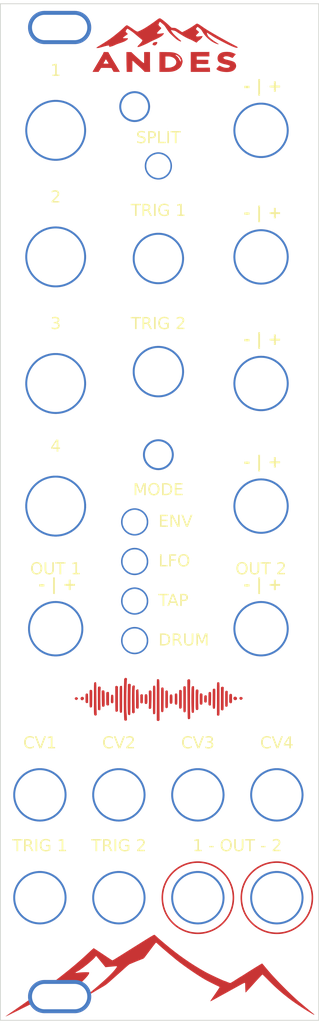
<source format=kicad_pcb>
(kicad_pcb (version 20240108) (generator "pcbnew") (generator_version "8.0")
  (layers (0 "F.Cu" signal) (31 "B.Cu" signal) (34 "B.Paste" user) (35 "F.Paste" user) (36 "B.SilkS" user "B.Silkscreen") (37 "F.SilkS" user "F.Silkscreen") (38 "B.Mask" user) (39 "F.Mask" user) (44 "Edge.Cuts" user))
  (net 0 "")
  (footprint "" (layer "F.Cu") (at 133 37.5)
    (property "Reference" "" (at 0 0 0) (layer "F.SilkS") (effects (font (size 1.5 1.5))))
    (property "Value" "")
    (pad "" thru_hole circle (at 0 0) (size 7 7) (drill 6.5) (layers "*.Cu" "*.Mask"))
  )
  (footprint "" (layer "F.Cu") (at 107 37.5)
    (property "Reference" "" (at 0 0 0) (layer "F.SilkS") (effects (font (size 1.5 1.5))))
    (property "Value" "")
    (pad "" thru_hole circle (at 0 0) (size 7.7 7.7) (drill 7.2) (layers "*.Cu" "*.Mask"))
  )
  (footprint "" (layer "F.Cu") (at 105 121.5)
    (property "Reference" "" (at 0 0 0) (layer "F.SilkS") (effects (font (size 1.5 1.5))))
    (property "Value" "")
    (pad "" thru_hole circle (at 0 0) (size 6.75 6.75) (drill 6.25) (layers "*.Cu" "*.Mask"))
  )
  (footprint "" (layer "F.Cu") (at 133 53.5)
    (property "Reference" "" (at 0 0 0) (layer "F.SilkS") (effects (font (size 1.5 1.5))))
    (property "Value" "")
    (pad "" thru_hole circle (at 0 0) (size 7 7) (drill 6.5) (layers "*.Cu" "*.Mask"))
  )
  (footprint "" (layer "F.Cu") (at 107 100.5)
    (property "Reference" "" (at 0 0 0) (layer "F.SilkS") (effects (font (size 1.5 1.5))))
    (property "Value" "")
    (pad "" thru_hole circle (at 0 0) (size 7 7) (drill 6.5) (layers "*.Cu" "*.Mask"))
  )
  (footprint "" (layer "F.Cu") (at 133 100.5)
    (property "Reference" "" (at 0 0 0) (layer "F.SilkS") (effects (font (size 1.5 1.5))))
    (property "Value" "")
    (pad "" thru_hole circle (at 0 0) (size 7 7) (drill 6.5) (layers "*.Cu" "*.Mask"))
  )
  (footprint "" (layer "F.Cu") (at 133 85)
    (property "Reference" "" (at 0 0 0) (layer "F.SilkS") (effects (font (size 1.5 1.5))))
    (property "Value" "")
    (pad "" thru_hole circle (at 0 0) (size 7 7) (drill 6.5) (layers "*.Cu" "*.Mask"))
  )
  (footprint "" (layer "F.Cu") (at 133 69.5)
    (property "Reference" "" (at 0 0 0) (layer "F.SilkS") (effects (font (size 1.5 1.5))))
    (property "Value" "")
    (pad "" thru_hole circle (at 0 0) (size 7 7) (drill 6.5) (layers "*.Cu" "*.Mask"))
  )
  (footprint "" (layer "F.Cu") (at 120 53.7)
    (property "Reference" "" (at 0 0 0) (layer "F.SilkS") (effects (font (size 1.5 1.5))))
    (property "Value" "")
    (pad "" thru_hole circle (at 0 0) (size 6.5 6.5) (drill 6) (layers "*.Cu" "*.Mask"))
  )
  (footprint "" (layer "F.Cu") (at 117 97)
    (property "Reference" "" (at 0 0 0) (layer "F.SilkS") (effects (font (size 1.5 1.5))))
    (property "Value" "")
    (pad "" thru_hole circle (at 0 0) (size 3.45 3.45) (drill 3.05) (layers "*.Cu" "*.Mask"))
  )
  (footprint "MountingHole:MountingHole_3.2mm_M3" (layer "F.Cu") (at 107.5 24.5)
    (property "Reference" "REF**" (hide yes))
    (property "Value" "MountingHole_3.2mm_M3" (hide yes))
    (pad "" thru_hole oval (at 0 0) (size 8 4.2) (drill oval 7 3.2) (layers "*.Cu" "*.Mask"))
  )
  (footprint "" (layer "F.Cu") (at 120 42)
    (property "Reference" "" (at 0 0 0) (layer "F.SilkS") (effects (font (size 1.5 1.5))))
    (property "Value" "")
    (pad "" thru_hole circle (at 0 0) (size 3.45 3.45) (drill 3.05) (layers "*.Cu" "*.Mask"))
  )
  (footprint "" (layer "F.Cu") (at 115 134.5)
    (property "Reference" "" (at 0 0 0) (layer "F.SilkS") (effects (font (size 1.5 1.5))))
    (property "Value" "")
    (pad "" thru_hole circle (at 0 0) (size 6.75 6.75) (drill 6.25) (layers "*.Cu" "*.Mask"))
  )
  (footprint "" (layer "F.Cu") (at 117 92)
    (property "Reference" "" (at 0 0 0) (layer "F.SilkS") (effects (font (size 1.5 1.5))))
    (property "Value" "")
    (pad "" thru_hole circle (at 0 0) (size 3.45 3.45) (drill 3.05) (layers "*.Cu" "*.Mask"))
  )
  (footprint "" (layer "F.Cu") (at 117 34.5)
    (property "Reference" "" (at 0 0 0) (layer "F.SilkS") (effects (font (size 1.5 1.5))))
    (property "Value" "")
    (pad "" thru_hole circle (at 0 0) (size 3.9 3.9) (drill 3.4) (layers "*.Cu" "*.Mask"))
  )
  (footprint "" (layer "F.Cu") (at 135 134.5)
    (property "Reference" "" (at 0 0 0) (layer "F.SilkS") (effects (font (size 1.5 1.5))))
    (property "Value" "")
    (pad "" thru_hole circle (at 0 0) (size 6.75 6.75) (drill 6.25) (layers "*.Cu" "*.Mask"))
  )
  (footprint "" (layer "F.Cu") (at 115 121.5)
    (property "Reference" "" (at 0 0 0) (layer "F.SilkS") (effects (font (size 1.5 1.5))))
    (property "Value" "")
    (pad "" thru_hole circle (at 0 0) (size 6.75 6.75) (drill 6.25) (layers "*.Cu" "*.Mask"))
  )
  (footprint "" (layer "F.Cu") (at 123 34.5)
    (property "Reference" "" (at 0 0 0) (layer "F.SilkS") (effects (font (size 1.5 1.5))))
    (property "Value" "")
    (pad "" np_thru_hole circle (at 0 0) (size 2.7 2.7) (drill 2.7) (layers "*.Cu" "*.Mask"))
  )
  (footprint "" (layer "F.Cu") (at 125 134.5)
    (property "Reference" "" (at 0 0 0) (layer "F.SilkS") (effects (font (size 1.5 1.5))))
    (property "Value" "")
    (pad "" thru_hole circle (at 0 0) (size 6.75 6.75) (drill 6.25) (layers "*.Cu" "*.Mask"))
  )
  (footprint "" (layer "F.Cu") (at 107 85)
    (property "Reference" "" (at 0 0 0) (layer "F.SilkS") (effects (font (size 1.5 1.5))))
    (property "Value" "")
    (pad "" thru_hole circle (at 0 0) (size 7.7 7.7) (drill 7.2) (layers "*.Cu" "*.Mask"))
  )
  (footprint "MountingHole:MountingHole_3.2mm_M3" (layer "F.Cu") (at 107.5 147)
    (property "Reference" "REF**" (hide yes))
    (property "Value" "MountingHole_3.2mm_M3" (hide yes))
    (pad "" thru_hole oval (at 0 0) (size 8 4.2) (drill oval 7 3.2) (layers "*.Cu" "*.Mask"))
  )
  (footprint "" (layer "F.Cu") (at 107 85)
    (property "Reference" "" (at 0 0 0) (layer "F.SilkS") (effects (font (size 1.5 1.5))))
    (property "Value" "")
    (pad "" thru_hole circle (at 0 0) (size 7.7 7.7) (drill 7.2) (layers "*.Cu" "*.Mask"))
  )
  (footprint "" (layer "F.Cu") (at 107 53.5)
    (property "Reference" "" (at 0 0 0) (layer "F.SilkS") (effects (font (size 1.5 1.5))))
    (property "Value" "")
    (pad "" thru_hole circle (at 0 0) (size 7.7 7.7) (drill 7.2) (layers "*.Cu" "*.Mask"))
  )
  (footprint "" (layer "F.Cu") (at 105 134.5)
    (property "Reference" "" (at 0 0 0) (layer "F.SilkS") (effects (font (size 1.5 1.5))))
    (property "Value" "")
    (pad "" thru_hole circle (at 0 0) (size 6.75 6.75) (drill 6.25) (layers "*.Cu" "*.Mask"))
  )
  (footprint "" (layer "F.Cu") (at 120 78.5)
    (property "Reference" "" (at 0 0 0) (layer "F.SilkS") (effects (font (size 1.5 1.5))))
    (property "Value" "")
    (pad "" thru_hole circle (at 0 0) (size 3.9 3.9) (drill 3.4) (layers "*.Cu" "*.Mask"))
  )
  (footprint "" (layer "F.Cu") (at 125 121.5)
    (property "Reference" "" (at 0 0 0) (layer "F.SilkS") (effects (font (size 1.5 1.5))))
    (property "Value" "")
    (pad "" thru_hole circle (at 0 0) (size 6.75 6.75) (drill 6.25) (layers "*.Cu" "*.Mask"))
  )
  (footprint "" (layer "F.Cu") (at 117 102)
    (property "Reference" "" (at 0 0 0) (layer "F.SilkS") (effects (font (size 1.5 1.5))))
    (property "Value" "")
    (pad "" thru_hole circle (at 0 0) (size 3.45 3.45) (drill 3.05) (layers "*.Cu" "*.Mask"))
  )
  (footprint "" (layer "F.Cu") (at 120 68)
    (property "Reference" "" (at 0 0 0) (layer "F.SilkS") (effects (font (size 1.5 1.5))))
    (property "Value" "")
    (pad "" thru_hole circle (at 0 0) (size 6.5 6.5) (drill 6) (layers "*.Cu" "*.Mask"))
  )
  (footprint "" (layer "F.Cu") (at 117 87)
    (property "Reference" "" (at 0 0 0) (layer "F.SilkS") (effects (font (size 1.5 1.5))))
    (property "Value" "")
    (pad "" thru_hole circle (at 0 0) (size 3.45 3.45) (drill 3.05) (layers "*.Cu" "*.Mask"))
  )
  (footprint "" (layer "F.Cu") (at 107 69.5)
    (property "Reference" "" (at 0 0 0) (layer "F.SilkS") (effects (font (size 1.5 1.5))))
    (property "Value" "")
    (pad "" thru_hole circle (at 0 0) (size 7.7 7.7) (drill 7.2) (layers "*.Cu" "*.Mask"))
  )
  (footprint "" (layer "F.Cu") (at 135 121.5)
    (property "Reference" "" (at 0 0 0) (layer "F.SilkS") (effects (font (size 1.5 1.5))))
    (property "Value" "")
    (pad "" thru_hole circle (at 0 0) (size 6.75 6.75) (drill 6.25) (layers "*.Cu" "*.Mask"))
  )
  (gr_poly (pts (xy 124.898655 108.177247) (xy 124.91232 108.177832) (xy 124.927101 108.178857) (xy 124.953676 108.181381) (xy 124.977132 108.185139) (xy 124.997618 108.19059) (xy 125.015281 108.198195) (xy 125.023101 108.20295) (xy 125.030271 108.208415) (xy 125.036809 108.21465) (xy 125.042734 108.22171) (xy 125.048064 108.229655) (xy 125.052819 108.238541) (xy 125.057016 108.248426) (xy 125.060674 108.259368) (xy 125.066447 108.284652) (xy 125.070287 108.314852) (xy 125.072342 108.35043) (xy 125.072759 108.391846) (xy 125.071686 108.439561) (xy 125.069273 108.494034) (xy 125.061015 108.6251) (xy 125.056286 108.708663) (xy 125.052389 108.820846) (xy 125.047351 109.111186) (xy 125.046411 109.456344) (xy 125.050084 109.816546) (xy 125.063748 110.680454) (xy 125.000891 110.739807) (xy 124.990587 110.749139) (xy 124.981109 110.757376) (xy 124.972319 110.764556) (xy 124.964081 110.77072) (xy 124.95626 110.775904) (xy 124.952463 110.778141) (xy 124.948719 110.780148) (xy 124.945011 110.78193) (xy 124.941322 110.78349) (xy 124.937635 110.784836) (xy 124.933933 110.78597) (xy 124.930199 110.786898) (xy 124.926416 110.787625) (xy 124.922567 110.788155) (xy 124.918635 110.788494) (xy 124.914603 110.788647) (xy 124.910453 110.788617) (xy 124.901735 110.788031) (xy 124.892345 110.786775) (xy 124.882146 110.784888) (xy 124.871002 110.782408) (xy 124.858777 110.779375) (xy 124.810064 110.763292) (xy 124.790355 110.752027) (xy 124.773457 110.736029) (xy 124.759153 110.713358) (xy 124.747227 110.682077) (xy 124.737463 110.640247) (xy 124.729644 110.58593) (xy 124.723555 110.517187) (xy 124.718979 110.432079) (xy 124.713503 110.205016) (xy 124.711197 109.469224) (xy 124.711309 109.083257) (xy 124.711575 108.926459) (xy 124.712093 108.791445) (xy 124.712948 108.67646) (xy 124.713528 108.62593) (xy 124.714223 108.579749) (xy 124.715045 108.537697) (xy 124.716003 108.499556) (xy 124.717108 108.465107) (xy 124.718371 108.434128) (xy 124.719801 108.406402) (xy 124.721411 108.381709) (xy 124.72321 108.35983) (xy 124.725208 108.340544) (xy 124.727417 108.323634) (xy 124.729846 108.308878) (xy 124.731147 108.302241) (xy 124.732506 108.296059) (xy 124.733927 108.290307) (xy 124.735409 108.284957) (xy 124.736954 108.279981) (xy 124.738563 108.275352) (xy 124.740238 108.271042) (xy 124.74198 108.267025) (xy 124.74379 108.263272) (xy 124.74567 108.259756) (xy 124.747621 108.256451) (xy 124.749644 108.253327) (xy 124.753913 108.247518) (xy 124.758486 108.242109) (xy 124.763374 108.236881) (xy 124.768588 108.231615) (xy 124.777124 108.222981) (xy 124.785376 108.215193) (xy 124.793443 108.208223) (xy 124.801427 108.202042) (xy 124.809426 108.196621) (xy 124.817542 108.191931) (xy 124.825873 108.187943) (xy 124.834521 108.184628) (xy 124.843585 108.181957) (xy 124.853166 108.179901) (xy 124.863363 108.178431) (xy 124.874277 108.177518) (xy 124.886008 108.177133)) (stroke (width -0.000001)) (fill solid) (layer "F.Cu"))
  (gr_poly (pts (xy 128.771536 27.584898) (xy 128.902617 27.590561) (xy 128.963907 27.59522) (xy 129.021206 27.601119) (xy 129.073646 27.608273) (xy 129.120356 27.6167) (xy 129.152933 27.623905) (xy 129.188813 27.633019) (xy 129.26832 27.656165) (xy 129.354552 27.684515) (xy 129.443187 27.716445) (xy 129.5299 27.750333) (xy 129.610368 27.784556) (xy 129.680267 27.817491) (xy 129.709902 27.832968) (xy 129.735273 27.847515) (xy 129.800864 27.887084) (xy 129.688813 28.005788) (xy 129.665246 28.031193) (xy 129.640174 28.058993) (xy 129.614398 28.088287) (xy 129.588717 28.118173) (xy 129.563933 28.147751) (xy 129.540847 28.176117) (xy 129.520259 28.202372) (xy 129.50297 28.225612) (xy 129.495259 28.236629) (xy 129.487533 28.247389) (xy 129.479839 28.257839) (xy 129.472224 28.267928) (xy 129.464738 28.277606) (xy 129.457428 28.286819) (xy 129.450342 28.295518) (xy 129.443529 28.30365) (xy 129.437036 28.311163) (xy 129.430911 28.318007) (xy 129.425202 28.32413) (xy 129.419957 28.329479) (xy 129.415226 28.334005) (xy 129.411054 28.337654) (xy 129.407491 28.340376) (xy 129.405953 28.341373) (xy 129.404584 28.342119) (xy 129.401498 28.342898) (xy 129.396418 28.342789) (xy 129.389464 28.341829) (xy 129.380756 28.340058) (xy 129.358562 28.334236) (xy 129.330795 28.325632) (xy 129.298416 28.314555) (xy 129.262386 28.301314) (xy 129.223665 28.286218) (xy 129.183216 28.269577) (xy 129.122276 28.244075) (xy 129.062474 28.22116) (xy 129.003857 28.200839) (xy 128.946472 28.183124) (xy 128.890369 28.168024) (xy 128.835595 28.155548) (xy 128.782198 28.145706) (xy 128.730226 28.138507) (xy 128.679728 28.133962) (xy 128.630751 28.13208) (xy 128.583343 28.13287) (xy 128.537552 28.136343) (xy 128.493427 28.142508) (xy 128.451016 28.151375) (xy 128.410365 28.162952) (xy 128.371525 28.177251) (xy 128.356816 28.183298) (xy 128.342924 28.189487) (xy 128.329848 28.195816) (xy 128.317587 28.202286) (xy 128.30614 28.208896) (xy 128.295508 28.215646) (xy 128.285689 28.222535) (xy 128.276683 28.229562) (xy 128.26849 28.236729) (xy 128.261109 28.244033) (xy 128.25454 28.251475) (xy 128.248782 28.259054) (xy 128.243835 28.26677) (xy 128.239698 28.274623) (xy 128.236371 28.282611) (xy 128.233853 28.290735) (xy 128.232143 28.298995) (xy 128.231242 28.307389) (xy 128.231148 28.315918) (xy 128.231861 28.32458) (xy 128.233382 28.333377) (xy 128.235708 28.342306) (xy 128.23884 28.351369) (xy 128.242777 28.360564) (xy 128.247519 28.369891) (xy 128.253065 28.379349) (xy 128.259415 28.388939) (xy 128.266568 28.398659) (xy 128.274524 28.40851) (xy 128.283282 28.418491) (xy 128.292841 28.428602) (xy 128.303202 28.438842) (xy 128.313635 28.448459) (xy 128.324537 28.457565) (xy 128.336056 28.466214) (xy 128.348339 28.47446) (xy 128.361534 28.482358) (xy 128.375791 28.489963) (xy 128.391257 28.49733) (xy 128.408079 28.504514) (xy 128.426407 28.511568) (xy 128.446389 28.518549) (xy 128.468172 28.52551) (xy 128.491904 28.532507) (xy 128.545811 28.546826) (xy 128.609293 28.561943) (xy 128.777485 28.601936) (xy 128.928179 28.639019) (xy 129.062451 28.673731) (xy 129.181378 28.706615) (xy 129.235423 28.722539) (xy 129.286037 28.73821) (xy 129.333352 28.753694) (xy 129.377504 28.769058) (xy 129.418628 28.784371) (xy 129.456858 28.799701) (xy 129.492329 28.815114) (xy 129.525175 28.830678) (xy 129.555531 28.846461) (xy 129.583531 28.862531) (xy 129.609311 28.878955) (xy 129.633004 28.895801) (xy 129.654746 28.913136) (xy 129.67467 28.931028) (xy 129.692913 28.949545) (xy 129.709607 28.968755) (xy 129.724888 28.988724) (xy 129.738891 29.009521) (xy 129.75175 29.031213) (xy 129.763599 29.053868) (xy 129.774574 29.077553) (xy 129.784808 29.102336) (xy 129.794437 29.128285) (xy 129.803596 29.155468) (xy 129.812722 29.185586) (xy 129.820628 29.214236) (xy 129.827309 29.241598) (xy 129.832761 29.267853) (xy 129.83698 29.29318) (xy 129.839962 29.31776) (xy 129.841703 29.341773) (xy 129.842198 29.3654) (xy 129.841445 29.38882) (xy 129.839439 29.412215) (xy 129.836176 29.435765) (xy 129.831651 29.459649) (xy 129.825862 29.484049) (xy 129.818804 29.509144) (xy 129.810473 29.535115) (xy 129.800864 29.562142) (xy 129.769775 29.635117) (xy 129.731889 29.703173) (xy 129.687261 29.766282) (xy 129.635947 29.824419) (xy 129.578003 29.877559) (xy 129.513486 29.925676) (xy 129.442452 29.968743) (xy 129.364956 30.006736) (xy 129.281055 30.039628) (xy 129.190804 30.067393) (xy 129.094261 30.090007) (xy 128.99148 30.107442) (xy 128.882517 30.119674) (xy 128.76743 30.126677) (xy 128.646274 30.128424) (xy 128.519105 30.124891) (xy 128.433933 30.120234) (xy 128.350675 30.113707) (xy 128.269451 30.105344) (xy 128.190381 30.095181) (xy 128.113585 30.083253) (xy 128.039182 30.069596) (xy 127.967294 30.054245) (xy 127.89804 30.037236) (xy 127.83154 30.018604) (xy 127.767915 29.998385) (xy 127.707284 29.976614) (xy 127.649768 29.953325) (xy 127.595486 29.928556) (xy 127.544559 29.902341) (xy 127.497107 29.874715) (xy 127.453251 29.845715) (xy 127.443619 29.838588) (xy 127.434232 29.831259) (xy 127.425141 29.823781) (xy 127.416399 29.81621) (xy 127.408056 29.8086) (xy 127.400166 29.801007) (xy 127.392781 29.793484) (xy 127.385951 29.786087) (xy 127.379731 29.778871) (xy 127.374171 29.771889) (xy 127.369323 29.765197) (xy 127.36524 29.75885) (xy 127.361974 29.752902) (xy 127.360664 29.750095) (xy 127.359577 29.747408) (xy 127.35872 29.744848) (xy 127.3581 29.742423) (xy 127.357723 29.740138) (xy 127.357596 29.738001) (xy 127.359172 29.729967) (xy 127.363799 29.719174) (xy 127.371324 29.705799) (xy 127.381595 29.690018) (xy 127.394461 29.672008) (xy 127.409768 29.651948) (xy 127.447101 29.606382) (xy 127.492376 29.554736) (xy 127.544377 29.498428) (xy 127.601887 29.438873) (xy 127.663688 29.37749) (xy 127.729279 29.313741) (xy 127.912388 29.408265) (xy 127.964791 29.433743) (xy 128.016475 29.457421) (xy 128.067485 29.479302) (xy 128.117872 29.499389) (xy 128.167682 29.517686) (xy 128.216963 29.534196) (xy 128.265764 29.548922) (xy 128.314132 29.561868) (xy 128.362117 29.573035) (xy 128.409765 29.582429) (xy 128.457125 29.590051) (xy 128.504244 29.595906) (xy 128.551172 29.599996) (xy 128.597955 29.602324) (xy 128.644642 29.602895) (xy 128.691282 29.60171) (xy 128.724708 29.600459) (xy 128.754492 29.599121) (xy 128.780961 29.597609) (xy 128.804443 29.595837) (xy 128.825268 29.593716) (xy 128.834785 29.592499) (xy 128.843762 29.591161) (xy 128.852238 29.589694) (xy 128.860254 29.588085) (xy 128.867853 29.586323) (xy 128.875073 29.584399) (xy 128.881958 29.582301) (xy 128.888547 29.580018) (xy 128.894883 29.57754) (xy 128.901004 29.574855) (xy 128.906954 29.571953) (xy 128.912773 29.568822) (xy 128.918502 29.565453) (xy 128.924181 29.561833) (xy 128.929853 29.557953) (xy 128.935557 29.5538) (xy 128.947229 29.544638) (xy 128.959526 29.534258) (xy 128.972776 29.522574) (xy 128.980872 29.514985) (xy 128.988736 29.5071) (xy 128.996328 29.498983) (xy 129.003608 29.490699) (xy 129.010535 29.482312) (xy 129.01707 29.473886) (xy 129.023173 29.465486) (xy 129.028803 29.457176) (xy 129.03392 29.449021) (xy 129.038486 29.441084) (xy 129.042458 29.433431) (xy 129.045798 29.426126) (xy 129.048466 29.419233) (xy 129.050421 29.412816) (xy 129.051623 29.406941) (xy 129.05193 29.404226) (xy 129.052033 29.401671) (xy 129.050572 29.38255) (xy 129.045852 29.364627) (xy 129.037369 29.347709) (xy 129.024618 29.331602) (xy 129.007095 29.316113) (xy 128.984296 29.30105) (xy 128.955716 29.286218) (xy 128.920851 29.271425) (xy 128.879196 29.256477) (xy 128.830247 29.241182) (xy 128.773499 29.225346) (xy 128.708448 29.208775) (xy 128.551421 29.172659) (xy 128.355128 29.131287) (xy 128.308362 29.121174) (xy 128.259639 29.109116) (xy 128.209499 29.095332) (xy 128.158482 29.080041) (xy 128.107129 29.063462) (xy 128.05598 29.045813) (xy 128.005576 29.027315) (xy 127.956457 29.008186) (xy 127.909163 28.988644) (xy 127.864236 28.968909) (xy 127.822214 28.9492) (xy 127.78364 28.929736) (xy 127.749053 28.910735) (xy 127.718993 28.892418) (xy 127.694002 28.875001) (xy 127.674619 28.858706) (xy 127.656629 28.840257) (xy 127.639559 28.820805) (xy 127.623414 28.800404) (xy 127.608201 28.779105) (xy 127.580599 28.734031) (xy 127.556804 28.686006) (xy 127.536868 28.635458) (xy 127.520843 28.582809) (xy 127.508782 28.528487) (xy 127.500736 28.472914) (xy 127.496757 28.416518) (xy 127.496898 28.359722) (xy 127.50121 28.302952) (xy 127.509746 28.246633) (xy 127.522557 28.191189) (xy 127.539696 28.137047) (xy 127.561215 28.08463) (xy 127.587165 28.034365) (xy 127.610337 27.995479) (xy 127.634827 27.958732) (xy 127.660733 27.924045) (xy 127.688157 27.891342) (xy 127.717198 27.860545) (xy 127.747957 27.831577) (xy 127.780533 27.804361) (xy 127.815027 27.77882) (xy 127.851538 27.754875) (xy 127.890167 27.732451) (xy 127.931014 27.711469) (xy 127.974179 27.691852) (xy 128.019762 27.673524) (xy 128.067863 27.656406) (xy 128.118582 27.640422) (xy 128.172019 27.625493) (xy 128.213445 27.616531) (xy 128.261305 27.608616) (xy 128.314729 27.601763) (xy 128.372849 27.595989) (xy 128.499703 27.587741) (xy 128.634915 27.584001)) (stroke (width -0.000001)) (fill solid) (layer "F.Cu"))
  (gr_poly (pts (xy 119.5 139.185335) (xy 119.505964 139.188529) (xy 119.512719 139.192524) (xy 119.528296 139.202659) (xy 119.546125 139.215219) (xy 119.565599 139.229685) (xy 119.586114 139.245536) (xy 119.607061 139.262254) (xy 119.627836 139.279319) (xy 119.647832 139.296211) (xy 119.698938 139.341196) (xy 119.768409 139.403852) (xy 119.846889 139.475517) (xy 119.925023 139.547529) (xy 120.05842 139.666489) (xy 120.196667 139.786835) (xy 120.812028 140.308875) (xy 121.437738 140.826215) (xy 122.063189 141.320211) (xy 122.690199 141.792118) (xy 123.320587 142.243193) (xy 123.956173 142.674691) (xy 124.598775 143.087869) (xy 125.250213 143.483982) (xy 125.912305 143.864288) (xy 126.195947 144.014266) (xy 126.558502 144.195817) (xy 126.965927 144.393048) (xy 127.384179 144.590061) (xy 127.779216 144.770963) (xy 128.116997 144.919858) (xy 128.363479 145.020852) (xy 128.441844 145.048418) (xy 128.484619 145.058049) (xy 128.488379 145.058219) (xy 128.492698 145.05872) (xy 128.497525 145.059535) (xy 128.502812 145.060647) (xy 128.508511 145.062041) (xy 128.514572 145.0637) (xy 128.527588 145.067749) (xy 128.541469 145.072665) (xy 128.555827 145.078317) (xy 128.57027 145.084575) (xy 128.584409 145.091311) (xy 128.608448 145.103781) (xy 128.637095 145.117448) (xy 128.705157 145.147268) (xy 128.782488 145.17856) (xy 128.862981 145.209115) (xy 128.940529 145.236726) (xy 129.009025 145.259183) (xy 129.03797 145.267788) (xy 129.062362 145.274276) (xy 129.081437 145.278372) (xy 129.094433 145.279799) (xy 129.107259 145.278342) (xy 129.123756 145.273865) (xy 129.168929 145.255198) (xy 129.232293 145.222498) (xy 129.316186 145.174467) (xy 129.422947 145.109804) (xy 129.554915 145.02721) (xy 129.903827 144.803033) (xy 130.066968 144.699261) (xy 130.208283 144.610387) (xy 130.312866 144.545767) (xy 130.346725 144.525476) (xy 130.365811 144.514756) (xy 130.410276 144.489578) (xy 130.491469 144.440839) (xy 130.59761 144.375469) (xy 130.716916 144.300396) (xy 131.507253 143.797934) (xy 132.285808 143.313142) (xy 132.88419 142.94962) (xy 133.063192 142.84571) (xy 133.113437 142.818883) (xy 133.134003 142.810967) (xy 133.137964 142.813758) (xy 133.14421 142.819261) (xy 133.162994 142.83782) (xy 133.189226 142.865474) (xy 133.221782 142.901053) (xy 133.259535 142.94339) (xy 133.301358 142.991313) (xy 133.346126 143.043654) (xy 133.392712 143.099244) (xy 133.680348 143.445391) (xy 133.95512 143.768713) (xy 134.224607 144.07757) (xy 134.49639 144.380319) (xy 134.778047 144.685321) (xy 135.077158 145.000934) (xy 135.401302 145.335517) (xy 135.75806 145.697429) (xy 136.055548 145.996519) (xy 136.352169 146.289805) (xy 136.64394 146.573563) (xy 136.926876 146.844068) (xy 137.196991 147.097595) (xy 137.450301 147.330419) (xy 137.682823 147.538817) (xy 137.89057 147.719063) (xy 138.813147 148.493805) (xy 139.306829 148.904564) (xy 139.605435 149.149355) (xy 139.643466 149.180879) (xy 139.675796 149.208901) (xy 139.702441 149.233382) (xy 139.723418 149.254284) (xy 139.738743 149.27157) (xy 139.74429 149.278845) (xy 139.748431 149.285201) (xy 139.751167 149.290635) (xy 139.7525 149.29514) (xy 139.752432 149.298713) (xy 139.750965 149.301349) (xy 139.748102 149.303043) (xy 139.743844 149.30379) (xy 139.738193 149.303585) (xy 139.731151 149.302425) (xy 139.712904 149.297216) (xy 139.689118 149.288125) (xy 139.65981 149.275115) (xy 139.624996 149.258147) (xy 139.584693 149.237184) (xy 139.538916 149.212187) (xy 139.213565 149.024167) (xy 138.852872 148.806393) (xy 138.469312 148.566877) (xy 138.075357 148.313632) (xy 137.683481 148.054669) (xy 137.306157 147.798002) (xy 136.955858 147.551643) (xy 136.645059 147.323604) (xy 136.273871 147.039327) (xy 135.924252 146.762413) (xy 135.590398 146.48775) (xy 135.266506 146.210229) (xy 134.946772 145.924739) (xy 134.625392 145.626169) (xy 134.296562 145.309408) (xy 133.95448 144.969346) (xy 133.803793 144.816726) (xy 133.661638 144.674198) (xy 133.531349 144.544922) (xy 133.416263 144.432062) (xy 133.319715 144.338777) (xy 133.24504 144.268231) (xy 133.195574 144.223585) (xy 133.181336 144.211963) (xy 133.174652 144.208001) (xy 133.162395 144.21622) (xy 133.136018 144.240144) (xy 133.045065 144.330715) (xy 132.739463 144.651965) (xy 132.324372 145.101416) (xy 131.866318 145.60873) (xy 131.622391 145.876679) (xy 131.479638 146.032828) (xy 131.345203 146.17789) (xy 131.042145 146.503126) (xy 131.019961 146.251808) (xy 131.014608 146.194378) (xy 131.009686 146.12638) (xy 131.001488 145.969075) (xy 130.996061 145.800683) (xy 130.994098 145.641993) (xy 130.993927 145.603123) (xy 130.99342 145.565606) (xy 130.992589 145.529584) (xy 130.991444 145.495197) (xy 130.989996 145.462586) (xy 130.988255 145.431891) (xy 130.986234 145.403253) (xy 130.983941 145.376814) (xy 130.981389 145.352713) (xy 130.978587 145.331092) (xy 130.975547 145.312091) (xy 130.972279 145.295851) (xy 130.968795 145.282513) (xy 130.965104 145.272218) (xy 130.963185 145.268255) (xy 130.961218 145.265106) (xy 130.959205 145.262788) (xy 130.957147 145.261318) (xy 130.950694 145.25987) (xy 130.939818 145.260993) (xy 130.924773 145.264574) (xy 130.905813 145.2705) (xy 130.857168 145.288929) (xy 130.79592 145.31537) (xy 130.724103 145.348914) (xy 130.643754 145.388652) (xy 130.556909 145.433674) (xy 130.465604 145.48307) (xy 130.028566 145.725148) (xy 129.608163 145.95614) (xy 129.28339 146.134464) (xy 129.154439 146.205609) (xy 129.072263 146.251808) (xy 128.785838 146.411192) (xy 128.388531 146.628784) (xy 127.743605 146.981277) (xy 127.009979 147.386435) (xy 126.925906 147.43202) (xy 126.846727 147.473923) (xy 126.774217 147.511235) (xy 126.710153 147.543047) (xy 126.65631 147.568448) (xy 126.633777 147.578461) (xy 126.614464 147.586531) (xy 126.598595 147.592543) (xy 126.586392 147.596384) (xy 126.578075 147.59794) (xy 126.575444 147.597826) (xy 126.573868 147.597098) (xy 126.57314 147.595976) (xy 126.573026 147.59401) (xy 126.574576 147.587635) (xy 126.5784 147.578152) (xy 126.584379 147.565741) (xy 126.602324 147.532847) (xy 126.627459 147.49038) (xy 126.65883 147.439772) (xy 126.695486 147.38245) (xy 126.736472 147.319844) (xy 126.780838 147.253384) (xy 127.029046 146.893724) (xy 127.235025 146.593617) (xy 127.401591 146.348861) (xy 127.531559 146.155254) (xy 127.627745 146.008597) (xy 127.664049 145.951561) (xy 127.692964 145.904687) (xy 127.71484 145.86745) (xy 127.73003 145.839324) (xy 127.738886 145.819784) (xy 127.741049 145.81307) (xy 127.74176 145.808306) (xy 127.741556 145.806142) (xy 127.740951 145.803812) (xy 127.738577 145.798691) (xy 127.73472 145.793006) (xy 127.72946 145.786824) (xy 127.722879 145.780208) (xy 127.715059 145.773225) (xy 127.70608 145.765938) (xy 127.696024 145.758412) (xy 127.684972 145.750714) (xy 127.673005 145.742907) (xy 127.660204 145.735057) (xy 127.64665 145.727229) (xy 127.632426 145.719487) (xy 127.617611 145.711896) (xy 127.602287 145.704522) (xy 127.586536 145.69743) (xy 127.462939 145.642144) (xy 127.270653 145.550347) (xy 126.769749 145.302436) (xy 126.263302 145.04413) (xy 126.064087 144.93934) (xy 125.930792 144.865863) (xy 125.467546 144.590081) (xy 124.944748 144.258992) (xy 124.386349 143.889356) (xy 123.8163 143.497935) (xy 123.258551 143.10149) (xy 122.737053 142.716782) (xy 122.275757 142.360572) (xy 121.898614 142.049622) (xy 121.719365 141.898554) (xy 121.598211 141.797554) (xy 121.473592 141.69482) (xy 121.05596 141.345447) (xy 120.607836 140.962117) (xy 120.20545 140.610664) (xy 120.045229 140.467464) (xy 119.925029 140.356921) (xy 119.906296 140.339093) (xy 119.887601 140.321709) (xy 119.869069 140.304867) (xy 119.850823 140.288663) (xy 119.832989 140.273196) (xy 119.815691 140.258562) (xy 119.799053 140.24486) (xy 119.7832 140.232186) (xy 119.768257 140.220638) (xy 119.754348 140.210314) (xy 119.741597 140.201311) (xy 119.730129 140.193726) (xy 119.720069 140.187657) (xy 119.711542 140.183202) (xy 119.70467 140.180457) (xy 119.701895 140.179756) (xy 119.69958 140.17952) (xy 119.692455 140.184463) (xy 119.678264 140.198967) (xy 119.630225 140.254708) (xy 119.46628 140.459481) (xy 119.232344 140.762656) (xy 118.953015 141.13305) (xy 118.673806 141.508526) (xy 118.435133 141.825099) (xy 118.338903 141.950686) (xy 118.262294 142.048814) (xy 118.208466 142.115239) (xy 118.191084 142.135236) (xy 118.180583 142.145715) (xy 118.172979 142.152158) (xy 118.164097 142.158975) (xy 118.154045 142.166106) (xy 118.142932 142.173491) (xy 118.117957 142.188787) (xy 118.090036 142.204386) (xy 118.060036 142.219812) (xy 118.028823 142.234588) (xy 117.997264 142.248238) (xy 117.966225 142.260286) (xy 117.618525 142.394088) (xy 117.155446 142.579516) (xy 116.740181 142.750392) (xy 116.601478 142.809691) (xy 116.535927 142.840535) (xy 116.521606 142.847429) (xy 116.50659 142.854107) (xy 116.491227 142.860352) (xy 116.483524 142.863244) (xy 116.475864 142.865946) (xy 116.46829 142.868432) (xy 116.460848 142.870675) (xy 116.453578 142.872647) (xy 116.446526 142.87432) (xy 116.439735 142.875669) (xy 116.433247 142.876667) (xy 116.427107 142.877285) (xy 116.421358 142.877497) (xy 116.406446 142.88075) (xy 116.385042 142.890699) (xy 116.321398 142.931837) (xy 116.227695 143.003206) (xy 116.101206 143.107102) (xy 115.939201 143.245819) (xy 115.738954 143.421653) (xy 115.212814 143.893857) (xy 115.08548 144.009121) (xy 114.917607 144.159034) (xy 114.547562 144.485193) (xy 114.364673 144.645617) (xy 114.17936 144.809505) (xy 114.012757 144.958147) (xy 113.886 145.072834) (xy 113.737314 145.203193) (xy 113.605693 145.314624) (xy 113.484639 145.411763) (xy 113.426045 145.456421) (xy 113.367656 145.499244) (xy 113.308662 145.54081) (xy 113.248248 145.5817) (xy 113.119919 145.663767) (xy 112.97617 145.750078) (xy 112.810506 145.845268) (xy 112.540884 146.000032) (xy 112.103215 146.257356) (xy 111.188026 146.802494) (xy 111.103463 146.853448) (xy 111.02293 146.900374) (xy 110.948374 146.942361) (xy 110.881743 146.978502) (xy 110.824986 147.007888) (xy 110.78005 147.029608) (xy 110.762625 147.037311) (xy 110.748885 147.042756) (xy 110.739075 147.04583) (xy 110.735719 147.046443) (xy 110.733437 147.04642) (xy 110.73224 147.045018) (xy 110.732778 147.042224) (xy 110.738902 147.032604) (xy 110.770222 146.998259) (xy 110.824845 146.945723) (xy 110.900213 146.877335) (xy 110.993772 146.795434) (xy 111.102966 146.70236) (xy 111.225239 146.600449) (xy 111.358037 146.492042) (xy 111.973722 145.980159) (xy 112.522751 145.512583) (xy 113.008114 145.086499) (xy 113.432798 144.699091) (xy 113.623319 144.519011) (xy 113.799792 144.347544) (xy 113.962589 144.184339) (xy 114.112085 144.029044) (xy 114.248652 143.881306) (xy 114.372664 143.740775) (xy 114.484495 143.607097) (xy 114.584518 143.479921) (xy 114.61974 143.432985) (xy 114.650597 143.390462) (xy 114.664406 143.3708) (xy 114.677145 143.352173) (xy 114.68882 143.33456) (xy 114.699438 143.317938) (xy 114.709005 143.302286) (xy 114.717529 143.28758) (xy 114.725016 143.273799) (xy 114.731473 143.26092) (xy 114.736907 143.24892) (xy 114.741325 143.237778) (xy 114.744733 143.227471) (xy 114.747138 143.217977) (xy 114.748546 143.209273) (xy 114.748966 143.201338) (xy 114.748402 143.194148) (xy 114.746863 143.187681) (xy 114.74573 143.184712) (xy 114.744355 143.181916) (xy 114.74274 143.179289) (xy 114.740885 143.176829) (xy 114.738791 143.174533) (xy 114.736459 143.172399) (xy 114.731084 143.168603) (xy 114.724767 143.165419) (xy 114.717515 143.162824) (xy 114.709335 143.160796) (xy 114.700233 143.159313) (xy 114.690215 143.158352) (xy 114.67929 143.157892) (xy 114.667464 143.157909) (xy 114.654742 143.158382) (xy 114.432818 143.177265) (xy 114.085119 143.209662) (xy 113.490546 143.269257) (xy 113.302058 143.291433) (xy 112.840076 142.725968) (xy 112.649915 142.49284) (xy 112.474652 142.280155) (xy 112.333344 142.111128) (xy 112.281377 142.05024) (xy 112.245046 142.008972) (xy 112.115691 141.861138) (xy 112.030688 141.972014) (xy 111.953973 142.0653) (xy 111.852154 142.174318) (xy 111.728539 142.296438) (xy 111.586435 142.429029) (xy 111.259994 142.715097) (xy 110.899294 143.011473) (xy 110.530798 143.297107) (xy 110.180969 143.550952) (xy 110.021324 143.659375) (xy 109.87627 143.751957) (xy 109.749113 143.826068) (xy 109.643162 143.879075) (xy 109.630323 143.884753) (xy 109.618142 143.890678) (xy 109.606631 143.896814) (xy 109.595797 143.903126) (xy 109.585651 143.909579) (xy 109.576201 143.916137) (xy 109.567459 143.922766) (xy 109.559432 143.92943) (xy 109.55213 143.936094) (xy 109.545564 143.942723) (xy 109.539742 143.949281) (xy 109.534674 143.955734) (xy 109.530369 143.962046) (xy 109.526837 143.968182) (xy 109.524087 143.974107) (xy 109.522129 143.979786) (xy 109.520972 143.985183) (xy 109.520626 143.990263) (xy 109.5211 143.994992) (xy 109.522404 143.999333) (xy 109.524546 144.003252) (xy 109.527538 144.006714) (xy 109.531387 144.009683) (xy 109.536104 144.012124) (xy 109.541699 144.014003) (xy 109.548179 144.015283) (xy 109.555556 144.015929) (xy 109.563838 144.015907) (xy 109.573035 144.015181) (xy 109.583156 144.013717) (xy 109.594212 144.011478) (xy 109.60621 144.008429) (xy 109.642139 144.000003) (xy 109.69198 143.99143) (xy 109.826692 143.974301) (xy 109.996918 143.957952) (xy 110.189232 143.943291) (xy 110.390209 143.931229) (xy 110.586421 143.922675) (xy 110.764443 143.918538) (xy 110.910848 143.919729) (xy 111.239777 143.930814) (xy 111.232417 144.034298) (xy 111.227605 144.064536) (xy 111.217309 144.098449) (xy 111.201502 144.136076) (xy 111.180156 144.177455) (xy 111.153245 144.222623) (xy 111.120741 144.27162) (xy 111.082617 144.324481) (xy 111.038847 144.381246) (xy 110.989403 144.441953) (xy 110.934259 144.506638) (xy 110.806759 144.648098) (xy 110.656133 144.80593) (xy 110.482162 144.980436) (xy 110.293944 145.162685) (xy 110.096788 145.346478) (xy 109.893103 145.529977) (xy 109.685299 145.711349) (xy 109.475783 145.888758) (xy 109.266967 146.060369) (xy 109.061257 146.224347) (xy 108.861065 146.378855) (xy 108.668798 146.52206) (xy 108.486867 146.652125) (xy 108.317679 146.767215) (xy 108.163645 146.865495) (xy 108.027174 146.94513) (xy 107.910674 147.004285) (xy 107.816554 147.041123) (xy 107.77864 147.0506) (xy 107.747225 147.053811) (xy 107.739696 147.053682) (xy 107.732378 147.053298) (xy 107.72881 147.053013) (xy 107.725309 147.052665) (xy 107.72188 147.052258) (xy 107.718527 147.051789) (xy 107.715255 147.051262) (xy 107.712069 147.050675) (xy 107.708974 147.05003) (xy 107.705974 147.049328) (xy 107.703074 147.048569) (xy 107.700279 147.047753) (xy 107.697593 147.046882) (xy 107.695022 147.045957) (xy 107.69257 147.044977) (xy 107.690242 147.043944) (xy 107.688043 147.042858) (xy 107.685976 147.041719) (xy 107.684048 147.04053) (xy 107.682263 147.039289) (xy 107.680625 147.037999) (xy 107.679139 147.036659) (xy 107.677811 147.03527) (xy 107.676644 147.033834) (xy 107.675644 147.03235) (xy 107.674814 147.030819) (xy 107.674161 147.029242) (xy 107.673689 147.02762) (xy 107.673402 147.025954) (xy 107.673305 147.024243) (xy 107.680063 146.991746) (xy 107.696175 146.927112) (xy 107.748147 146.732272) (xy 107.812593 146.501397) (xy 107.872883 146.296161) (xy 107.884977 146.25716) (xy 107.89616 146.218375) (xy 107.906216 146.180717) (xy 107.914928 146.145094) (xy 107.922081 146.112416) (xy 107.927458 146.083593) (xy 107.929413 146.070911) (xy 107.930843 146.059534) (xy 107.93172 146.049575) (xy 107.932019 146.041148) (xy 107.931921 146.030708) (xy 107.931579 146.021556) (xy 107.930923 146.013682) (xy 107.930455 146.010221) (xy 107.929882 146.007075) (xy 107.929196 146.004244) (xy 107.928387 146.001725) (xy 107.927447 145.999517) (xy 107.926367 145.997619) (xy 107.925138 145.99603) (xy 107.923751 145.994748) (xy 107.922198 145.993772) (xy 107.92047 145.9931) (xy 107.918557 145.992732) (xy 107.916452 145.992665) (xy 107.914145 145.992899) (xy 107.911628 145.993432) (xy 107.908891 145.994263) (xy 107.905927 145.99539) (xy 107.902725 145.996813) (xy 107.899278 145.998529) (xy 107.891612 146.002836) (xy 107.882857 146.008303) (xy 107.872944 146.014917) (xy 107.861803 146.022668) (xy 106.194969 147.201644) (xy 105.826625 147.463357) (xy 105.55651 147.653693) (xy 105.454661 147.723936) (xy 105.373017 147.778544) (xy 105.310126 147.818252) (xy 105.28526 147.83275) (xy 105.264538 147.843799) (xy 105.247779 147.851491) (xy 105.234801 147.855918) (xy 105.225424 147.857173) (xy 105.222029 147.85664) (xy 105.219466 147.855348) (xy 105.217712 147.853309) (xy 105.216745 147.850534) (xy 105.21708 147.842824) (xy 105.22029 147.832309) (xy 105.226194 147.819082) (xy 105.234609 147.803235) (xy 105.245355 147.78486) (xy 105.273114 147.740892) (xy 105.34862 147.626667) (xy 105.4258 147.510226) (xy 105.493454 147.405435) (xy 105.523546 147.357693) (xy 105.55106 147.313205) (xy 105.575933 147.272084) (xy 105.598098 147.234445) (xy 105.617492 147.2004) (xy 105.634048 147.170063) (xy 105.647702 147.143549) (xy 105.658388 147.120971) (xy 105.666042 147.102442) (xy 105.670599 147.088076) (xy 105.671695 147.08249) (xy 105.671992 147.077987) (xy 105.671483 147.074582) (xy 105.670158 147.072289) (xy 105.468388 147.164165) (xy 104.929141 147.424781) (xy 103.168067 148.295616) (xy 102.197791 148.774746) (xy 101.398683 149.165522) (xy 100.853198 149.4281) (xy 100.701333 149.498865) (xy 100.643794 149.52264) (xy 100.646312 149.517634) (xy 100.659077 149.505633) (xy 100.713382 149.46212) (xy 100.923296 149.307356) (xy 101.242005 149.081909) (xy 101.63798 148.80934) (xy 102.947238 147.901545) (xy 104.550313 146.769228) (xy 105.505288 146.073946) (xy 106.571485 145.273332) (xy 107.620358 144.465787) (xy 108.52336 143.749715) (xy 108.824919 143.503306) (xy 109.081434 143.291892) (xy 109.360124 143.058995) (xy 109.728208 142.748139) (xy 110.083415 142.439535) (xy 110.515888 142.053318) (xy 110.957368 141.65047) (xy 111.339599 141.291972) (xy 111.427982 141.209617) (xy 111.511685 141.132762) (xy 111.588804 141.063096) (xy 111.657434 141.00231) (xy 111.715671 140.952091) (xy 111.761609 140.914129) (xy 111.779371 140.900272) (xy 111.793344 140.890113) (xy 111.803291 140.883863) (xy 111.806679 140.882269) (xy 111.808972 140.881732) (xy 111.840221 140.897317) (xy 111.914131 140.941963) (xy 112.170705 141.105793) (xy 112.540232 141.34793) (xy 112.984254 141.643079) (xy 113.428854 141.941115) (xy 113.79965 142.186832) (xy 114.057493 142.355628) (xy 114.163232 142.422904) (xy 114.187494 142.421186) (xy 114.244369 142.395993) (xy 114.355729 142.3339) (xy 114.543446 142.22148) (xy 115.235436 141.791952) (xy 116.495317 141) (xy 118.243458 139.906027) (xy 118.243408 139.906026) (xy 118.535698 139.724533) (xy 118.78693 139.570454) (xy 118.998316 139.443142) (xy 119.171069 139.341946) (xy 119.243338 139.300939) (xy 119.306402 139.266217) (xy 119.360415 139.2377) (xy 119.405527 139.215305) (xy 119.44189 139.198953) (xy 119.469655 139.188561) (xy 119.480361 139.185575) (xy 119.488975 139.184049) (xy 119.495515 139.183972)) (stroke (width -0.000001)) (fill solid) (layer "F.Cu"))
  (gr_poly (pts (xy 110.946138 108.682274) (xy 110.959739 108.68377) (xy 110.973443 108.686457) (xy 110.987255 108.690326) (xy 111.001179 108.695367) (xy 111.01522 108.701571) (xy 111.02938 108.708927) (xy 111.043665 108.717426) (xy 111.06184 108.73171) (xy 111.069312 108.740171) (xy 111.07582 108.750503) (xy 111.081447 108.763449) (xy 111.086277 108.779754) (xy 111.090394 108.800161) (xy 111.093883 108.825415) (xy 111.099312 108.893436) (xy 111.103235 108.989768) (xy 111.109256 109.291167) (xy 111.114722 109.827537) (xy 111.049131 109.869304) (xy 111.034096 109.878938) (xy 111.019682 109.887233) (xy 111.005805 109.894188) (xy 110.999041 109.897164) (xy 110.992379 109.899804) (xy 110.98581 109.90211) (xy 110.979322 109.904081) (xy 110.972906 109.905716) (xy 110.96655 109.907017) (xy 110.960244 109.907983) (xy 110.953977 109.908614) (xy 110.94774 109.908911) (xy 110.941521 109.908872) (xy 110.93531 109.908498) (xy 110.929096 109.90779) (xy 110.92287 109.906747) (xy 110.91662 109.905369) (xy 110.910336 109.903656) (xy 110.904007 109.901608) (xy 110.897624 109.899225) (xy 110.891174 109.896507) (xy 110.884649 109.893454) (xy 110.878037 109.890067) (xy 110.864512 109.882287) (xy 110.850514 109.873168) (xy 110.83596 109.862709) (xy 110.815212 109.846175) (xy 110.806818 109.837279) (xy 110.79962 109.826885) (xy 110.793528 109.814185) (xy 110.788448 109.798372) (xy 110.78429 109.778637) (xy 110.780959 109.754171) (xy 110.778366 109.724167) (xy 110.776417 109.687816) (xy 110.774084 109.592841) (xy 110.773102 109.291167) (xy 110.773146 109.203748) (xy 110.773321 109.126505) (xy 110.773697 109.058741) (xy 110.774341 108.999762) (xy 110.775321 108.948872) (xy 110.775958 108.926243) (xy 110.776705 108.905376) (xy 110.77757 108.886182) (xy 110.778562 108.868577) (xy 110.779689 108.852471) (xy 110.780959 108.83778) (xy 110.782382 108.824415) (xy 110.783965 108.81229) (xy 110.785718 108.801317) (xy 110.787648 108.791411) (xy 110.789764 108.782483) (xy 110.792075 108.774447) (xy 110.794589 108.767217) (xy 110.797314 108.760704) (xy 110.80026 108.754823) (xy 110.803435 108.749485) (xy 110.806847 108.744605) (xy 110.810504 108.740096) (xy 110.814416 108.735869) (xy 110.81859 108.731839) (xy 110.823036 108.727919) (xy 110.827761 108.724021) (xy 110.840605 108.714359) (xy 110.853516 108.705976) (xy 110.8665 108.698861) (xy 110.879559 108.693005) (xy 110.886119 108.690546) (xy 110.892699 108.688399) (xy 110.8993 108.686561) (xy 110.905923 108.685032) (xy 110.912567 108.683811) (xy 110.919235 108.682896) (xy 110.925925 108.682286) (xy 110.932639 108.68198) (xy 110.939376 108.681976)) (stroke (width -0.000001)) (fill solid) (layer "F.Cu"))
  (gr_poly (pts (xy 117.396995 108.15393) (xy 117.403466 108.154311) (xy 117.409789 108.155032) (xy 117.415958 108.156092) (xy 117.421966 108.157493) (xy 117.427805 108.159235) (xy 117.43347 108.16132) (xy 117.438952 108.163747) (xy 117.444246 108.166518) (xy 117.449343 108.169634) (xy 117.454237 108.173094) (xy 117.45892 108.176901) (xy 117.463387 108.181055) (xy 117.466911 108.188809) (xy 117.47031 108.205472) (xy 117.476753 108.265516) (xy 117.488325 108.492382) (xy 117.498361 108.861445) (xy 117.507115 109.372502) (xy 117.510531 109.721344) (xy 117.51241 109.994398) (xy 117.512693 110.105483) (xy 117.512495 110.201195) (xy 117.511785 110.282727) (xy 117.510531 110.351268) (xy 117.5087 110.408011) (xy 117.50626 110.454147) (xy 117.504803 110.47361) (xy 117.503181 110.490868) (xy 117.50139 110.50607) (xy 117.499428 110.519364) (xy 117.49729 110.530901) (xy 117.494971 110.540828) (xy 117.492468 110.549295) (xy 117.489777 110.556451) (xy 117.486894 110.562444) (xy 117.483815 110.567424) (xy 117.480536 110.571539) (xy 117.477052 110.574939) (xy 117.471049 110.579911) (xy 117.464833 110.584523) (xy 117.458416 110.588776) (xy 117.45181 110.592671) (xy 117.445025 110.596208) (xy 117.438073 110.599389) (xy 117.430967 110.602214) (xy 117.423717 110.604684) (xy 117.416334 110.606799) (xy 117.408831 110.608562) (xy 117.40122 110.609971) (xy 117.39351 110.611029) (xy 117.377844 110.612093) (xy 117.361926 110.611759) (xy 117.345848 110.610034) (xy 117.329702 110.606925) (xy 117.313579 110.602437) (xy 117.297573 110.596578) (xy 117.281775 110.589353) (xy 117.266278 110.580769) (xy 117.251172 110.570833) (xy 117.236551 110.559551) (xy 117.168228 110.506794) (xy 117.168228 108.279977) (xy 117.247484 108.216228) (xy 117.263359 108.204095) (xy 117.279179 108.193258) (xy 117.294887 108.183721) (xy 117.302682 108.179442) (xy 117.310427 108.175491) (xy 117.318116 108.171869) (xy 117.325742 108.168576) (xy 117.333299 108.165613) (xy 117.340778 108.16298) (xy 117.348173 108.16068) (xy 117.355477 108.158712) (xy 117.362682 108.157077) (xy 117.369783 108.155776) (xy 117.376772 108.15481) (xy 117.383642 108.15418) (xy 117.390385 108.153886)) (stroke (width -0.000001)) (fill solid) (layer "F.Cu"))
  (gr_poly (pts (xy 111.456683 108.220074) (xy 111.472381 108.221901) (xy 111.487915 108.2249) (xy 111.503216 108.229058) (xy 111.518218 108.234363) (xy 111.532851 108.240801) (xy 111.547047 108.248359) (xy 111.56074 108.257026) (xy 111.573859 108.266787) (xy 111.592921 108.284351) (xy 111.60072 108.293802) (xy 111.607466 108.304672) (xy 111.613236 108.317694) (xy 111.618104 108.333597) (xy 111.622148 108.353113) (xy 111.625444 108.376974) (xy 111.628067 108.405909) (xy 111.630093 108.44065) (xy 111.63266 108.530473) (xy 111.633755 108.65229) (xy 111.633984 108.811951) (xy 111.63273 109.276535) (xy 111.630611 109.640137) (xy 111.629037 109.788064) (xy 111.627018 109.915536) (xy 111.62448 110.024151) (xy 111.621344 110.115507) (xy 111.617536 110.1912) (xy 111.615357 110.223672) (xy 111.61298 110.252828) (xy 111.610397 110.278867) (xy 111.607599 110.301988) (xy 111.604575 110.322391) (xy 111.601317 110.340277) (xy 111.597814 110.355843) (xy 111.594058 110.369292) (xy 111.590039 110.380821) (xy 111.585746 110.39063) (xy 111.581172 110.398919) (xy 111.576306 110.405889) (xy 111.571139 110.411738) (xy 111.56566 110.416665) (xy 111.553504 110.425629) (xy 111.540663 110.433556) (xy 111.527222 110.440439) (xy 111.513264 110.446273) (xy 111.498874 110.451051) (xy 111.484136 110.454765) (xy 111.469133 110.457411) (xy 111.453951 110.458982) (xy 111.438672 110.45947) (xy 111.423381 110.45887) (xy 111.408162 110.457175) (xy 111.393099 110.454379) (xy 111.378277 110.450475) (xy 111.363779 110.445457) (xy 111.349689 110.439319) (xy 111.336091 110.432053) (xy 111.327882 110.426039) (xy 111.320633 110.417838) (xy 111.314281 110.40614) (xy 111.308762 110.389634) (xy 111.299965 110.336958) (xy 111.293731 110.249324) (xy 111.289546 110.116249) (xy 111.286898 109.927248) (xy 111.284165 109.339528) (xy 111.283477 109.003528) (xy 111.283475 108.865863) (xy 111.283781 108.746587) (xy 111.284456 108.644327) (xy 111.28495 108.599147) (xy 111.285559 108.557706) (xy 111.28629 108.519831) (xy 111.28715 108.48535) (xy 111.288148 108.454092) (xy 111.28929 108.425885) (xy 111.290584 108.400556) (xy 111.292038 108.377934) (xy 111.293659 108.357847) (xy 111.295455 108.340123) (xy 111.297433 108.324591) (xy 111.2996 108.311078) (xy 111.301965 108.299412) (xy 111.304535 108.289422) (xy 111.305898 108.285002) (xy 111.307316 108.280936) (xy 111.308789 108.277203) (xy 111.310317 108.273782) (xy 111.311903 108.27065) (xy 111.313546 108.267787) (xy 111.315248 108.265172) (xy 111.317009 108.262781) (xy 111.318831 108.260595) (xy 111.320714 108.258592) (xy 111.324669 108.255046) (xy 111.328882 108.251973) (xy 111.333359 108.249201) (xy 111.340587 108.245034) (xy 111.34792 108.241187) (xy 111.362861 108.234449) (xy 111.378114 108.228973) (xy 111.393612 108.224746) (xy 111.409286 108.221755) (xy 111.425068 108.219988) (xy 111.440889 108.219432)) (stroke (width -0.000001)) (fill solid) (layer "F.Cu"))
  (gr_poly (pts (xy 128.119171 107.824146) (xy 128.127667 107.824542) (xy 128.136136 107.825307) (xy 128.144569 107.826439) (xy 128.152955 107.827941) (xy 128.161286 107.829811) (xy 128.169552 107.832051) (xy 128.177743 107.834661) (xy 128.18585 107.837641) (xy 128.193864 107.840992) (xy 128.201775 107.844714) (xy 128.209572 107.848808) (xy 128.217248 107.853273) (xy 128.224793 107.858111) (xy 128.232196 107.863322) (xy 128.239448 107.868906) (xy 128.246784 107.875041) (xy 128.253423 107.881099) (xy 128.259373 107.887105) (xy 128.264643 107.893086) (xy 128.26924 107.899067) (xy 128.271289 107.902065) (xy 128.273172 107.905073) (xy 128.274892 107.908094) (xy 128.276448 107.911132) (xy 128.277843 107.914188) (xy 128.279076 107.917267) (xy 128.280149 107.920372) (xy 128.281063 107.923505) (xy 128.281819 107.926671) (xy 128.282417 107.929872) (xy 128.28286 107.933112) (xy 128.283147 107.936394) (xy 128.283281 107.939721) (xy 128.283261 107.943096) (xy 128.283089 107.946523) (xy 128.282766 107.950004) (xy 128.28167 107.957144) (xy 128.279982 107.964542) (xy 128.27771 107.972223) (xy 128.271688 108.100923) (xy 128.266435 108.409947) (xy 128.26272 108.852927) (xy 128.261311 109.383493) (xy 128.261204 109.823068) (xy 128.260951 110.002004) (xy 128.260457 110.156277) (xy 128.259643 110.287817) (xy 128.259091 110.345664) (xy 128.258429 110.398551) (xy 128.257646 110.44672) (xy 128.256734 110.49041) (xy 128.255681 110.529864) (xy 128.254479 110.565321) (xy 128.253116 110.597025) (xy 128.251583 110.625214) (xy 128.24987 110.650132) (xy 128.247967 110.672018) (xy 128.245863 110.691113) (xy 128.24355 110.70766) (xy 128.242311 110.715053) (xy 128.241016 110.721899) (xy 128.239663 110.728228) (xy 128.238252 110.734071) (xy 128.236781 110.739457) (xy 128.235248 110.744417) (xy 128.233653 110.748981) (xy 128.231993 110.753178) (xy 128.230269 110.75704) (xy 128.228479 110.760596) (xy 128.226621 110.763876) (xy 128.224694 110.766911) (xy 128.222697 110.769731) (xy 128.220629 110.772365) (xy 128.216274 110.777199) (xy 128.211618 110.781654) (xy 128.206653 110.78597) (xy 128.193265 110.79715) (xy 128.186521 110.802161) (xy 128.179745 110.806785) (xy 128.172934 110.811022) (xy 128.166088 110.814873) (xy 128.159208 110.818338) (xy 128.152292 110.821417) (xy 128.14534 110.824109) (xy 128.138352 110.826414) (xy 128.131326 110.828333) (xy 128.124263 110.829866) (xy 128.117162 110.831012) (xy 128.110023 110.831772) (xy 128.102844 110.832146) (xy 128.095626 110.832133) (xy 128.088368 110.831734) (xy 128.081069 110.830948) (xy 128.073729 110.829776) (xy 128.066348 110.828217) (xy 128.058925 110.826273) (xy 128.051459 110.823941) (xy 128.04395 110.821223) (xy 128.036398 110.818119) (xy 128.028801 110.814629) (xy 128.02116 110.810752) (xy 128.005743 110.801838) (xy 127.990141 110.79138) (xy 127.974351 110.779375) (xy 127.906027 110.724419) (xy 127.911493 109.324141) (xy 127.916958 107.923862) (xy 127.979817 107.873302) (xy 127.987318 107.867506) (xy 127.994953 107.862071) (xy 128.002713 107.856998) (xy 128.010589 107.852286) (xy 128.018571 107.847937) (xy 128.02665 107.84395) (xy 128.034816 107.840326) (xy 128.043059 107.837066) (xy 128.051371 107.834169) (xy 128.059741 107.831637) (xy 128.06816 107.82947) (xy 128.076618 107.827667) (xy 128.085107 107.82623) (xy 128.093616 107.825159) (xy 128.102136 107.824455) (xy 128.110657 107.824117)) (stroke (width -0.000001)) (fill solid) (layer "F.Cu"))
  (gr_poly (pts (xy 126.522579 108.487288) (xy 126.530755 108.487733) (xy 126.538863 108.488534) (xy 126.546892 108.48969) (xy 126.554827 108.491198) (xy 126.562657 108.493056) (xy 126.570367 108.495262) (xy 126.577945 108.497815) (xy 126.585378 108.500711) (xy 126.592653 108.50395) (xy 126.599757 108.507529) (xy 126.606677 108.511446) (xy 126.613399 108.515699) (xy 126.619911 108.520286) (xy 126.6262 108.525205) (xy 126.632253 108.530454) (xy 126.638057 108.536031) (xy 126.643598 108.541935) (xy 126.648864 108.548162) (xy 126.655657 108.557904) (xy 126.661702 108.56953) (xy 126.667018 108.583842) (xy 126.671625 108.601641) (xy 126.678793 108.650908) (xy 126.683368 108.723746) (xy 126.685508 108.82657) (xy 126.685375 108.965793) (xy 126.678927 109.379096) (xy 126.674204 109.624024) (xy 126.672016 109.72457) (xy 126.669832 109.81184) (xy 126.667568 109.886835) (xy 126.66638 109.920043) (xy 126.66514 109.950557) (xy 126.663838 109.978503) (xy 126.662464 110.004007) (xy 126.661006 110.027192) (xy 126.659455 110.048186) (xy 126.6578 110.067111) (xy 126.65603 110.084095) (xy 126.654136 110.099262) (xy 126.652105 110.112737) (xy 126.649929 110.124646) (xy 126.647595 110.135113) (xy 126.645095 110.144264) (xy 126.642417 110.152224) (xy 126.639551 110.159118) (xy 126.638044 110.162205) (xy 126.636486 110.165072) (xy 126.634876 110.167735) (xy 126.633212 110.17021) (xy 126.629718 110.174657) (xy 126.625994 110.17854) (xy 126.622029 110.181982) (xy 126.617813 110.18511) (xy 126.613336 110.188048) (xy 126.598418 110.195699) (xy 126.583412 110.202165) (xy 126.568358 110.207446) (xy 126.553296 110.211542) (xy 126.538266 110.214453) (xy 126.523309 110.216179) (xy 126.508463 110.21672) (xy 126.501094 110.216546) (xy 126.493769 110.216076) (xy 126.486492 110.21531) (xy 126.479268 110.214247) (xy 126.472101 110.212888) (xy 126.464998 110.211233) (xy 126.457963 110.209282) (xy 126.451001 110.207034) (xy 126.444117 110.20449) (xy 126.437316 110.20165) (xy 126.430604 110.198514) (xy 126.423984 110.195081) (xy 126.417462 110.191352) (xy 126.411044 110.187327) (xy 126.404733 110.183006) (xy 126.398536 110.178388) (xy 126.392456 110.173475) (xy 126.3865 110.168264) (xy 126.368469 110.150597) (xy 126.361195 110.13982) (xy 126.354986 110.126257) (xy 126.34977 110.108792) (xy 126.345474 110.086307) (xy 126.339357 110.021806) (xy 126.336059 109.923817) (xy 126.335002 109.7834) (xy 126.337307 109.339528) (xy 126.340136 109.082587) (xy 126.341523 108.978472) (xy 126.343029 108.888992) (xy 126.34386 108.849364) (xy 126.34476 108.812946) (xy 126.345742 108.779585) (xy 126.346819 108.749133) (xy 126.348004 108.721439) (xy 126.349311 108.696352) (xy 126.350751 108.673723) (xy 126.352338 108.653402) (xy 126.354086 108.635238) (xy 126.356007 108.619082) (xy 126.358114 108.604783) (xy 126.36042 108.592191) (xy 126.361652 108.586488) (xy 126.362938 108.581155) (xy 126.364281 108.576175) (xy 126.365682 108.571527) (xy 126.367142 108.567193) (xy 126.368663 108.563155) (xy 126.370248 108.559393) (xy 126.371896 108.55589) (xy 126.373611 108.552625) (xy 126.375393 108.549581) (xy 126.377245 108.546738) (xy 126.379168 108.544078) (xy 126.381163 108.541582) (xy 126.383232 108.539231) (xy 126.385378 108.537007) (xy 126.3876 108.534891) (xy 126.392284 108.530906) (xy 126.397298 108.527126) (xy 126.408365 108.519585) (xy 126.416113 108.514831) (xy 126.423976 108.510463) (xy 126.431942 108.506476) (xy 126.439996 108.50287) (xy 126.448127 108.499642) (xy 126.456321 108.496791) (xy 126.464564 108.494314) (xy 126.472845 108.492209) (xy 126.48115 108.490475) (xy 126.489466 108.489109) (xy 126.49778 108.488109) (xy 126.506078 108.487474) (xy 126.514349 108.487201)) (stroke (width -0.000001)) (fill solid) (layer "F.Cu"))
  (gr_poly (pts (xy 113.018911 108.286022) (xy 113.0359 108.287231) (xy 113.052465 108.289619) (xy 113.068501 108.29318) (xy 113.083904 108.297906) (xy 113.091337 108.300704) (xy 113.098571 108.303791) (xy 113.105596 108.307166) (xy 113.112398 108.310829) (xy 113.118963 108.314778) (xy 113.125279 108.319013) (xy 113.131333 108.323533) (xy 113.137112 108.328338) (xy 113.152704 108.346817) (xy 113.159228 108.35983) (xy 113.164997 108.376836) (xy 113.174535 108.427258) (xy 113.181864 108.506945) (xy 113.187528 108.624757) (xy 113.19207 108.789556) (xy 113.19997 109.295563) (xy 113.202253 109.470288) (xy 113.203883 109.624398) (xy 113.20472 109.759226) (xy 113.204625 109.876105) (xy 113.204183 109.92823) (xy 113.203456 109.976368) (xy 113.202426 110.020686) (xy 113.201075 110.061349) (xy 113.199386 110.098526) (xy 113.19734 110.132381) (xy 113.194922 110.163082) (xy 113.192113 110.190796) (xy 113.188895 110.21569) (xy 113.185252 110.237929) (xy 113.181165 110.25768) (xy 113.176617 110.275111) (xy 113.174165 110.283008) (xy 113.171591 110.290387) (xy 113.168893 110.29727) (xy 113.166069 110.303676) (xy 113.163116 110.309627) (xy 113.160033 110.315144) (xy 113.156818 110.320247) (xy 113.153467 110.324958) (xy 113.149979 110.329296) (xy 113.146352 110.333284) (xy 113.142583 110.336941) (xy 113.138671 110.340289) (xy 113.134613 110.343348) (xy 113.130407 110.346139) (xy 113.12605 110.348684) (xy 113.121541 110.351002) (xy 113.112058 110.355043) (xy 113.101938 110.358431) (xy 113.091164 110.36133) (xy 113.07972 110.363908) (xy 113.063395 110.366718) (xy 113.047255 110.368562) (xy 113.031355 110.369453) (xy 113.015751 110.369404) (xy 113.0005 110.368427) (xy 112.985657 110.366536) (xy 112.978406 110.365251) (xy 112.971278 110.363743) (xy 112.96428 110.362012) (xy 112.95742 110.360061) (xy 112.950703 110.357891) (xy 112.944138 110.355504) (xy 112.937731 110.3529) (xy 112.931489 110.350083) (xy 112.925419 110.347053) (xy 112.919528 110.343813) (xy 112.913823 110.340362) (xy 112.908312 110.336705) (xy 112.903001 110.332841) (xy 112.897896 110.328773) (xy 112.893006 110.324501) (xy 112.888338 110.320029) (xy 112.883897 110.315357) (xy 112.879692 110.310487) (xy 112.875729 110.30542) (xy 112.872015 110.300159) (xy 112.868011 110.290787) (xy 112.864195 110.274952) (xy 112.857112 110.223392) (xy 112.850733 110.144474) (xy 112.845027 110.037194) (xy 112.835504 109.733528) (xy 112.828288 109.304356) (xy 112.817355 108.356915) (xy 112.880214 108.319545) (xy 112.896851 108.311094) (xy 112.913895 108.303874) (xy 112.931245 108.297877) (xy 112.948794 108.293097) (xy 112.966439 108.289528) (xy 112.984077 108.287164) (xy 113.001602 108.285997)) (stroke (width -0.000001)) (fill solid) (layer "F.Cu"))
  (gr_circle (center 125 134.5) (end 129.5 134.5) (stroke (width 0.2)) (fill none) (layer "F.Cu"))
  (gr_poly (pts (xy 127.587636 107.259444) (xy 127.605534 107.261527) (xy 127.623208 107.264879) (xy 127.640433 107.269481) (xy 127.656986 107.275312) (xy 127.672642 107.282355) (xy 127.680063 107.286324) (xy 127.687177 107.290588) (xy 127.693954 107.295146) (xy 127.700366 107.299994) (xy 127.706387 107.305131) (xy 127.711987 107.310553) (xy 127.720458 107.342367) (xy 127.727487 107.422045) (xy 127.737607 107.758994) (xy 127.743116 108.389408) (xy 127.744781 109.381295) (xy 127.744578 110.002774) (xy 127.743671 110.484502) (xy 127.742813 110.678618) (xy 127.741611 110.844588) (xy 127.740008 110.984675) (xy 127.737949 111.101143) (xy 127.735377 111.196254) (xy 127.732237 111.272275) (xy 127.728473 111.331467) (xy 127.726339 111.35546) (xy 127.724028 111.376094) (xy 127.721533 111.393654) (xy 127.718846 111.408421) (xy 127.715962 111.420679) (xy 127.712872 111.430711) (xy 127.70957 111.4388) (xy 127.706049 111.445228) (xy 127.702302 111.450278) (xy 127.698321 111.454235) (xy 127.690548 111.460516) (xy 127.682129 111.466176) (xy 127.673121 111.471226) (xy 127.663583 111.475676) (xy 127.653572 111.479537) (xy 127.643147 111.482819) (xy 127.632366 111.485533) (xy 127.621286 111.487689) (xy 127.609966 111.489298) (xy 127.598464 111.490369) (xy 127.586838 111.490915) (xy 127.575146 111.490944) (xy 127.563446 111.490467) (xy 127.551796 111.489496) (xy 127.540254 111.48804) (xy 127.528878 111.486109) (xy 127.517726 111.483715) (xy 127.506857 111.480868) (xy 127.496328 111.477578) (xy 127.486197 111.473856) (xy 127.476523 111.469712) (xy 127.467363 111.465156) (xy 127.458775 111.4602) (xy 127.450818 111.454853) (xy 127.44355 111.449126) (xy 127.437028 111.44303) (xy 127.431311 111.436575) (xy 127.426456 111.429771) (xy 127.422523 111.422629) (xy 127.419568 111.415159) (xy 127.41765 111.407372) (xy 127.416827 111.399279) (xy 127.414094 109.352717) (xy 127.414302 108.719268) (xy 127.415247 108.233298) (xy 127.416146 108.039347) (xy 127.417409 107.87474) (xy 127.419096 107.73697) (xy 127.421268 107.623527) (xy 127.423984 107.531903) (xy 127.425565 107.49349) (xy 127.427305 107.459591) (xy 127.429211 107.429892) (xy 127.43129 107.40408) (xy 127.433551 107.381842) (xy 127.436 107.362864) (xy 127.438646 107.346832) (xy 127.441495 107.333433) (xy 127.444555 107.322353) (xy 127.447834 107.313279) (xy 127.451339 107.305897) (xy 127.455078 107.299894) (xy 127.459058 107.294955) (xy 127.463287 107.290768) (xy 127.468887 107.286208) (xy 127.474907 107.282007) (xy 127.48132 107.278161) (xy 127.488097 107.274668) (xy 127.49521 107.271527) (xy 127.502632 107.268734) (xy 127.510334 107.266287) (xy 127.518288 107.264184) (xy 127.53484 107.260999) (xy 127.552065 107.25916) (xy 127.569739 107.258648)) (stroke (width -0.000001)) (fill solid) (layer "F.Cu"))
  (gr_poly (pts (xy 123.869853 106.879153) (xy 123.876242 106.879657) (xy 123.889258 106.881484) (xy 123.902659 106.884393) (xy 123.916524 106.88837) (xy 123.930933 106.893405) (xy 123.945967 106.899482) (xy 123.961959 106.907543) (xy 123.976158 106.917291) (xy 123.988627 106.929332) (xy 123.999431 106.944271) (xy 124.008633 106.962714) (xy 124.016298 106.985265) (xy 124.02249 107.01253) (xy 124.027273 107.045115) (xy 124.03071 107.083625) (xy 124.032867 107.128666) (xy 124.033593 107.240759) (xy 124.029963 107.386237) (xy 124.02249 107.569945) (xy 124.013437 108.320335) (xy 124.013608 109.626124) (xy 124.020953 110.954582) (xy 124.033423 111.772979) (xy 124.033375 111.785586) (xy 124.032242 111.797836) (xy 124.030073 111.809708) (xy 124.026921 111.821182) (xy 124.022836 111.832235) (xy 124.017869 111.842847) (xy 124.012072 111.852996) (xy 124.005495 111.862661) (xy 123.998189 111.87182) (xy 123.990206 111.880452) (xy 123.981596 111.888536) (xy 123.972411 111.896051) (xy 123.962702 111.902975) (xy 123.952518 111.909286) (xy 123.941913 111.914964) (xy 123.930936 111.919987) (xy 123.919639 111.924334) (xy 123.908073 111.927983) (xy 123.896289 111.930913) (xy 123.884337 111.933103) (xy 123.87227 111.934532) (xy 123.860137 111.935178) (xy 123.84799 111.935019) (xy 123.83588 111.934035) (xy 123.823859 111.932204) (xy 123.811976 111.929505) (xy 123.800284 111.925916) (xy 123.788833 111.921417) (xy 123.777674 111.915985) (xy 123.766858 111.909599) (xy 123.756437 111.902239) (xy 123.746461 111.893883) (xy 123.732663 111.867598) (xy 123.721651 111.801488) (xy 123.712881 111.675098) (xy 123.705809 111.467974) (xy 123.694578 110.729709) (xy 123.683603 109.423061) (xy 123.664473 106.991808) (xy 123.73553 106.934654) (xy 123.749603 106.923729) (xy 123.76318 106.914028) (xy 123.77634 106.905538) (xy 123.789164 106.898245) (xy 123.801732 106.892138) (xy 123.814123 106.887203) (xy 123.820278 106.885171) (xy 123.826419 106.883427) (xy 123.832556 106.881969) (xy 123.838699 106.880797) (xy 123.844857 106.879908) (xy 123.851042 106.879301) (xy 123.857263 106.878973) (xy 123.86353 106.878925)) (stroke (width -0.000001)) (fill solid) (layer "F.Cu"))
  (gr_poly (pts (xy 113.121565 27.588079) (xy 113.124972 27.588271) (xy 113.132291 27.58907) (xy 113.140332 27.590398) (xy 113.149148 27.592222) (xy 113.165615 27.594682) (xy 113.189673 27.597065) (xy 113.2202 27.599293) (xy 113.256076 27.601289) (xy 113.296178 27.602977) (xy 113.339388 27.604278) (xy 113.384583 27.605115) (xy 113.430643 27.605411) (xy 113.64928 27.605411) (xy 113.706672 27.708729) (xy 113.844772 27.956305) (xy 113.983384 28.198936) (xy 114.114823 28.423431) (xy 114.231401 28.616601) (xy 114.470449 29.006102) (xy 114.749979 29.470617) (xy 114.985441 29.869185) (xy 115.060223 29.999689) (xy 115.092282 30.060845) (xy 115.111413 30.111405) (xy 114.7206 30.111405) (xy 114.329787 30.109206) (xy 114.201338 29.880589) (xy 114.174515 29.834297) (xy 114.14971 29.790118) (xy 114.127404 29.749133) (xy 114.108075 29.712424) (xy 114.092206 29.681073) (xy 114.080276 29.656163) (xy 114.075939 29.646461) (xy 114.072766 29.638774) (xy 114.070818 29.633239) (xy 114.070156 29.62999) (xy 114.067651 29.62682) (xy 114.06011 29.623902) (xy 114.029759 29.618793) (xy 113.978783 29.614611) (xy 113.906861 29.611305) (xy 113.6989 29.607115) (xy 113.403314 29.605809) (xy 112.739204 29.605809) (xy 112.580693 29.858607) (xy 112.424914 30.111405) (xy 111.665151 30.111405) (xy 111.703412 30.038862) (xy 111.772334 29.913356) (xy 111.853042 29.771776) (xy 111.953222 29.60052) (xy 112.080561 29.385985) (xy 112.275907 29.059472) (xy 113.037021 29.059472) (xy 113.037806 29.060481) (xy 113.041874 29.062453) (xy 113.049137 29.064355) (xy 113.05943 29.066176) (xy 113.088452 29.069537) (xy 113.127626 29.072461) (xy 113.17564 29.07487) (xy 113.23118 29.076686) (xy 113.292933 29.077832) (xy 113.359586 29.078232) (xy 113.693007 29.078232) (xy 113.676609 29.021077) (xy 113.673806 29.013811) (xy 113.669553 29.00447) (xy 113.657052 28.980135) (xy 113.639811 28.949205) (xy 113.618534 28.912814) (xy 113.593927 28.872095) (xy 113.566693 28.828182) (xy 113.537538 28.782208) (xy 113.507166 28.735306) (xy 113.398531 28.57401) (xy 113.364967 28.52479) (xy 113.355391 28.511373) (xy 113.352656 28.50788) (xy 113.351387 28.506689) (xy 113.337098 28.528775) (xy 113.302664 28.587337) (xy 113.199366 28.76773) (xy 113.093507 28.955543) (xy 113.037097 29.058448) (xy 113.037021 29.059472) (xy 112.275907 29.059472) (xy 112.34244 28.948265) (xy 112.553748 28.593005) (xy 112.720026 28.310338) (xy 112.846815 28.090398) (xy 112.897132 28.000867) (xy 112.939655 27.923319) (xy 112.975076 27.856519) (xy 113.004088 27.799234) (xy 113.027383 27.750231) (xy 113.045654 27.708277) (xy 113.059593 27.672139) (xy 113.069893 27.640583) (xy 113.072944 27.631587) (xy 113.075988 27.623538) (xy 113.07908 27.616403) (xy 113.080662 27.613169) (xy 113.082276 27.610151) (xy 113.083931 27.607345) (xy 113.085632 27.604749) (xy 113.087388 27.602356) (xy 113.089205 27.600164) (xy 113.091089 27.598169) (xy 113.093049 27.596366) (xy 113.095091 27.594751) (xy 113.097222 27.593321) (xy 113.099449 27.592071) (xy 113.101779 27.590997) (xy 113.104219 27.590095) (xy 113.106777 27.589362) (xy 113.109458 27.588793) (xy 113.112271 27.588384) (xy 113.115221 27.588132) (xy 113.118317 27.588031)) (stroke (width -0.000001)) (fill solid) (layer "F.Cu"))
  (gr_poly (pts (xy 116.34407 107.451091) (xy 116.352393 107.45157) (xy 116.360663 107.452403) (xy 116.368874 107.453588) (xy 116.377019 107.455127) (xy 116.385091 107.457017) (xy 116.393084 107.45926) (xy 116.400992 107.461853) (xy 116.408807 107.464798) (xy 116.416524 107.468093) (xy 116.424136 107.471739) (xy 116.431636 107.475734) (xy 116.439018 107.480079) (xy 116.446276 107.484772) (xy 116.453402 107.489815) (xy 116.460391 107.495205) (xy 116.470038 107.503176) (xy 116.478513 107.510751) (xy 116.485858 107.518153) (xy 116.492119 107.525602) (xy 116.497339 107.533322) (xy 116.501561 107.541535) (xy 116.504832 107.550463) (xy 116.507193 107.560328) (xy 116.508689 107.571352) (xy 116.509365 107.583757) (xy 116.509265 107.597766) (xy 116.508431 107.613601) (xy 116.506909 107.631484) (xy 116.504743 107.651636) (xy 116.498652 107.699641) (xy 116.490155 107.897826) (xy 116.481913 108.322293) (xy 116.475209 108.910802) (xy 116.471323 109.601118) (xy 116.468307 110.121328) (xy 116.465131 110.528913) (xy 116.463353 110.694818) (xy 116.461378 110.837783) (xy 116.459156 110.959547) (xy 116.456633 111.061849) (xy 116.453758 111.146428) (xy 116.450479 111.215022) (xy 116.446743 111.26937) (xy 116.442499 111.311212) (xy 116.44017 111.327986) (xy 116.437694 111.342285) (xy 116.435065 111.354328) (xy 116.432277 111.36433) (xy 116.429322 111.37251) (xy 116.426195 111.379084) (xy 116.422889 111.384271) (xy 116.419397 111.388287) (xy 116.413689 111.393266) (xy 116.407844 111.397896) (xy 116.401867 111.402177) (xy 116.395766 111.406109) (xy 116.389547 111.409693) (xy 116.383216 111.412926) (xy 116.376781 111.415809) (xy 116.370246 111.418341) (xy 116.36362 111.420523) (xy 116.356908 111.422353) (xy 116.350116 111.423832) (xy 116.343253 111.424958) (xy 116.336323 111.425731) (xy 116.329334 111.426152) (xy 116.322291 111.426219) (xy 116.315202 111.425932) (xy 116.308074 111.425291) (xy 116.300911 111.424296) (xy 116.293722 111.422946) (xy 116.286512 111.42124) (xy 116.279288 111.419178) (xy 116.272056 111.41676) (xy 116.264824 111.413985) (xy 116.257597 111.410854) (xy 116.250382 111.407365) (xy 116.243185 111.403518) (xy 116.236014 111.399313) (xy 116.228874 111.394749) (xy 116.221772 111.389827) (xy 116.214715 111.384544) (xy 116.20076 111.3729) (xy 116.179857 111.353051) (xy 116.171239 111.342234) (xy 116.163694 111.329519) (xy 116.15711 111.313932) (xy 116.151374 111.294498) (xy 116.146376 111.270239) (xy 116.142001 111.240181) (xy 116.134678 111.158765) (xy 116.128507 111.042443) (xy 116.116038 110.67386) (xy 116.109846 110.327259) (xy 116.107497 109.856389) (xy 116.108736 109.323281) (xy 116.113305 108.789968) (xy 116.132436 107.547963) (xy 116.20076 107.497403) (xy 116.217277 107.486583) (xy 116.233998 107.477202) (xy 116.250872 107.469258) (xy 116.267845 107.462746) (xy 116.284867 107.457664) (xy 116.29338 107.455659) (xy 116.301885 107.454009) (xy 116.310376 107.452715) (xy 116.318846 107.451777) (xy 116.32729 107.451194) (xy 116.3357 107.450965)) (stroke (width -0.000001)) (fill solid) (layer "F.Cu"))
  (gr_poly (pts (xy 116.576071 27.607906) (xy 116.786509 27.810145) (xy 117.014775 28.025379) (xy 117.249575 28.241103) (xy 117.480019 28.447914) (xy 117.695218 28.636408) (xy 117.884284 28.797185) (xy 118.036326 28.92084) (xy 118.095061 28.965809) (xy 118.140456 28.997972) (xy 118.171151 29.016153) (xy 118.180561 29.019633) (xy 118.185785 29.019177) (xy 118.188843 29.002364) (xy 118.191806 28.958863) (xy 118.197058 28.803749) (xy 118.200773 28.577743) (xy 118.202182 28.304749) (xy 118.202182 27.605709) (xy 118.940082 27.605709) (xy 118.940082 28.808146) (xy 118.941491 29.280286) (xy 118.945206 29.673703) (xy 118.950458 29.947589) (xy 118.95342 30.026958) (xy 118.956479 30.061142) (xy 118.961208 30.077831) (xy 118.961775 30.084583) (xy 118.960493 30.090372) (xy 118.956872 30.095273) (xy 118.950426 30.099358) (xy 118.940664 30.102703) (xy 118.927099 30.105382) (xy 118.909243 30.107468) (xy 118.886607 30.109036) (xy 118.825041 30.110912) (xy 118.738493 30.111603) (xy 118.623058 30.111702) (xy 118.270506 30.111702) (xy 118.092864 29.929248) (xy 118.012514 29.848819) (xy 117.926111 29.764758) (xy 117.831957 29.675493) (xy 117.728356 29.579453) (xy 117.486019 29.360763) (xy 117.185521 29.096116) (xy 117.056987 28.982185) (xy 116.942288 28.878764) (xy 116.89413 28.834537) (xy 116.854235 28.797189) (xy 116.824205 28.768135) (xy 116.80564 28.748794) (xy 116.792487 28.735862) (xy 116.779848 28.723651) (xy 116.767976 28.712471) (xy 116.762409 28.707364) (xy 116.75713 28.70263) (xy 116.752171 28.698309) (xy 116.747565 28.694438) (xy 116.743342 28.691057) (xy 116.739537 28.688204) (xy 116.736179 28.685918) (xy 116.733302 28.684237) (xy 116.732054 28.683636) (xy 116.730937 28.6832) (xy 116.729957 28.682935) (xy 116.729117 28.682846) (xy 116.727551 28.685432) (xy 116.725941 28.693021) (xy 116.722669 28.722208) (xy 116.719461 28.768397) (xy 116.716477 28.829579) (xy 116.711823 28.988883) (xy 116.709986 29.184045) (xy 116.705887 29.599512) (xy 116.701788 29.896274) (xy 116.699054 30.111702) (xy 115.996684 30.111702) (xy 115.980286 29.447834) (xy 115.972685 29.143858) (xy 115.966621 28.806497) (xy 115.962607 28.476555) (xy 115.961155 28.194837) (xy 115.961155 27.605709) (xy 116.26998 27.605709)) (stroke (width -0.000001)) (fill solid) (layer "F.Cu"))
  (gr_poly (pts (xy 127.060706 108.066596) (xy 127.067237 108.0677) (xy 127.075394 108.069925) (xy 127.0849 108.073136) (xy 127.095479 108.077196) (xy 127.106855 108.081972) (xy 127.118751 108.087327) (xy 127.130891 108.093126) (xy 127.142999 108.099234) (xy 127.154799 108.105517) (xy 127.166015 108.111838) (xy 127.176369 108.118062) (xy 127.185587 108.124055) (xy 127.193391 108.12968) (xy 127.199506 108.134803) (xy 127.201844 108.137134) (xy 127.203656 108.139289) (xy 127.20815 108.168343) (xy 127.211427 108.242297) (xy 127.214587 108.505021) (xy 127.213648 108.887687) (xy 127.209121 109.350519) (xy 127.20261 109.777201) (xy 127.199442 109.948777) (xy 127.195969 110.095173) (xy 127.194034 110.159552) (xy 127.191921 110.218384) (xy 127.189595 110.271919) (xy 127.187023 110.320407) (xy 127.184171 110.364096) (xy 127.181005 110.403238) (xy 127.17749 110.43808) (xy 127.173593 110.468874) (xy 127.16928 110.495867) (xy 127.164516 110.519311) (xy 127.159268 110.539454) (xy 127.156452 110.548365) (xy 127.153502 110.556546) (xy 127.150413 110.564025) (xy 127.147183 110.570836) (xy 127.143805 110.577009) (xy 127.140277 110.582575) (xy 127.136594 110.587565) (xy 127.132751 110.592011) (xy 127.128745 110.595943) (xy 127.124571 110.599394) (xy 127.120224 110.602394) (xy 127.115701 110.604974) (xy 127.110998 110.607166) (xy 127.10611 110.609001) (xy 127.101032 110.610509) (xy 127.095761 110.611723) (xy 127.084622 110.613391) (xy 127.072658 110.614253) (xy 127.059836 110.614561) (xy 127.031479 110.614507) (xy 126.977471 110.612768) (xy 126.955707 110.607711) (xy 126.937106 110.597299) (xy 126.92142 110.579609) (xy 126.9084 110.55272) (xy 126.897797 110.514709) (xy 126.889365 110.463653) (xy 126.882854 110.39763) (xy 126.878017 110.314718) (xy 126.87237 110.090536) (xy 126.870234 109.354915) (xy 126.870741 109.080273) (xy 126.872241 108.841489) (xy 126.874702 108.638358) (xy 126.878091 108.470674) (xy 126.882378 108.33823) (xy 126.887529 108.24082) (xy 126.890419 108.205189) (xy 126.893513 108.178239) (xy 126.896807 108.159945) (xy 126.900297 108.150281) (xy 126.903621 108.145701) (xy 126.907418 108.14105) (xy 126.911646 108.13636) (xy 126.916268 108.131664) (xy 126.921241 108.126994) (xy 126.926527 108.122382) (xy 126.932085 108.117859) (xy 126.937875 108.11346) (xy 126.943857 108.109215) (xy 126.949992 108.105156) (xy 126.956238 108.101317) (xy 126.962557 108.097729) (xy 126.968908 108.094424) (xy 126.97525 108.091434) (xy 126.981545 108.088793) (xy 126.987751 108.086531) (xy 126.999879 108.082525) (xy 127.011494 108.078803) (xy 127.022341 108.075441) (xy 127.032162 108.072518) (xy 127.040703 108.070109) (xy 127.047706 108.068293) (xy 127.052916 108.067147) (xy 127.054768 108.066849) (xy 127.056076 108.066747) (xy 127.058136 108.066506)) (stroke (width -0.000001)) (fill solid) (layer "F.Cu"))
  (gr_poly (pts (xy 113.126822 27.588376) (xy 113.130229 27.588568) (xy 113.137549 27.589368) (xy 113.145589 27.590695) (xy 113.154406 27.592519) (xy 113.170873 27.594979) (xy 113.19493 27.597362) (xy 113.225457 27.599591) (xy 113.261333 27.601587) (xy 113.301436 27.603274) (xy 113.344645 27.604575) (xy 113.389841 27.605413) (xy 113.4359 27.605709) (xy 113.654538 27.605709) (xy 113.71193 27.709026) (xy 113.850029 27.956603) (xy 113.988642 28.199233) (xy 114.12008 28.423729) (xy 114.236658 28.616899) (xy 114.475706 29.006399) (xy 114.755237 29.470915) (xy 114.990698 29.869483) (xy 115.065481 29.999986) (xy 115.09754 30.061142) (xy 115.11667 30.111702) (xy 114.725858 30.111702) (xy 114.335044 30.109503) (xy 114.206595 29.880886) (xy 114.179773 29.834595) (xy 114.154968 29.790415) (xy 114.132661 29.74943) (xy 114.113333 29.712721) (xy 114.097464 29.681371) (xy 114.085534 29.65646) (xy 114.081196 29.646758) (xy 114.078023 29.639072) (xy 114.076076 29.633537) (xy 114.075413 29.630288) (xy 114.072908 29.627118) (xy 114.065367 29.6242) (xy 114.035017 29.61909) (xy 113.984041 29.614909) (xy 113.912119 29.611603) (xy 113.704158 29.607412) (xy 113.408571 29.606107) (xy 112.744462 29.606107) (xy 112.58595 29.858904) (xy 112.430171 30.111702) (xy 111.670408 30.111702) (xy 111.70867 30.039159) (xy 111.777592 29.913654) (xy 111.8583 29.772074) (xy 111.95848 29.600817) (xy 112.085819 29.386283) (xy 112.281165 29.059769) (xy 113.042279 29.059769) (xy 113.043064 29.060779) (xy 113.047132 29.062751) (xy 113.054394 29.064652) (xy 113.064688 29.066473) (xy 113.093709 29.069835) (xy 113.132884 29.072759) (xy 113.180897 29.075167) (xy 113.236437 29.076983) (xy 113.29819 29.07813) (xy 113.364843 29.078529) (xy 113.698265 29.078529) (xy 113.681867 29.021375) (xy 113.679063 29.014108) (xy 113.67481 29.004768) (xy 113.662309 28.980433) (xy 113.645068 28.949503) (xy 113.623791 28.913112) (xy 113.599184 28.872393) (xy 113.571951 28.82848) (xy 113.542795 28.782505) (xy 113.512423 28.735604) (xy 113.403788 28.574308) (xy 113.370224 28.525088) (xy 113.360648 28.511671) (xy 113.357914 28.508178) (xy 113.356645 28.506987) (xy 113.342356 28.529072) (xy 113.307921 28.587635) (xy 113.204624 28.768028) (xy 113.098764 28.95584) (xy 113.042354 29.058745) (xy 113.042279 29.059769) (xy 112.281165 29.059769) (xy 112.347697 28.948563) (xy 112.559005 28.593302) (xy 112.725283 28.310635) (xy 112.852072 28.090695) (xy 112.90239 28.001165) (xy 112.944913 27.923616) (xy 112.980334 27.856816) (xy 113.009345 27.799532) (xy 113.03264 27.750529) (xy 113.050911 27.708575) (xy 113.06485 27.672437) (xy 113.07515 27.64088) (xy 113.078202 27.631884) (xy 113.081246 27.623835) (xy 113.084338 27.616701) (xy 113.085919 27.613466) (xy 113.087534 27.610448) (xy 113.089188 27.607643) (xy 113.09089 27.605046) (xy 113.092645 27.602654) (xy 113.094462 27.600462) (xy 113.096347 27.598466) (xy 113.098307 27.596663) (xy 113.100348 27.595048) (xy 113.102479 27.593618) (xy 113.104706 27.592368) (xy 113.107037 27.591294) (xy 113.109477 27.590393) (xy 113.112034 27.58966) (xy 113.114716 27.589091) (xy 113.117528 27.588682) (xy 113.120479 27.588429) (xy 113.123574 27.588329)) (stroke (width -0.000001)) (fill solid) (layer "F.Cu"))
  (gr_circle (center 135 134.5) (end 139.5 134.5) (stroke (width 0.2)) (fill none) (layer "F.Cu"))
  (gr_poly (pts (xy 126.45572 28.155268) (xy 124.84054 28.155268) (xy 124.84874 28.368498) (xy 124.85694 28.581727) (xy 125.553843 28.588322) (xy 126.058074 28.593268) (xy 126.291742 28.594916) (xy 126.298056 28.595412) (xy 126.303689 28.597029) (xy 126.308665 28.599959) (xy 126.313008 28.604396) (xy 126.316744 28.610534) (xy 126.319894 28.618565) (xy 126.322484 28.628682) (xy 126.324538 28.641079) (xy 126.32608 28.65595) (xy 126.327133 28.673486) (xy 126.327869 28.717331) (xy 126.326941 28.774159) (xy 126.32454 28.845516) (xy 126.31634 29.098314) (xy 126.163294 29.113701) (xy 126.120367 29.116492) (xy 126.057135 29.118304) (xy 125.881799 29.119197) (xy 125.661369 29.116793) (xy 125.419929 29.111503) (xy 124.829609 29.096116) (xy 124.837809 29.346714) (xy 124.839965 29.396518) (xy 124.842249 29.443025) (xy 124.84669 29.522024) (xy 124.851471 29.595115) (xy 125.676826 29.584124) (xy 125.996113 29.580037) (xy 126.259288 29.577805) (xy 126.438937 29.577633) (xy 126.488872 29.578384) (xy 126.507645 29.579728) (xy 126.509213 29.581509) (xy 126.510832 29.585932) (xy 126.514179 29.602157) (xy 126.51759 29.627295) (xy 126.520969 29.660239) (xy 126.52422 29.69988) (xy 126.527246 29.745111) (xy 126.529953 29.794825) (xy 126.532242 29.847913) (xy 126.543174 30.111702) (xy 124.105376 30.111702) (xy 124.105376 27.605709) (xy 125.206757 27.599114) (xy 126.00444 27.594442) (xy 126.264798 27.591386) (xy 126.343653 27.589767) (xy 126.381931 27.588123) (xy 126.45572 27.583725)) (stroke (width -0.000001)) (fill solid) (layer "F.Cu"))
  (gr_poly (pts (xy 125.985914 108.902079) (xy 125.993148 108.902546) (xy 126.000368 108.903323) (xy 126.007566 108.904414) (xy 126.014734 108.905817) (xy 126.021866 108.907534) (xy 126.028952 108.909566) (xy 126.035987 108.911914) (xy 126.042962 108.914578) (xy 126.04987 108.917559) (xy 126.056704 108.920858) (xy 126.063455 108.924476) (xy 126.070117 108.928413) (xy 126.076682 108.932671) (xy 126.083142 108.93725) (xy 126.0909 108.943246) (xy 126.09781 108.949976) (xy 126.103919 108.957865) (xy 126.109276 108.967339) (xy 126.113928 108.978822) (xy 126.117923 108.992739) (xy 126.12131 109.009515) (xy 126.124137 109.029576) (xy 126.126451 109.053347) (xy 126.1283 109.081252) (xy 126.130799 109.151166) (xy 126.132016 109.24272) (xy 126.132336 109.359312) (xy 126.131914 109.46737) (xy 126.131345 109.513837) (xy 126.1305 109.555643) (xy 126.12935 109.593068) (xy 126.127868 109.626398) (xy 126.126026 109.655916) (xy 126.123795 109.681904) (xy 126.121148 109.704646) (xy 126.118057 109.724426) (xy 126.116336 109.733294) (xy 126.114493 109.741527) (xy 126.112525 109.749161) (xy 126.110429 109.756232) (xy 126.1082 109.762775) (xy 126.105836 109.768825) (xy 126.103333 109.774417) (xy 126.100687 109.779588) (xy 126.097895 109.784373) (xy 126.094953 109.788806) (xy 126.091859 109.792924) (xy 126.088607 109.796762) (xy 126.081448 109.804259) (xy 126.073828 109.811094) (xy 126.065785 109.817273) (xy 126.057355 109.822802) (xy 126.048574 109.827689) (xy 126.03948 109.83194) (xy 126.030109 109.835562) (xy 126.020497 109.838563) (xy 126.010681 109.840949) (xy 126.000697 109.842726) (xy 125.990582 109.843902) (xy 125.980373 109.844484) (xy 125.970105 109.844478) (xy 125.959816 109.843891) (xy 125.949542 109.84273) (xy 125.93932 109.841002) (xy 125.929185 109.838713) (xy 125.919175 109.835872) (xy 125.909327 109.832483) (xy 125.899676 109.828555) (xy 125.890259 109.824094) (xy 125.881113 109.819107) (xy 125.872274 109.8136) (xy 125.863779 109.807582) (xy 125.855664 109.801057) (xy 125.847967 109.794034) (xy 125.840722 109.786519) (xy 125.833968 109.778519) (xy 125.827739 109.770041) (xy 125.822074 109.761092) (xy 125.817009 109.751678) (xy 125.812579 109.741806) (xy 125.810114 109.73352) (xy 125.807845 109.721987) (xy 125.803911 109.69001) (xy 125.80081 109.647522) (xy 125.798573 109.596173) (xy 125.797233 109.53761) (xy 125.796822 109.473483) (xy 125.797372 109.405441) (xy 125.798915 109.335132) (xy 125.802849 109.23357) (xy 125.804793 109.190784) (xy 125.806814 109.152849) (xy 125.80898 109.119411) (xy 125.811357 109.09011) (xy 125.814014 109.064589) (xy 125.815469 109.053134) (xy 125.81702 109.042491) (xy 125.818675 109.032614) (xy 125.820442 109.023459) (xy 125.822331 109.01498) (xy 125.824349 109.007135) (xy 125.826505 108.999876) (xy 125.828808 108.993161) (xy 125.831266 108.986944) (xy 125.833887 108.981181) (xy 125.836681 108.975826) (xy 125.839655 108.970836) (xy 125.842819 108.966166) (xy 125.84618 108.96177) (xy 125.849748 108.957605) (xy 125.85353 108.953625) (xy 125.857535 108.949786) (xy 125.861772 108.946043) (xy 125.874316 108.936333) (xy 125.887313 108.927813) (xy 125.900703 108.920492) (xy 125.914424 108.914375) (xy 125.928418 108.909468) (xy 125.942624 108.905779) (xy 125.956982 108.903314) (xy 125.971432 108.902078)) (stroke (width -0.000001)) (fill solid) (layer "F.Cu"))
  (gr_poly (pts (xy 120.191354 23.343235) (xy 120.208639 23.345468) (xy 120.225955 23.34933) (xy 120.243453 23.354791) (xy 120.261289 23.36182) (xy 120.279616 23.370387) (xy 120.298588 23.380461) (xy 120.318358 23.392011) (xy 120.360906 23.419418) (xy 120.408491 23.452364) (xy 120.46234 23.490603) (xy 120.572705 23.571526) (xy 120.692421 23.66399) (xy 120.81803 23.765109) (xy 120.946074 23.871998) (xy 121.073092 23.981773) (xy 121.195627 24.091547) (xy 121.310219 24.198436) (xy 121.41341 24.299555) (xy 121.456401 24.341026) (xy 121.498559 24.380719) (xy 121.538795 24.417681) (xy 121.576021 24.45096) (xy 121.609147 24.479601) (xy 121.637086 24.502653) (xy 121.648769 24.511784) (xy 121.658747 24.519161) (xy 121.666883 24.524664) (xy 121.673041 24.528173) (xy 121.679169 24.530231) (xy 121.687219 24.532273) (xy 121.70857 24.536245) (xy 121.736071 24.539958) (xy 121.768695 24.543286) (xy 121.805419 24.546098) (xy 121.845218 24.548266) (xy 121.887067 24.549661) (xy 121.92994 24.550155) (xy 121.996614 24.550443) (xy 122.024633 24.55101) (xy 122.049805 24.552044) (xy 122.072656 24.553684) (xy 122.093709 24.556067) (xy 122.113489 24.559333) (xy 122.13252 24.563619) (xy 122.151327 24.569065) (xy 122.170434 24.575809) (xy 122.190366 24.583988) (xy 122.211648 24.593742) (xy 122.234802 24.60521) (xy 122.260355 24.618529) (xy 122.320752 24.651275) (xy 122.44096 24.720039) (xy 122.494322 24.751973) (xy 122.548613 24.785917) (xy 122.6079 24.824601) (xy 122.676251 24.870755) (xy 122.757732 24.927111) (xy 122.856412 24.996398) (xy 123.006725 25.101914) (xy 123.301885 24.956829) (xy 123.471153 24.870621) (xy 123.646537 24.776608) (xy 123.82442 24.676876) (xy 124.001181 24.573511) (xy 124.173203 24.468601) (xy 124.336865 24.364232) (xy 124.48855 24.262491) (xy 124.624637 24.165464) (xy 124.663097 24.137465) (xy 124.697754 24.112728) (xy 124.728969 24.091114) (xy 124.7571 24.072485) (xy 124.782509 24.056703) (xy 124.794306 24.049836) (xy 124.805557 24.043629) (xy 124.816307 24.038064) (xy 124.826603 24.033125) (xy 124.836487 24.028793) (xy 124.846007 24.025051) (xy 124.855206 24.021883) (xy 124.86413 24.019271) (xy 124.872824 24.017197) (xy 124.881333 24.015644) (xy 124.889701 24.014596) (xy 124.897975 24.014034) (xy 124.906198 24.013941) (xy 124.914417 24.014301) (xy 124.922675 24.015095) (xy 124.931019 24.016306) (xy 124.939493 24.017918) (xy 124.948141 24.019912) (xy 124.966145 24.02498) (xy 124.985389 24.031371) (xy 125.021787 24.046514) (xy 125.06853 24.070905) (xy 125.130326 24.10761) (xy 125.211882 24.159694) (xy 125.317907 24.230222) (xy 125.453108 24.32226) (xy 125.829871 24.583129) (xy 126.102228 24.760976) (xy 126.489881 24.997738) (xy 127.506543 25.588549) (xy 128.670784 26.236652) (xy 129.242912 26.545028) (xy 129.773533 26.823136) (xy 129.811786 26.842777) (xy 129.846661 26.861352) (xy 129.878237 26.878928) (xy 129.906594 26.895574) (xy 129.919591 26.90357) (xy 129.931813 26.911358) (xy 129.94327 26.918947) (xy 129.953973 26.926345) (xy 129.963931 26.933562) (xy 129.973154 26.940605) (xy 129.981653 26.947484) (xy 129.989437 26.954205) (xy 129.996517 26.960779) (xy 130.002902 26.967213) (xy 130.008603 26.973516) (xy 130.013628 26.979696) (xy 130.01799 26.985761) (xy 130.021697 26.991721) (xy 130.024759 26.997583) (xy 130.027187 27.003357) (xy 130.02899 27.00905) (xy 130.030179 27.01467) (xy 130.030763 27.020228) (xy 130.030753 27.02573) (xy 130.030158 27.031185) (xy 130.028989 27.036603) (xy 130.027255 27.04199) (xy 130.024967 27.047356) (xy 130.020836 27.053887) (xy 130.01511 27.059465) (xy 129.998892 27.067771) (xy 129.976356 27.072284) (xy 129.947547 27.073013) (xy 129.912509 27.069969) (xy 129.871286 27.06316) (xy 129.823921 27.052596) (xy 129.77046 27.038288) (xy 129.710945 27.020244) (xy 129.645421 26.998475) (xy 129.496523 26.943798) (xy 129.324117 26.874334) (xy 129.128556 26.790162) (xy 128.890147 26.680383) (xy 128.605364 26.542138) (xy 128.292653 26.385088) (xy 127.970463 26.218894) (xy 127.65724 26.053214) (xy 127.371432 25.89771) (xy 127.131486 25.762042) (xy 126.955851 25.655869) (xy 126.752491 25.524503) (xy 126.581863 25.414853) (xy 126.442108 25.32576) (xy 126.33137 25.256065) (xy 126.247791 25.204608) (xy 126.215606 25.185357) (xy 126.189513 25.17023) (xy 126.169282 25.159084) (xy 126.154679 25.151773) (xy 126.145473 25.148152) (xy 126.142821 25.14768) (xy 126.141431 25.148077) (xy 126.13924 25.150922) (xy 126.137772 25.155279) (xy 126.136888 25.168191) (xy 126.138542 25.186133) (xy 126.142498 25.208425) (xy 126.148519 25.234388) (xy 126.15637 25.263342) (xy 126.165815 25.294609) (xy 126.176616 25.327508) (xy 126.201346 25.395486) (xy 126.22867 25.461841) (xy 126.242715 25.492711) (xy 126.256699 25.521138) (xy 126.270387 25.546441) (xy 126.283542 25.56794) (xy 126.308615 25.601269) (xy 126.34141 25.6391) (xy 126.381323 25.680936) (xy 126.427749 25.726283) (xy 126.537724 25.825521) (xy 126.666499 25.932848) (xy 126.809238 26.044297) (xy 126.961104 26.155901) (xy 127.117263 26.263692) (xy 127.272877 26.363703) (xy 127.343853 26.408162) (xy 127.41025 26.450224) (xy 127.470562 26.488938) (xy 127.523283 26.52335) (xy 127.566908 26.552507) (xy 127.599933 26.575455) (xy 127.612 26.584303) (xy 127.620852 26.591242) (xy 127.626301 26.596152) (xy 127.627691 26.597809) (xy 127.628159 26.598914) (xy 127.628218 26.602618) (xy 127.627385 26.605901) (xy 127.625679 26.608767) (xy 127.62312 26.611219) (xy 127.619729 26.613263) (xy 127.615525 26.614902) (xy 127.604758 26.616982) (xy 127.590981 26.617489) (xy 127.574354 26.616458) (xy 127.555037 26.61392) (xy 127.533189 26.609906) (xy 127.508972 26.60445) (xy 127.482544 26.597584) (xy 127.454067 26.58934) (xy 127.4237 26.579749) (xy 127.357938 26.556659) (xy 127.286539 26.528571) (xy 127.162335 26.474913) (xy 127.038999 26.414718) (xy 126.916888 26.348302) (xy 126.796358 26.27598) (xy 126.677766 26.198068) (xy 126.561468 26.114881) (xy 126.44782 26.026736) (xy 126.337178 25.933947) (xy 126.2299 25.836831) (xy 126.12634 25.735702) (xy 126.026856 25.630877) (xy 125.931804 25.52267) (xy 125.841539 25.411398) (xy 125.756419 25.297376) (xy 125.6768 25.18092) (xy 125.603037 25.062345) (xy 125.552178 24.976507) (xy 125.529535 24.939607) (xy 125.508237 24.906099) (xy 125.4879 24.875514) (xy 125.46814 24.847386) (xy 125.448571 24.821248) (xy 125.428811 24.796633) (xy 125.408474 24.773075) (xy 125.387176 24.750105) (xy 125.364533 24.727258) (xy 125.34016 24.704067) (xy 125.313674 24.680063) (xy 125.284689 24.654782) (xy 125.217689 24.598516) (xy 125.172125 24.56237) (xy 125.128355 24.528619) (xy 125.087404 24.498012) (xy 125.050296 24.471294) (xy 125.033503 24.459627) (xy 125.018056 24.449212) (xy 125.004081 24.440144) (xy 124.991708 24.432515) (xy 124.981065 24.426419) (xy 124.972279 24.421949) (xy 124.965478 24.419199) (xy 124.962863 24.418497) (xy 124.960792 24.418261) (xy 124.956706 24.418749) (xy 124.952158 24.420183) (xy 124.947183 24.422516) (xy 124.941816 24.425701) (xy 124.93004 24.434447) (xy 124.917107 24.446048) (xy 124.903293 24.460135) (xy 124.888875 24.476338) (xy 124.874129 24.494286) (xy 124.85933 24.51361) (xy 124.844756 24.533937) (xy 124.830682 24.554899) (xy 124.817385 24.576126) (xy 124.805141 24.597246) (xy 124.794225 24.617889) (xy 124.784916 24.637686) (xy 124.777488 24.656265) (xy 124.772217 24.673257) (xy 124.770039 24.683985) (xy 124.768753 24.694067) (xy 124.768548 24.70373) (xy 124.769612 24.713203) (xy 124.772133 24.722714) (xy 124.7763 24.732493) (xy 124.7823 24.742768) (xy 124.790322 24.753767) (xy 124.800554 24.76572) (xy 124.813184 24.778854) (xy 124.8284 24.793399) (xy 124.846391 24.809582) (xy 124.867344 24.827634) (xy 124.891448 24.847781) (xy 124.94986 24.89528) (xy 124.969604 24.911313) (xy 124.9888 24.927205) (xy 125.007346 24.942865) (xy 125.025145 24.958204) (xy 125.042094 24.97313) (xy 125.058095 24.987553) (xy 125.073047 25.001385) (xy 125.08685 25.014533) (xy 125.099404 25.026909) (xy 125.110608 25.038422) (xy 125.120364 25.048982) (xy 125.12857 25.058498) (xy 125.135127 25.066881) (xy 125.139934 25.07404) (xy 125.14165 25.077133) (xy 125.142892 25.079885) (xy 125.143646 25.082287) (xy 125.1439 25.084327) (xy 125.142986 25.088483) (xy 125.140302 25.094284) (xy 125.135937 25.101624) (xy 125.129979 25.110397) (xy 125.122515 25.120497) (xy 125.113634 25.131817) (xy 125.091973 25.157694) (xy 125.0657 25.187177) (xy 125.03552 25.219416) (xy 125.002138 25.253562) (xy 124.966257 25.288764) (xy 124.928449 25.32543) (xy 124.894896 25.358906) (xy 124.879684 25.374512) (xy 124.865499 25.389399) (xy 124.852327 25.403593) (xy 124.840157 25.41712) (xy 124.828975 25.430007) (xy 124.81877 25.442278) (xy 124.809529 25.453961) (xy 124.801239 25.465082) (xy 124.793887 25.475667) (xy 124.787462 25.485742) (xy 124.781951 25.495333) (xy 124.777341 25.504466) (xy 124.77362 25.513168) (xy 124.770775 25.521464) (xy 124.768794 25.529381) (xy 124.767664 25.536946) (xy 124.767372 25.544183) (xy 124.767907 25.55112) (xy 124.769256 25.557782) (xy 124.771405 25.564196) (xy 124.774344 25.570388) (xy 124.778058 25.576384) (xy 124.782536 25.582209) (xy 124.787765 25.587892) (xy 124.793733 25.593456) (xy 124.800427 25.59893) (xy 124.807834 25.604338) (xy 124.815943 25.609707) (xy 124.842243 25.625588) (xy 124.855127 25.631853) (xy 124.868511 25.637013) (xy 124.882904 25.641078) (xy 124.898814 25.644059) (xy 124.916749 25.645963) (xy 124.937219 25.646802) (xy 124.960732 25.646585) (xy 124.987795 25.645321) (xy 125.054608 25.639692) (xy 125.141727 25.629993) (xy 125.253217 25.616302) (xy 125.37769 25.60109) (xy 125.42725 25.595218) (xy 125.469079 25.590644) (xy 125.503718 25.587474) (xy 125.51851 25.586449) (xy 125.531708 25.585814) (xy 125.543378 25.585584) (xy 125.553588 25.585771) (xy 125.562406 25.586388) (xy 125.5699 25.58745) (xy 125.576136 25.588969) (xy 125.581183 25.590958) (xy 125.583281 25.592133) (xy 125.585108 25.593431) (xy 125.586671 25.594853) (xy 125.587979 25.596401) (xy 125.58904 25.598077) (xy 125.589862 25.599882) (xy 125.590455 25.601818) (xy 125.590827 25.603886) (xy 125.59094 25.608428) (xy 125.590268 25.613519) (xy 125.58888 25.619174) (xy 125.586843 25.625406) (xy 125.584225 25.632228) (xy 125.581092 25.639653) (xy 125.564774 25.675654) (xy 125.551794 25.703922) (xy 125.537413 25.731881) (xy 125.521575 25.759582) (xy 125.504223 25.787077) (xy 125.485302 25.814418) (xy 125.464756 25.841655) (xy 125.442528 25.868841) (xy 125.418562 25.896027) (xy 125.392803 25.923265) (xy 125.365195 25.950606) (xy 125.335681 25.978101) (xy 125.304205 26.005802) (xy 125.270712 26.033761) (xy 125.235145 26.062029) (xy 125.197448 26.090658) (xy 125.157566 26.119698) (xy 125.136128 26.135161) (xy 125.114938 26.150972) (xy 125.094116 26.167014) (xy 125.073783 26.183173) (xy 125.054058 26.199331) (xy 125.035062 26.215373) (xy 125.016915 26.231184) (xy 124.999737 26.246647) (xy 124.983647 26.261646) (xy 124.968766 26.276065) (xy 124.955215 26.289789) (xy 124.943113 26.302702) (xy 124.93258 26.314687) (xy 124.923736 26.325629) (xy 124.916702 26.335411) (xy 124.911597 26.343919) (xy 124.905235 26.355958) (xy 124.89939 26.366562) (xy 124.893937 26.375788) (xy 124.888752 26.383693) (xy 124.886221 26.387169) (xy 124.883711 26.390336) (xy 124.881206 26.393202) (xy 124.87869 26.395775) (xy 124.876148 26.398061) (xy 124.873565 26.400067) (xy 124.870925 26.401802) (xy 124.868212 26.403271) (xy 124.865411 26.404483) (xy 124.862507 26.405445) (xy 124.859483 26.406163) (xy 124.856325 26.406646) (xy 124.853017 26.4069) (xy 124.849543 26.406933) (xy 124.845888 26.406751) (xy 124.842036 26.406363) (xy 124.837972 26.405775) (xy 124.833681 26.404994) (xy 124.824352 26.402885) (xy 124.813927 26.400094) (xy 124.80228 26.396677) (xy 124.782791 26.388855) (xy 124.753983 26.375725) (xy 124.717296 26.357959) (xy 124.674172 26.336225) (xy 124.626051 26.311194) (xy 124.574376 26.283536) (xy 124.520587 26.25392) (xy 124.466126 26.223015) (xy 124.408435 26.190622) (xy 124.345363 26.156759) (xy 124.278961 26.122433) (xy 124.211277 26.088648) (xy 124.144363 26.056409) (xy 124.080266 26.02672) (xy 124.021038 26.000585) (xy 123.968728 25.979011) (xy 123.821724 25.917314) (xy 123.671006 25.847735) (xy 123.512345 25.767954) (xy 123.341513 25.675654) (xy 123.154284 25.568515) (xy 122.94643 25.44422) (xy 122.713723 25.30045) (xy 122.451935 25.134887) (xy 122.145844 24.939243) (xy 122.141283 24.937007) (xy 122.134853 24.934439) (xy 122.116849 24.928424) (xy 122.092759 24.92143) (xy 122.063513 24.913689) (xy 122.030039 24.905433) (xy 121.993267 24.896893) (xy 121.954125 24.888302) (xy 121.913541 24.879891) (xy 121.755029 24.845544) (xy 121.69294 24.831976) (xy 121.669998 24.826725) (xy 121.65391 24.822736) (xy 121.591053 24.809548) (xy 121.637513 24.915063) (xy 121.658243 24.959406) (xy 121.683573 25.005916) (xy 121.713555 25.054648) (xy 121.74824 25.105657) (xy 121.787682 25.158997) (xy 121.831932 25.214723) (xy 121.881042 25.27289) (xy 121.935064 25.333553) (xy 121.99405 25.396766) (xy 122.058052 25.462584) (xy 122.127123 25.531062) (xy 122.201314 25.602254) (xy 122.365264 25.753001) (xy 122.550321 25.915263) (xy 122.652962 26.004429) (xy 122.695012 26.041077) (xy 122.731422 26.072986) (xy 122.762596 26.100567) (xy 122.788937 26.124233) (xy 122.800422 26.134726) (xy 122.810851 26.144395) (xy 122.820274 26.153291) (xy 122.828741 26.161466) (xy 122.836304 26.16897) (xy 122.843013 26.175857) (xy 122.848918 26.182177) (xy 122.854069 26.187982) (xy 122.858519 26.193323) (xy 122.862316 26.198252) (xy 122.865511 26.20282) (xy 122.868156 26.207079) (xy 122.8703 26.21108) (xy 122.871995 26.214876) (xy 122.87329 26.218517) (xy 122.874236 26.222054) (xy 122.874884 26.22554) (xy 122.875284 26.229027) (xy 122.875487 26.232564) (xy 122.875544 26.236205) (xy 122.874736 26.243454) (xy 122.872349 26.249553) (xy 122.868437 26.254526) (xy 122.863053 26.258394) (xy 122.856253 26.261179) (xy 122.848089 26.262906) (xy 122.827888 26.263271) (xy 122.802883 26.259669) (xy 122.773506 26.252279) (xy 122.74019 26.241284) (xy 122.703367 26.226862) (xy 122.66347 26.209195) (xy 122.62093 26.188462) (xy 122.57618 26.164843) (xy 122.529653 26.13852) (xy 122.481781 26.109673) (xy 122.432997 26.078481) (xy 122.383731 26.045125) (xy 122.334418 26.009786) (xy 122.268539 25.959914) (xy 122.192218 25.898088) (xy 122.106034 25.824928) (xy 122.010562 25.741052) (xy 121.906379 25.647077) (xy 121.79406 25.543622) (xy 121.547326 25.310746) (xy 121.48736 25.25011) (xy 121.427331 25.183832) (xy 121.365636 25.109775) (xy 121.300675 25.0258) (xy 121.230846 24.929768) (xy 121.154547 24.819543) (xy 121.070177 24.692986) (xy 120.976136 24.547958) (xy 120.916118 24.454837) (xy 120.889496 24.414825) (xy 120.864427 24.378384) (xy 120.840383 24.344918) (xy 120.816835 24.313832) (xy 120.793255 24.284529) (xy 120.769115 24.256415) (xy 120.743886 24.228894) (xy 120.717039 24.201369) (xy 120.688047 24.173245) (xy 120.656381 24.143927) (xy 120.621511 24.112818) (xy 120.582911 24.079324) (xy 120.492403 24.002793) (xy 120.197243 23.758788) (xy 120.117988 23.886286) (xy 120.101541 23.913653) (xy 120.08532 23.94241) (xy 120.069802 23.971683) (xy 120.05547 24.000595) (xy 120.042804 24.028271) (xy 120.037245 24.041371) (xy 120.032283 24.053834) (xy 120.027977 24.065549) (xy 120.024388 24.076409) (xy 120.021576 24.086302) (xy 120.0196 24.09512) (xy 120.016234 24.111701) (xy 120.014444 24.127823) (xy 120.0144 24.143744) (xy 120.016269 24.159727) (xy 120.020221 24.176032) (xy 120.026422 24.19292) (xy 120.035041 24.210651) (xy 120.046246 24.229487) (xy 120.060206 24.249688) (xy 120.077088 24.271516) (xy 120.097061 24.29523) (xy 120.120293 24.321092) (xy 120.146951 24.349363) (xy 120.177204 24.380303) (xy 120.249169 24.451235) (xy 120.260336 24.462428) (xy 120.271246 24.473698) (xy 120.281837 24.484969) (xy 120.292043 24.496161) (xy 120.3018 24.5072) (xy 120.311045 24.518006) (xy 120.319714 24.528504) (xy 120.327742 24.538615) (xy 120.335065 24.548262) (xy 120.34162 24.557369) (xy 120.347342 24.565857) (xy 120.352167 24.573649) (xy 120.356032 24.580669) (xy 120.358872 24.586839) (xy 120.359887 24.589581) (xy 120.360622 24.592081) (xy 120.36107 24.59433) (xy 120.36122 24.596319) (xy 120.360935 24.598622) (xy 120.360087 24.6014) (xy 120.356763 24.608323) (xy 120.351366 24.616972) (xy 120.344011 24.627231) (xy 120.334815 24.638985) (xy 120.323893 24.652116) (xy 120.297337 24.68205) (xy 120.265273 24.716106) (xy 120.228629 24.753356) (xy 120.188333 24.792872) (xy 120.145316 24.833729) (xy 120.103989 24.872903) (xy 120.066044 24.909714) (xy 120.031407 24.94427) (xy 120 24.976683) (xy 119.971747 25.00706) (xy 119.946574 25.035511) (xy 119.924402 25.062146) (xy 119.905157 25.087075) (xy 119.888763 25.110407) (xy 119.881611 25.121508) (xy 119.875143 25.132251) (xy 119.869349 25.142649) (xy 119.864221 25.152716) (xy 119.859748 25.162467) (xy 119.855921 25.171913) (xy 119.852731 25.18107) (xy 119.850168 25.189951) (xy 119.848222 25.19857) (xy 119.846884 25.206939) (xy 119.846145 25.215074) (xy 119.845995 25.222987) (xy 119.846424 25.230693) (xy 119.847423 25.238204) (xy 119.849109 25.245632) (xy 119.851171 25.252287) (xy 119.853729 25.25822) (xy 119.856904 25.263484) (xy 119.860815 25.268129) (xy 119.865583 25.272208) (xy 119.871328 25.275772) (xy 119.87817 25.278871) (xy 119.886229 25.281559) (xy 119.895624 25.283886) (xy 119.906477 25.285904) (xy 119.918908 25.287664) (xy 119.933036 25.289219) (xy 119.948981 25.290618) (xy 119.986805 25.29316) (xy 120.032561 25.294186) (xy 120.087924 25.292302) (xy 120.153024 25.28748) (xy 120.227989 25.279696) (xy 120.312945 25.268924) (xy 120.408023 25.255137) (xy 120.513348 25.238311) (xy 120.62905 25.21842) (xy 120.642532 25.216597) (xy 120.654277 25.216097) (xy 120.659495 25.216355) (xy 120.664276 25.216957) (xy 120.668618 25.217907) (xy 120.672521 25.21921) (xy 120.675984 25.220871) (xy 120.679005 25.222894) (xy 120.681584 25.225282) (xy 120.68372 25.228042) (xy 120.685411 25.231177) (xy 120.686657 25.234691) (xy 120.687457 25.238589) (xy 120.687809 25.242876) (xy 120.687713 25.247555) (xy 120.687167 25.252632) (xy 120.686171 25.258111) (xy 120.684723 25.263995) (xy 120.680471 25.277001) (xy 120.6744 25.291684) (xy 120.666504 25.30808) (xy 120.656775 25.326224) (xy 120.645204 25.346153) (xy 120.631783 25.367901) (xy 120.605822 25.405002) (xy 120.574877 25.442246) (xy 120.538639 25.479824) (xy 120.496801 25.51793) (xy 120.449053 25.556758) (xy 120.395089 25.5965) (xy 120.334599 25.63735) (xy 120.267275 25.679501) (xy 120.192809 25.723146) (xy 120.110893 25.768478) (xy 119.923477 25.864978) (xy 119.702561 25.970545) (xy 119.445678 26.086726) (xy 119.358475 26.125559) (xy 119.268677 26.166995) (xy 119.178815 26.209719) (xy 119.091419 26.252417) (xy 119.009019 26.293776) (xy 118.934145 26.332481) (xy 118.869328 26.36722) (xy 118.817098 26.396677) (xy 118.712445 26.453191) (xy 118.564043 26.526064) (xy 118.386561 26.608777) (xy 118.194667 26.694813) (xy 118.003029 26.777655) (xy 117.826315 26.850785) (xy 117.679194 26.907686) (xy 117.621315 26.928014) (xy 117.576335 26.94184) (xy 117.556072 26.947391) (xy 117.534657 26.952453) (xy 117.512729 26.956949) (xy 117.49093 26.9608) (xy 117.469899 26.96393) (xy 117.450277 26.966261) (xy 117.432705 26.967717) (xy 117.424888 26.968092) (xy 117.417823 26.968219) (xy 117.407663 26.968111) (xy 117.398671 26.96776) (xy 117.3908 26.967133) (xy 117.387271 26.966704) (xy 117.384003 26.966193) (xy 117.380991 26.965595) (xy 117.37823 26.964905) (xy 117.375713 26.96412) (xy 117.373434 26.963235) (xy 117.371387 26.962244) (xy 117.369567 26.961145) (xy 117.367966 26.959933) (xy 117.36658 26.958602) (xy 117.365402 26.957149) (xy 117.364426 26.955569) (xy 117.363646 26.953858) (xy 117.363057 26.952011) (xy 117.362652 26.950025) (xy 117.362424 26.947893) (xy 117.362369 26.945613) (xy 117.36248 26.94318) (xy 117.362752 26.940588) (xy 117.363177 26.937835) (xy 117.36375 26.934915) (xy 117.364466 26.931823) (xy 117.3663 26.92511) (xy 117.36863 26.917659) (xy 117.373639 26.90525) (xy 117.379497 26.89268) (xy 117.386284 26.87984) (xy 117.39408 26.866619) (xy 117.402965 26.852909) (xy 117.413019 26.8386) (xy 117.424321 26.823583) (xy 117.436953 26.807748) (xy 117.450995 26.790985) (xy 117.466525 26.773185) (xy 117.502374 26.734038) (xy 117.54514 26.689429) (xy 117.595465 26.638483) (xy 117.632251 26.601652) (xy 117.668636 26.563932) (xy 117.704349 26.525671) (xy 117.739117 26.487217) (xy 117.772668 26.448917) (xy 117.804729 26.41112) (xy 117.835029 26.374173) (xy 117.863296 26.338423) (xy 117.889256 26.30422) (xy 117.912638 26.271909) (xy 117.93317 26.24184) (xy 117.95058 26.21436) (xy 117.964594 26.189816) (xy 117.974941 26.168557) (xy 117.978655 26.159268) (xy 117.981349 26.150931) (xy 117.982991 26.143588) (xy 117.983546 26.137284) (xy 117.982962 26.129341) (xy 117.981181 26.121136) (xy 117.978159 26.112617) (xy 117.973852 26.103727) (xy 117.968216 26.094411) (xy 117.961207 26.084616) (xy 117.952781 26.074287) (xy 117.942893 26.063368) (xy 117.9315 26.051805) (xy 117.918558 26.039544) (xy 117.904022 26.026529) (xy 117.887849 26.012705) (xy 117.869995 25.998019) (xy 117.850415 25.982415) (xy 117.805903 25.948235) (xy 117.704228 25.86721) (xy 117.556179 25.746822) (xy 117.381996 25.60294) (xy 117.201919 25.451433) (xy 117.113397 25.37662) (xy 117.025643 25.30343) (xy 116.940964 25.233692) (xy 116.861666 25.169234) (xy 116.790054 25.111887) (xy 116.728434 25.063478) (xy 116.679113 25.025838) (xy 116.644396 25.000794) (xy 116.553094 24.93908) (xy 116.472406 24.88473) (xy 116.401606 24.837329) (xy 116.339969 24.796461) (xy 116.286772 24.761712) (xy 116.263111 24.746502) (xy 116.241289 24.732665) (xy 116.221214 24.720151) (xy 116.202796 24.708906) (xy 116.185944 24.698879) (xy 116.170568 24.690019) (xy 116.156577 24.682272) (xy 116.143881 24.675588) (xy 116.132389 24.669914) (xy 116.12201 24.665198) (xy 116.112654 24.661389) (xy 116.104231 24.658434) (xy 116.096649 24.656282) (xy 116.089818 24.654881) (xy 116.083648 24.654178) (xy 116.080782 24.654073) (xy 116.078047 24.654122) (xy 116.072926 24.654661) (xy 116.068194 24.655744) (xy 116.063761 24.657317) (xy 116.059534 24.659329) (xy 116.055425 24.661728) (xy 116.051343 24.664463) (xy 116.045721 24.668386) (xy 116.039644 24.673508) (xy 116.026293 24.687051) (xy 116.01162 24.704491) (xy 115.995958 24.725224) (xy 115.979639 24.74865) (xy 115.962997 24.774165) (xy 115.946362 24.801168) (xy 115.930068 24.829057) (xy 115.914446 24.857229) (xy 115.899829 24.885082) (xy 115.886549 24.912014) (xy 115.874939 24.937423) (xy 115.86533 24.960707) (xy 115.858055 24.981263) (xy 115.853447 24.99849) (xy 115.852246 25.005667) (xy 115.851837 25.011785) (xy 115.852019 25.014398) (xy 115.852561 25.017283) (xy 115.854687 25.023828) (xy 115.858142 25.031333) (xy 115.862854 25.03971) (xy 115.868751 25.048873) (xy 115.875761 25.058734) (xy 115.883812 25.069208) (xy 115.892831 25.080206) (xy 115.902748 25.091642) (xy 115.913489 25.103429) (xy 115.924982 25.11548) (xy 115.937157 25.127708) (xy 115.949939 25.140027) (xy 115.963259 25.152348) (xy 115.977042 25.164586) (xy 115.991218 25.176653) (xy 116.006231 25.189731) (xy 116.020496 25.202552) (xy 116.033968 25.215063) (xy 116.046603 25.227213) (xy 116.058358 25.238952) (xy 116.069187 25.250226) (xy 116.079048 25.260986) (xy 116.087896 25.271178) (xy 116.095688 25.280753) (xy 116.102378 25.289657) (xy 116.107923 25.297841) (xy 116.110253 25.301646) (xy 116.11228 25.305251) (xy 116.113998 25.308651) (xy 116.115403 25.311837) (xy 116.116488 25.314805) (xy 116.117249 25.317548) (xy 116.11768 25.320058) (xy 116.117774 25.32233) (xy 116.117528 25.324358) (xy 116.116934 25.326134) (xy 116.114011 25.330367) (xy 116.10841 25.336396) (xy 116.089733 25.353406) (xy 116.062024 25.37629) (xy 116.026405 25.404172) (xy 115.983996 25.436175) (xy 115.935918 25.471424) (xy 115.883293 25.509043) (xy 115.82724 25.548156) (xy 115.755215 25.598588) (xy 115.692882 25.64372) (xy 115.640261 25.683815) (xy 115.597373 25.719138) (xy 115.564236 25.749953) (xy 115.551331 25.763753) (xy 115.540872 25.776524) (xy 115.532861 25.788301) (xy 115.5273 25.799115) (xy 115.524192 25.809001) (xy 115.52354 25.81799) (xy 115.525346 25.826117) (xy 115.529613 25.833413) (xy 115.536342 25.839913) (xy 115.545537 25.845649) (xy 115.5572 25.850653) (xy 115.571334 25.85496) (xy 115.587941 25.858602) (xy 115.607024 25.861612) (xy 115.652625 25.865868) (xy 115.708159 25.867992) (xy 115.773645 25.868248) (xy 115.849104 25.866901) (xy 115.897847 25.865389) (xy 115.940818 25.864179) (xy 115.978392 25.863317) (xy 116.010946 25.862848) (xy 116.025458 25.862775) (xy 116.038856 25.862817) (xy 116.051188 25.86298) (xy 116.062499 25.863269) (xy 116.072838 25.86369) (xy 116.08225 25.864249) (xy 116.090784 25.864951) (xy 116.098487 25.865802) (xy 116.105404 25.866808) (xy 116.111584 25.867973) (xy 116.117074 25.869305) (xy 116.12192 25.870808) (xy 116.124116 25.871626) (xy 116.126169 25.872488) (xy 116.128085 25.873397) (xy 116.129869 25.874351) (xy 116.131528 25.875353) (xy 116.133066 25.876403) (xy 116.134491 25.877501) (xy 116.135809 25.878648) (xy 116.137024 25.879845) (xy 116.138142 25.881093) (xy 116.139171 25.882392) (xy 116.140115 25.883743) (xy 116.141773 25.886605) (xy 116.143164 25.889682) (xy 116.144335 25.892982) (xy 116.145332 25.89651) (xy 116.146204 25.900271) (xy 116.146996 25.904272) (xy 116.147418 25.910746) (xy 116.146656 25.917784) (xy 116.144741 25.925359) (xy 116.141707 25.933441) (xy 116.13241 25.951017) (xy 116.119026 25.970287) (xy 116.101815 25.991026) (xy 116.081037 26.013007) (xy 116.056952 26.036006) (xy 116.029821 26.059796) (xy 115.999903 26.084154) (xy 115.967459 26.108853) (xy 115.932749 26.133668) (xy 115.896034 26.158373) (xy 115.857573 26.182744) (xy 115.817627 26.206554) (xy 115.776455 26.229579) (xy 115.734319 26.251592) (xy 115.687293 26.273819) (xy 115.629698 26.298751) (xy 115.563776 26.32559) (xy 115.491769 26.353536) (xy 115.415919 26.381791) (xy 115.338467 26.409557) (xy 115.261656 26.436034) (xy 115.187728 26.460425) (xy 115.113767 26.48431) (xy 115.038781 26.509302) (xy 114.964821 26.534655) (xy 114.893935 26.559621) (xy 114.828173 26.583454) (xy 114.769585 26.605407) (xy 114.720221 26.624732) (xy 114.68213 26.640682) (xy 114.609109 26.674136) (xy 114.524302 26.712124) (xy 114.362374 26.783567) (xy 114.326087 26.799663) (xy 114.285766 26.8163) (xy 114.242754 26.832988) (xy 114.198397 26.849239) (xy 114.154039 26.864562) (xy 114.111027 26.878469) (xy 114.070705 26.890469) (xy 114.034419 26.900074) (xy 113.90597 26.934421) (xy 113.856862 26.947988) (xy 113.839001 26.953239) (xy 113.826714 26.957227) (xy 113.820401 26.959025) (xy 113.814773 26.960276) (xy 113.80981 26.960947) (xy 113.807571 26.961055) (xy 113.805491 26.961006) (xy 113.803567 26.960796) (xy 113.801796 26.960421) (xy 113.800177 26.959877) (xy 113.798706 26.95916) (xy 113.797382 26.958265) (xy 113.796201 26.95719) (xy 113.795161 26.95593) (xy 113.79426 26.95448) (xy 113.793495 26.952837) (xy 113.792863 26.950997) (xy 113.792363 26.948955) (xy 113.791991 26.946709) (xy 113.791746 26.944253) (xy 113.791624 26.941584) (xy 113.79174 26.935589) (xy 113.792322 26.928693) (xy 113.793347 26.920863) (xy 113.794797 26.912067) (xy 113.796651 26.902273) (xy 113.797486 26.895196) (xy 113.797948 26.88801) (xy 113.79805 26.880759) (xy 113.797804 26.873489) (xy 113.797222 26.866245) (xy 113.796315 26.859072) (xy 113.795096 26.852014) (xy 113.793577 26.845118) (xy 113.791769 26.838428) (xy 113.789686 26.831988) (xy 113.787338 26.825845) (xy 113.784737 26.820044) (xy 113.781897 26.814629) (xy 113.778828 26.809645) (xy 113.775544 26.805138) (xy 113.772055 26.801153) (xy 113.75886 26.790778) (xy 113.742206 26.782871) (xy 113.721132 26.77763) (xy 113.694678 26.775254) (xy 113.661882 26.775944) (xy 113.621785 26.7799) (xy 113.51584 26.798404) (xy 113.369157 26.832365) (xy 113.174049 26.88338) (xy 112.607814 27.042959) (xy 112.563539 27.055039) (xy 112.520081 27.065718) (xy 112.477745 27.074987) (xy 112.436833 27.082836) (xy 112.397651 27.089256) (xy 112.360502 27.094235) (xy 112.325692 27.097766) (xy 112.293523 27.099839) (xy 112.264302 27.100442) (xy 112.23833 27.099568) (xy 112.226659 27.098574) (xy 112.215914 27.097206) (xy 112.206134 27.095464) (xy 112.197357 27.093347) (xy 112.189621 27.090853) (xy 112.182964 27.087981) (xy 112.177424 27.084729) (xy 112.173038 27.081098) (xy 112.169846 27.077084) (xy 112.167885 27.072688) (xy 112.167192 27.067908) (xy 112.167807 27.062743) (xy 112.170565 27.057612) (xy 112.176673 27.050546) (xy 112.18596 27.04167) (xy 112.198254 27.031109) (xy 112.231172 27.005439) (xy 112.274051 26.974539) (xy 112.325513 26.939414) (xy 112.384181 26.90107) (xy 112.448677 26.860509) (xy 112.517626 26.818738) (xy 112.894561 26.588095) (xy 113.268165 26.351887) (xy 113.621785 26.121038) (xy 113.938765 25.906469) (xy 114.114988 25.777743) (xy 114.32881 25.613622) (xy 114.566075 25.425699) (xy 114.812629 25.225565) (xy 115.054314 25.024812) (xy 115.276976 24.835034) (xy 115.466458 24.667822) (xy 115.608604 24.534768) (xy 115.652994 24.491027) (xy 115.694057 24.451205) (xy 115.731989 24.41515) (xy 115.766987 24.382711) (xy 115.799247 24.353737) (xy 115.828965 24.328077) (xy 115.856336 24.305579) (xy 115.881558 24.286091) (xy 115.904826 24.269463) (xy 115.926337 24.255543) (xy 115.936495 24.249552) (xy 115.946286 24.24418) (xy 115.955737 24.23941) (xy 115.964871 24.235222) (xy 115.973712 24.231598) (xy 115.982286 24.228519) (xy 115.990616 24.225965) (xy 115.998728 24.223918) (xy 116.006646 24.222358) (xy 116.014394 24.221268) (xy 116.021997 24.220628) (xy 116.029479 24.220419) (xy 116.042829 24.223419) (xy 116.06402 24.232157) (xy 116.127482 24.265276) (xy 116.214963 24.316635) (xy 116.321564 24.383088) (xy 116.442386 24.461495) (xy 116.572527 24.548713) (xy 116.707088 24.641597) (xy 116.841168 24.737006) (xy 116.892794 24.774075) (xy 116.942106 24.808616) (xy 116.989097 24.840627) (xy 117.033757 24.870103) (xy 117.076079 24.897041) (xy 117.116055 24.921439) (xy 117.153677 24.943293) (xy 117.188938 24.9626) (xy 117.221828 24.979357) (xy 117.25234 24.99356) (xy 117.280466 25.005206) (xy 117.306199 25.014293) (xy 117.329529 25.020816) (xy 117.350449 25.024773) (xy 117.360003 25.025788) (xy 117.368951 25.02616) (xy 117.377293 25.025889) (xy 117.385027 25.024975) (xy 117.403499 25.020515) (xy 117.428776 25.012279) (xy 117.49725 24.985647) (xy 117.585451 24.947422) (xy 117.688386 24.89995) (xy 117.801056 24.845573) (xy 117.918467 24.786637) (xy 118.035621 24.725486) (xy 118.147523 24.664463) (xy 118.293181 24.579355) (xy 118.469841 24.469954) (xy 118.66828 24.342469) (xy 118.879273 24.203108) (xy 119.093597 24.05808) (xy 119.302027 23.913593) (xy 119.495342 23.775855) (xy 119.664316 23.651075) (xy 119.831213 23.526068) (xy 119.899479 23.476399) (xy 119.959262 23.434961) (xy 119.986356 23.417252) (xy 120.011791 23.401509) (xy 120.035719 23.387701) (xy 120.058294 23.375797) (xy 120.079671 23.365768) (xy 120.100002 23.357582) (xy 120.119442 23.351209) (xy 120.138143 23.346619) (xy 120.15626 23.34378) (xy 120.173946 23.342662)) (stroke (width -0.000001)) (fill solid) (layer "F.Cu"))
  (gr_poly (pts (xy 115.869742 106.702956) (xy 115.874485 106.703276) (xy 115.879338 106.703804) (xy 115.889463 106.705464) (xy 115.900289 106.707888) (xy 115.911988 106.711026) (xy 115.924731 106.71483) (xy 115.929675 106.716763) (xy 115.934756 106.71924) (xy 115.93995 106.722229) (xy 115.945234 106.725692) (xy 115.950583 106.729597) (xy 115.955975 106.733909) (xy 115.966793 106.743613) (xy 115.977498 106.754528) (xy 115.987904 106.766377) (xy 115.997821 106.778882) (xy 116.007061 106.791768) (xy 116.015437 106.804757) (xy 116.02276 106.817572) (xy 116.028842 106.829936) (xy 116.033494 106.841572) (xy 116.035226 106.847031) (xy 116.036529 106.852204) (xy 116.037382 106.857056) (xy 116.037759 106.861554) (xy 116.037638 106.865662) (xy 116.036995 106.869345) (xy 116.035806 106.87257) (xy 116.034049 106.875301) (xy 116.020912 106.931141) (xy 116.008251 107.056373) (xy 115.984984 107.478924) (xy 115.951036 108.759742) (xy 115.942196 110.140306) (xy 115.950315 110.687538) (xy 115.968458 111.043164) (xy 115.979518 111.174543) (xy 115.991347 111.337453) (xy 116.002663 111.511492) (xy 116.012185 111.676257) (xy 116.014549 111.735502) (xy 116.016493 111.78823) (xy 116.01798 111.834878) (xy 116.018975 111.875885) (xy 116.019442 111.911688) (xy 116.019344 111.942725) (xy 116.019072 111.956593) (xy 116.018645 111.969434) (xy 116.018059 111.981303) (xy 116.01731 111.992254) (xy 116.016392 112.002342) (xy 116.015302 112.011622) (xy 116.014035 112.020148) (xy 116.012586 112.027975) (xy 116.010951 112.035159) (xy 116.009125 112.041753) (xy 116.007104 112.047813) (xy 116.004883 112.053393) (xy 116.002458 112.058547) (xy 115.999825 112.063332) (xy 115.996978 112.067801) (xy 115.993914 112.072009) (xy 115.990627 112.076011) (xy 115.987114 112.079862) (xy 115.98337 112.083616) (xy 115.97939 112.087328) (xy 115.973316 112.092325) (xy 115.966897 112.097013) (xy 115.960155 112.101391) (xy 115.953112 112.105459) (xy 115.94579 112.109216) (xy 115.938213 112.112662) (xy 115.922382 112.118618) (xy 115.905798 112.123326) (xy 115.888642 112.12678) (xy 115.871093 112.128979) (xy 115.853332 112.129919) (xy 115.835539 112.129596) (xy 115.817895 112.128008) (xy 115.800578 112.125151) (xy 115.78377 112.121023) (xy 115.767651 112.115619) (xy 115.759905 112.112438) (xy 115.7524 112.108937) (xy 115.745157 112.105115) (xy 115.738198 112.100973) (xy 115.731547 112.09651) (xy 115.725225 112.091724) (xy 115.717402 112.084784) (xy 115.710295 112.076899) (xy 115.703853 112.067695) (xy 115.698024 112.056793) (xy 115.692755 112.043818) (xy 115.687994 112.028392) (xy 115.68369 112.010139) (xy 115.67979 111.988682) (xy 115.672995 111.934649) (xy 115.667192 111.863279) (xy 115.661967 111.771558) (xy 115.656901 111.656473) (xy 115.629657 110.868885) (xy 115.617273 109.983612) (xy 115.619238 109.050528) (xy 115.635037 108.119505) (xy 115.670566 106.822543) (xy 115.749822 106.760992) (xy 115.764967 106.749727) (xy 115.778747 106.739804) (xy 115.791334 106.731176) (xy 115.802901 106.723794) (xy 115.813618 106.71761) (xy 115.818713 106.714952) (xy 115.82366 106.712576) (xy 115.82848 106.710474) (xy 115.833196 106.708642) (xy 115.837829 106.707074) (xy 115.842401 106.705762) (xy 115.846932 106.704702) (xy 115.851445 106.703886) (xy 115.855961 106.70331) (xy 115.860501 106.702967) (xy 115.865088 106.702851)) (stroke (width -0.000001)) (fill solid) (layer "F.Cu"))
  (gr_poly (pts (xy 128.766278 27.584601) (xy 128.897359 27.590264) (xy 128.95865 27.594923) (xy 129.015949 27.600821) (xy 129.068389 27.607976) (xy 129.115099 27.616402) (xy 129.147676 27.623607) (xy 129.183556 27.632722) (xy 129.263063 27.655868) (xy 129.349295 27.684217) (xy 129.43793 27.716147) (xy 129.524642 27.750035) (xy 129.60511 27.784258) (xy 129.675009 27.817193) (xy 129.704643 27.832671) (xy 129.730015 27.847217) (xy 129.795606 27.886786) (xy 129.683555 28.005491) (xy 129.659988 28.030895) (xy 129.634916 28.058695) (xy 129.60914 28.087989) (xy 129.58346 28.117876) (xy 129.558676 28.147453) (xy 129.53559 28.17582) (xy 129.515002 28.202074) (xy 129.497713 28.225315) (xy 129.490003 28.236332) (xy 129.482276 28.247091) (xy 129.474582 28.257541) (xy 129.466968 28.267631) (xy 129.459481 28.277308) (xy 129.452171 28.286522) (xy 129.445085 28.29522) (xy 129.438271 28.303352) (xy 129.431778 28.310866) (xy 129.425653 28.31771) (xy 129.419944 28.323832) (xy 129.4147 28.329182) (xy 129.409967 28.333707) (xy 129.405796 28.337357) (xy 129.402233 28.340079) (xy 129.400694 28.341076) (xy 129.399326 28.341822) (xy 129.39624 28.342601) (xy 129.391159 28.342491) (xy 129.384206 28.341532) (xy 129.375498 28.339761) (xy 129.353304 28.333939) (xy 129.325537 28.325334) (xy 129.293157 28.314257) (xy 129.257127 28.301016) (xy 129.218407 28.285921) (xy 129.177958 28.269279) (xy 129.117018 28.243778) (xy 129.057216 28.220862) (xy 128.998599 28.200542) (xy 128.941215 28.182827) (xy 128.885112 28.167726) (xy 128.830337 28.15525) (xy 128.776941 28.145408) (xy 128.724969 28.13821) (xy 128.67447 28.133664) (xy 128.625493 28.131782) (xy 128.578085 28.132573) (xy 128.532295 28.136046) (xy 128.48817 28.142211) (xy 128.445758 28.151077) (xy 128.405108 28.162655) (xy 128.366268 28.176954) (xy 128.35156 28.183001) (xy 128.337667 28.189189) (xy 128.324591 28.195519) (xy 128.312329 28.201989) (xy 128.300883 28.208599) (xy 128.29025 28.215348) (xy 128.280431 28.222237) (xy 128.271426 28.229265) (xy 128.263233 28.236431) (xy 128.255852 28.243735) (xy 128.249283 28.251177) (xy 128.243525 28.258756) (xy 128.238578 28.266472) (xy 128.234441 28.274325) (xy 128.231113 28.282314) (xy 128.228595 28.290438) (xy 128.226886 28.298697) (xy 128.225984 28.307091) (xy 128.225891 28.31562) (xy 128.226604 28.324283) (xy 128.228124 28.333079) (xy 128.230451 28.342009) (xy 128.233583 28.351071) (xy 128.23752 28.360266) (xy 128.242262 28.369593) (xy 128.247808 28.379052) (xy 128.254157 28.388641) (xy 128.26131 28.398362) (xy 128.269266 28.408213) (xy 128.278024 28.418194) (xy 128.287583 28.428304) (xy 128.297944 28.438544) (xy 128.308377 28.448162) (xy 128.319279 28.457268) (xy 128.330798 28.465916) (xy 128.34308 28.474162) (xy 128.356276 28.482061) (xy 128.370533 28.489666) (xy 128.385998 28.497033) (xy 128.402821 28.504216) (xy 128.421149 28.511271) (xy 128.44113 28.518252) (xy 128.462913 28.525213) (xy 128.486646 28.532209) (xy 128.540552 28.546528) (xy 128.604035 28.561645) (xy 128.772227 28.601639) (xy 128.922921 28.638721) (xy 129.057193 28.673433) (xy 129.17612 28.706317) (xy 129.230166 28.722242) (xy 129.280779 28.737912) (xy 129.328095 28.753396) (xy 129.372247 28.768761) (xy 129.413371 28.784074) (xy 129.451601 28.799403) (xy 129.487072 28.814816) (xy 129.519918 28.83038) (xy 129.550274 28.846163) (xy 129.578274 28.862233) (xy 129.604054 28.878657) (xy 129.627747 28.895503) (xy 129.649489 28.912838) (xy 129.669414 28.930731) (xy 129.687656 28.949248) (xy 129.70435 28.968457) (xy 129.719632 28.988427) (xy 129.733634 29.009223) (xy 129.746493 29.030915) (xy 129.758342 29.05357) (xy 129.769317 29.077256) (xy 129.779552 29.102039) (xy 129.789181 29.127988) (xy 129.798339 29.15517) (xy 129.807466 29.185289) (xy 129.815372 29.213939) (xy 129.822053 29.241301) (xy 129.827504 29.267555) (xy 129.831723 29.292882) (xy 129.834705 29.317462) (xy 129.836446 29.341475) (xy 129.836942 29.365102) (xy 129.836188 29.388523) (xy 129.834182 29.411918) (xy 129.830919 29.435467) (xy 129.826394 29.459352) (xy 129.820605 29.483751) (xy 129.813546 29.508846) (xy 129.805215 29.534817) (xy 129.795606 29.561844) (xy 129.764517 29.63482) (xy 129.726631 29.702875) (xy 129.682003 29.765984) (xy 129.630689 29.824122) (xy 129.572746 29.877262) (xy 129.508229 29.925378) (xy 129.437194 29.968446) (xy 129.359699 30.006438) (xy 129.275798 30.03933) (xy 129.185547 30.067096) (xy 129.089004 30.089709) (xy 128.986223 30.107145) (xy 128.877261 30.119377) (xy 128.762173 30.126379) (xy 128.641017 30.128127) (xy 128.513848 30.124593) (xy 128.428676 30.119937) (xy 128.345419 30.113409) (xy 128.264195 30.105046) (xy 128.185124 30.094883) (xy 128.108328 30.082955) (xy 128.033925 30.069298) (xy 127.962037 30.053948) (xy 127.892783 30.036939) (xy 127.826283 30.018307) (xy 127.762658 29.998088) (xy 127.702027 29.976316) (xy 127.644511 29.953028) (xy 127.590229 29.928258) (xy 127.539303 29.902043) (xy 127.491851 29.874418) (xy 127.447994 29.845417) (xy 127.438362 29.838291) (xy 127.428975 29.830961) (xy 127.419884 29.823483) (xy 127.411141 29.815913) (xy 127.402799 29.808303) (xy 127.394909 29.800709) (xy 127.387523 29.793187) (xy 127.380694 29.78579) (xy 127.374474 29.778573) (xy 127.368914 29.771591) (xy 127.364066 29.7649) (xy 127.359983 29.758552) (xy 127.356717 29.752604) (xy 127.355407 29.749797) (xy 127.35432 29.74711) (xy 127.353463 29.744551) (xy 127.352843 29.742125) (xy 127.352467 29.73984) (xy 127.35234 29.737703) (xy 127.353916 29.72967) (xy 127.358542 29.718877) (xy 127.366067 29.705501) (xy 127.376339 29.68972) (xy 127.389204 29.671711) (xy 127.404512 29.65165) (xy 127.441844 29.606084) (xy 127.48712 29.554438) (xy 127.539121 29.49813) (xy 127.59663 29.438576) (xy 127.658431 29.377192) (xy 127.724022 29.313443) (xy 127.907131 29.407968) (xy 127.959535 29.433446) (xy 128.011218 29.457123) (xy 128.062229 29.479004) (xy 128.112615 29.499092) (xy 128.162425 29.517389) (xy 128.211706 29.533899) (xy 128.260507 29.548625) (xy 128.308876 29.56157) (xy 128.35686 29.572738) (xy 128.404508 29.582131) (xy 128.451868 29.589754) (xy 128.498987 29.595608) (xy 128.545914 29.599698) (xy 128.592697 29.602027) (xy 128.639385 29.602597) (xy 128.686023 29.601413) (xy 128.71945 29.600162) (xy 128.749234 29.598824) (xy 128.775703 29.597312) (xy 128.799185 29.595539) (xy 128.820009 29.593419) (xy 128.829527 29.592201) (xy 128.838504 29.590864) (xy 128.84698 29.589396) (xy 128.854996 29.587787) (xy 128.862594 29.586026) (xy 128.869815 29.584102) (xy 128.8767 29.582004) (xy 128.883289 29.579721) (xy 128.889625 29.577242) (xy 128.895747 29.574557) (xy 128.901697 29.571655) (xy 128.907515 29.568525) (xy 128.913244 29.565155) (xy 128.918924 29.561535) (xy 128.924595 29.557655) (xy 128.9303 29.553503) (xy 128.941972 29.54434) (xy 128.954269 29.53396) (xy 128.967519 29.522276) (xy 128.975615 29.514687) (xy 128.983479 29.506802) (xy 128.991071 29.498686) (xy 128.99835 29.490402) (xy 129.005277 29.482014) (xy 129.011812 29.473588) (xy 129.017915 29.465188) (xy 129.023545 29.456878) (xy 129.028662 29.448723) (xy 129.033227 29.440787) (xy 129.0372 29.433134) (xy 129.04054 29.425828) (xy 129.043208 29.418935) (xy 129.045163 29.412519) (xy 129.046365 29.406643) (xy 129.046672 29.403928) (xy 129.046775 29.401373) (xy 129.045314 29.382252) (xy 129.040594 29.364329) (xy 129.032111 29.347411) (xy 129.01936 29.331304) (xy 129.001837 29.315816) (xy 128.979038 29.300752) (xy 128.950458 29.28592) (xy 128.915593 29.271127) (xy 128.873938 29.25618) (xy 128.824989 29.240884) (xy 128.768241 29.225048) (xy 128.703191 29.208478) (xy 128.546163 29.172361) (xy 128.349871 29.13099) (xy 128.303105 29.120876) (xy 128.254382 29.108818) (xy 128.204242 29.095034) (xy 128.153225 29.079743) (xy 128.101872 29.063164) (xy 128.050723 29.045516) (xy 128.000319 29.027018) (xy 127.9512 29.007888) (xy 127.903906 28.988347) (xy 127.858978 28.968612) (xy 127.816957 28.948903) (xy 127.778382 28.929438) (xy 127.743795 28.910438) (xy 127.713736 28.89212) (xy 127.688745 28.874704) (xy 127.669362 28.858408) (xy 127.651372 28.839959) (xy 127.634302 28.820508) (xy 127.618157 28.800106) (xy 127.602944 28.778808) (xy 127.575342 28.733733) (xy 127.551546 28.685709) (xy 127.53161 28.63516) (xy 127.515586 28.582512) (xy 127.503524 28.528189) (xy 127.495478 28.472617) (xy 127.4915 28.41622) (xy 127.49164 28.359425) (xy 127.495953 28.302655) (xy 127.504489 28.246335) (xy 127.5173 28.190892) (xy 127.534439 28.136749) (xy 127.555958 28.084333) (xy 127.581908 28.034067) (xy 127.60508 27.995182) (xy 127.629569 27.958434) (xy 127.655476 27.923747) (xy 127.6829 27.891044) (xy 127.711941 27.860248) (xy 127.742699 27.83128) (xy 127.775275 27.804064) (xy 127.809769 27.778522) (xy 127.84628 27.754578) (xy 127.884909 27.732153) (xy 127.925756 27.711171) (xy 127.968921 27.691555) (xy 128.014504 27.673226) (xy 128.062605 27.656108) (xy 128.113325 27.640124) (xy 128.166762 27.625196) (xy 128.208188 27.616234) (xy 128.256048 27.608318) (xy 128.309472 27.601465) (xy 128.367592 27.595691) (xy 128.494445 27.587443) (xy 128.629657 27.583704)) (stroke (width -0.000001)) (fill solid) (layer "F.Cu"))
  (gr_poly (pts (xy 121.632355 108.794324) (xy 121.63658 108.794767) (xy 121.640716 108.795464) (xy 121.644788 108.796418) (xy 121.648822 108.797634) (xy 121.652843 108.799118) (xy 121.656879 108.800873) (xy 121.660955 108.802906) (xy 121.665097 108.805221) (xy 121.66933 108.807822) (xy 121.673682 108.810714) (xy 121.682845 108.817392) (xy 121.692792 108.825295) (xy 121.703732 108.834459) (xy 121.715873 108.844924) (xy 121.735842 108.863845) (xy 121.744019 108.873774) (xy 121.751103 108.885008) (xy 121.757178 108.898289) (xy 121.762328 108.914362) (xy 121.766638 108.93397) (xy 121.770191 108.957859) (xy 121.773071 108.98677) (xy 121.775363 109.021449) (xy 121.778518 109.111083) (xy 121.780327 109.232712) (xy 121.781464 109.392286) (xy 121.781341 109.554389) (xy 121.78105 109.620325) (xy 121.780482 109.677233) (xy 121.780066 109.702546) (xy 121.779546 109.725897) (xy 121.778911 109.747383) (xy 121.778149 109.767103) (xy 121.77725 109.785155) (xy 121.7762 109.801637) (xy 121.77499 109.816648) (xy 121.773607 109.830285) (xy 121.77204 109.842647) (xy 121.770277 109.853832) (xy 121.768307 109.863939) (xy 121.766118 109.873065) (xy 121.763699 109.881308) (xy 121.761038 109.888768) (xy 121.758124 109.895542) (xy 121.754946 109.901728) (xy 121.751491 109.907424) (xy 121.747748 109.91273) (xy 121.743706 109.917742) (xy 121.739354 109.922559) (xy 121.734679 109.92728) (xy 121.72967 109.932003) (xy 121.718605 109.941845) (xy 121.703929 109.954237) (xy 121.689584 109.965034) (xy 121.68252 109.969836) (xy 121.675519 109.974241) (xy 121.668576 109.978249) (xy 121.661683 109.98186) (xy 121.654834 109.985076) (xy 121.648023 109.987895) (xy 121.641243 109.99032) (xy 121.634487 109.992349) (xy 121.627749 109.993984) (xy 121.621023 109.995225) (xy 121.614302 109.996073) (xy 121.607579 109.996527) (xy 121.600848 109.996588) (xy 121.594103 109.996257) (xy 121.587337 109.995534) (xy 121.580543 109.994419) (xy 121.573715 109.992913) (xy 121.566847 109.991016) (xy 121.559931 109.988728) (xy 121.552962 109.986051) (xy 121.545933 109.982984) (xy 121.538838 109.979527) (xy 121.531669 109.975682) (xy 121.524421 109.971449) (xy 121.50966 109.961818) (xy 121.494503 109.950638) (xy 121.473755 109.934169) (xy 121.465361 109.925425) (xy 121.458163 109.915329) (xy 121.452071 109.903121) (xy 121.446992 109.88804) (xy 121.442833 109.869328) (xy 121.439503 109.846222) (xy 121.436909 109.817965) (xy 121.43496 109.783796) (xy 121.432628 109.694681) (xy 121.431646 109.41207) (xy 121.431794 109.320949) (xy 121.432324 109.240041) (xy 121.433357 109.16869) (xy 121.435019 109.10624) (xy 121.436125 109.078147) (xy 121.437434 109.052033) (xy 121.438962 109.027816) (xy 121.440725 109.005413) (xy 121.442738 108.984742) (xy 121.445017 108.965722) (xy 121.447578 108.94827) (xy 121.450435 108.932304) (xy 121.453604 108.917742) (xy 121.457101 108.904502) (xy 121.460941 108.892502) (xy 121.46514 108.881659) (xy 121.469714 108.871891) (xy 121.474677 108.863117) (xy 121.480045 108.855255) (xy 121.485835 108.848221) (xy 121.492061 108.841935) (xy 121.498738 108.836314) (xy 121.505883 108.831275) (xy 121.513511 108.826737) (xy 121.521638 108.822618) (xy 121.530278 108.818835) (xy 121.539448 108.815307) (xy 121.549163 108.811951) (xy 121.565147 108.806959) (xy 121.579417 108.802728) (xy 121.592183 108.799296) (xy 121.603651 108.7967) (xy 121.608963 108.795728) (xy 121.61403 108.794981) (xy 121.618876 108.794461) (xy 121.623529 108.794176) (xy 121.628013 108.794128)) (stroke (width -0.000001)) (fill solid) (layer "F.Cu"))
  (gr_poly (pts (xy 119.774854 26.333854) (xy 119.7832 26.334302) (xy 119.791001 26.334988) (xy 119.798278 26.335913) (xy 119.805047 26.337079) (xy 119.81133 26.338488) (xy 119.817144 26.340139) (xy 119.822509 26.342034) (xy 119.827443 26.344176) (xy 119.831966 26.346563) (xy 119.836097 26.349199) (xy 119.839854 26.352084) (xy 119.843257 26.35522) (xy 119.846325 26.358607) (xy 119.849076 26.362246) (xy 119.851531 26.36614) (xy 119.853707 26.370289) (xy 119.855623 26.374694) (xy 119.859213 26.38608) (xy 119.861312 26.398337) (xy 119.861984 26.411387) (xy 119.861292 26.425146) (xy 119.859299 26.439535) (xy 119.856068 26.454473) (xy 119.851661 26.469879) (xy 119.846143 26.485671) (xy 119.839576 26.501769) (xy 119.832023 26.518092) (xy 119.823548 26.534559) (xy 119.814212 26.55109) (xy 119.793215 26.584017) (xy 119.769535 26.616226) (xy 119.743677 26.647069) (xy 119.716146 26.6759) (xy 119.687446 26.702071) (xy 119.672815 26.713957) (xy 119.658081 26.724935) (xy 119.643307 26.734925) (xy 119.628556 26.743845) (xy 119.613892 26.751615) (xy 119.599376 26.758154) (xy 119.585072 26.76338) (xy 119.571044 26.767213) (xy 119.557354 26.769573) (xy 119.544066 26.770377) (xy 119.526887 26.769701) (xy 119.50835 26.767749) (xy 119.488765 26.764639) (xy 119.468439 26.760485) (xy 119.447681 26.755404) (xy 119.426799 26.749511) (xy 119.406101 26.742923) (xy 119.385896 26.735755) (xy 119.366491 26.728123) (xy 119.348195 26.720144) (xy 119.331316 26.711933) (xy 119.316162 26.703606) (xy 119.303043 26.695278) (xy 119.292265 26.687067) (xy 119.287851 26.683041) (xy 119.284138 26.679088) (xy 119.281164 26.675221) (xy 119.278969 26.671456) (xy 119.276668 26.666064) (xy 119.274881 26.660213) (xy 119.273592 26.653935) (xy 119.272787 26.647258) (xy 119.27245 26.640214) (xy 119.272567 26.632834) (xy 119.273122 26.625148) (xy 119.2741 26.617187) (xy 119.277267 26.600561) (xy 119.281947 26.5832) (xy 119.28802 26.56535) (xy 119.295366 26.547256) (xy 119.303865 26.529161) (xy 119.313397 26.511311) (xy 119.323842 26.49395) (xy 119.335079 26.477324) (xy 119.346989 26.461677) (xy 119.359452 26.447253) (xy 119.372347 26.434298) (xy 119.378919 26.428447) (xy 119.385554 26.423055) (xy 119.392775 26.417701) (xy 119.401049 26.412373) (xy 119.410276 26.407097) (xy 119.420356 26.401897) (xy 119.431189 26.396801) (xy 119.442674 26.391834) (xy 119.454711 26.387021) (xy 119.467201 26.382388) (xy 119.493137 26.373767) (xy 119.519682 26.366177) (xy 119.546035 26.359823) (xy 119.558889 26.357174) (xy 119.571395 26.354911) (xy 119.608155 26.349168) (xy 119.641673 26.34431) (xy 119.6721 26.340348) (xy 119.699588 26.33729) (xy 119.712278 26.336104) (xy 119.72429 26.335147) (xy 119.735644 26.334422) (xy 119.746358 26.333928) (xy 119.756452 26.333668) (xy 119.765944 26.333643)) (stroke (width -0.000001)) (fill solid) (layer "F.Cu"))
  (gr_poly (pts (xy 120.186097 23.342938) (xy 120.203382 23.345171) (xy 120.220697 23.349033) (xy 120.238196 23.354494) (xy 120.256032 23.361523) (xy 120.274359 23.37009) (xy 120.29333 23.380163) (xy 120.3131 23.391713) (xy 120.355649 23.41912) (xy 120.403233 23.452066) (xy 120.457083 23.490305) (xy 120.567447 23.571228) (xy 120.687164 23.663692) (xy 120.812773 23.764811) (xy 120.940816 23.871701) (xy 121.067835 23.981475) (xy 121.19037 24.09125) (xy 121.304962 24.198139) (xy 121.408153 24.299258) (xy 121.451143 24.340728) (xy 121.493301 24.380421) (xy 121.533538 24.417384) (xy 121.570764 24.450662) (xy 121.60389 24.479304) (xy 121.631828 24.502355) (xy 121.643511 24.511487) (xy 121.653489 24.518864) (xy 121.661625 24.524366) (xy 121.667784 24.527876) (xy 121.673912 24.529934) (xy 121.681961 24.531976) (xy 121.703313 24.535947) (xy 121.730813 24.539661) (xy 121.763438 24.542988) (xy 121.800162 24.5458) (xy 121.839961 24.547968) (xy 121.881809 24.549364) (xy 121.924682 24.549857) (xy 121.991357 24.550145) (xy 122.019376 24.550712) (xy 122.044548 24.551747) (xy 122.067398 24.553386) (xy 122.088451 24.55577) (xy 122.108231 24.559035) (xy 122.127262 24.563322) (xy 122.14607 24.568768) (xy 122.165177 24.575511) (xy 122.185109 24.583691) (xy 122.20639 24.593445) (xy 122.229545 24.604912) (xy 122.255098 24.618231) (xy 122.315495 24.650977) (xy 122.435703 24.719741) (xy 122.489065 24.751676) (xy 122.543356 24.78562) (xy 122.602643 24.824303) (xy 122.670994 24.870458) (xy 122.752475 24.926813) (xy 122.851155 24.996101) (xy 123.001468 25.101617) (xy 123.296628 24.956531) (xy 123.465895 24.870324) (xy 123.64128 24.77631) (xy 123.819162 24.676578) (xy 123.995924 24.573214) (xy 124.167945 24.468304) (xy 124.331608 24.363935) (xy 124.483292 24.262193) (xy 124.619379 24.165166) (xy 124.65784 24.137167) (xy 124.692497 24.11243) (xy 124.723711 24.090816) (xy 124.751843 24.072188) (xy 124.777252 24.056406) (xy 124.789048 24.049539) (xy 124.800299 24.043332) (xy 124.81105 24.037767) (xy 124.821345 24.032827) (xy 124.83123 24.028495) (xy 124.840749 24.024754) (xy 124.849949 24.021586) (xy 124.858873 24.018973) (xy 124.867566 24.016899) (xy 124.876075 24.015347) (xy 124.884444 24.014298) (xy 124.892717 24.013736) (xy 124.90094 24.013644) (xy 124.909159 24.014003) (xy 124.917417 24.014797) (xy 124.925761 24.016009) (xy 124.934234 24.01762) (xy 124.942883 24.019615) (xy 124.960886 24.024682) (xy 124.980131 24.031074) (xy 125.016529 24.046217) (xy 125.063272 24.070608) (xy 125.125068 24.107312) (xy 125.206624 24.159396) (xy 125.312649 24.229924) (xy 125.447851 24.321963) (xy 125.824614 24.582832) (xy 126.096971 24.760679) (xy 126.484625 24.99744) (xy 127.501286 25.588252) (xy 128.665527 26.236355) (xy 129.237655 26.544731) (xy 129.768276 26.822838) (xy 129.80653 26.842479) (xy 129.841404 26.861054) (xy 129.87298 26.878631) (xy 129.901337 26.895277) (xy 129.914334 26.903272) (xy 129.926556 26.91106) (xy 129.938013 26.918649) (xy 129.948716 26.926048) (xy 129.958674 26.933265) (xy 129.967897 26.940308) (xy 129.976396 26.947186) (xy 129.98418 26.953908) (xy 129.99126 26.960481) (xy 129.997645 26.966915) (xy 130.003346 26.973218) (xy 130.008371 26.979398) (xy 130.012733 26.985464) (xy 130.01644 26.991423) (xy 130.019502 26.997286) (xy 130.02193 27.003059) (xy 130.023733 27.008752) (xy 130.024921 27.014373) (xy 130.025505 27.01993) (xy 130.025495 27.025432) (xy 130.0249 27.030888) (xy 130.023731 27.036305) (xy 130.021997 27.041692) (xy 130.019709 27.047059) (xy 130.015578 27.053589) (xy 130.009852 27.059168) (xy 129.993634 27.067474) (xy 129.971098 27.071986) (xy 129.942289 27.072716) (xy 129.907251 27.069671) (xy 129.866028 27.062862) (xy 129.818663 27.052299) (xy 129.765202 27.03799) (xy 129.705687 27.019947) (xy 129.640164 26.998177) (xy 129.491265 26.9435) (xy 129.318859 26.874037) (xy 129.123298 26.789864) (xy 128.88489 26.680085) (xy 128.600107 26.541841) (xy 128.287396 26.384791) (xy 127.965206 26.218596) (xy 127.651983 26.052917) (xy 127.366175 25.897413) (xy 127.12623 25.761744) (xy 126.950594 25.655572) (xy 126.747234 25.524206) (xy 126.576606 25.414556) (xy 126.436852 25.325463) (xy 126.326113 25.255767) (xy 126.242534 25.20431) (xy 126.210348 25.185059) (xy 126.184256 25.169933) (xy 126.164024 25.158787) (xy 126.149421 25.151475) (xy 126.140215 25.147855) (xy 126.137563 25.147383) (xy 126.136173 25.147779) (xy 126.133982 25.150624) (xy 126.132515 25.154982) (xy 126.13163 25.167894) (xy 126.133284 25.185835) (xy 126.13724 25.208127) (xy 126.143262 25.23409) (xy 126.151113 25.263045) (xy 126.160558 25.294311) (xy 126.17136 25.32721) (xy 126.19609 25.395188) (xy 126.223414 25.461543) (xy 126.237458 25.492414) (xy 126.251442 25.52084) (xy 126.26513 25.546143) (xy 126.278286 25.567643) (xy 126.303358 25.600972) (xy 126.336153 25.638802) (xy 126.376066 25.680639) (xy 126.422492 25.725985) (xy 126.532467 25.825224) (xy 126.661242 25.932551) (xy 126.803981 26.044) (xy 126.955847 26.155603) (xy 127.112005 26.263394) (xy 127.267618 26.363406) (xy 127.338595 26.407864) (xy 127.404992 26.449927) (xy 127.465304 26.488641) (xy 127.518025 26.523053) (xy 127.561651 26.552209) (xy 127.594676 26.575158) (xy 127.606743 26.584006) (xy 127.615595 26.590944) (xy 127.621044 26.595854) (xy 127.622434 26.597511) (xy 127.622902 26.598617) (xy 127.622962 26.60232) (xy 127.622128 26.605603) (xy 127.620422 26.608469) (xy 127.617864 26.610922) (xy 127.614472 26.612966) (xy 127.610268 26.614605) (xy 127.599501 26.616684) (xy 127.585724 26.617192) (xy 127.569097 26.61616) (xy 127.54978 26.613622) (xy 127.527932 26.609609) (xy 127.503714 26.604153) (xy 127.477287 26.597287) (xy 127.44881 26.589042) (xy 127.418443 26.579452) (xy 127.352681 26.556361) (xy 127.281283 26.528274) (xy 127.157078 26.474615) (xy 127.033741 26.41442) (xy 126.91163 26.348004) (xy 126.7911 26.275682) (xy 126.672508 26.19777) (xy 126.55621 26.114584) (xy 126.442562 26.026438) (xy 126.33192 25.93365) (xy 126.224642 25.836533) (xy 126.121082 25.735404) (xy 126.021598 25.630579) (xy 125.926545 25.522373) (xy 125.836281 25.411101) (xy 125.751161 25.297079) (xy 125.671541 25.180623) (xy 125.597779 25.062047) (xy 125.54692 24.976209) (xy 125.524277 24.93931) (xy 125.502979 24.905801) (xy 125.482642 24.875216) (xy 125.462882 24.847088) (xy 125.443313 24.820951) (xy 125.423553 24.796336) (xy 125.403216 24.772777) (xy 125.381918 24.749808) (xy 125.359275 24.726961) (xy 125.334902 24.703769) (xy 125.308416 24.679766) (xy 125.279432 24.654484) (xy 125.212432 24.598219) (xy 125.166868 24.562072) (xy 125.123098 24.528322) (xy 125.082147 24.497714) (xy 125.045038 24.470996) (xy 125.028246 24.459329) (xy 125.012798 24.448915) (xy 124.998824 24.439847) (xy 124.98645 24.432218) (xy 124.975807 24.426122) (xy 124.967021 24.421651) (xy 124.96022 24.418901) (xy 124.957605 24.4182) (xy 124.955533 24.417963) (xy 124.951448 24.418452) (xy 124.9469 24.419885) (xy 124.941925 24.422218) (xy 124.936558 24.425404) (xy 124.924782 24.434149) (xy 124.911849 24.445751) (xy 124.898035 24.459838) (xy 124.883617 24.476041) (xy 124.868871 24.493989) (xy 124.854073 24.513312) (xy 124.839498 24.53364) (xy 124.825425 24.554602) (xy 124.812127 24.575828) (xy 124.799883 24.596948) (xy 124.788968 24.617591) (xy 124.779658 24.637388) (xy 124.77223 24.655967) (xy 124.766959 24.672959) (xy 124.764781 24.683688) (xy 124.763495 24.693769) (xy 124.76329 24.703432) (xy 124.764355 24.712905) (xy 124.766876 24.722417) (xy 124.771043 24.732196) (xy 124.777043 24.742471) (xy 124.785065 24.75347) (xy 124.795297 24.765422) (xy 124.807927 24.778557) (xy 124.823143 24.793101) (xy 124.841134 24.809285) (xy 124.862087 24.827336) (xy 124.88619 24.847484) (xy 124.944602 24.894982) (xy 124.964346 24.911016) (xy 124.983541 24.926908) (xy 125.002088 24.942568) (xy 125.019887 24.957906) (xy 125.036836 24.972832) (xy 125.052837 24.987256) (xy 125.067789 25.001087) (xy 125.081592 25.014236) (xy 125.094145 25.026612) (xy 125.10535 25.038124) (xy 125.115106 25.048684) (xy 125.123312 25.0582) (xy 125.129869 25.066583) (xy 125.134676 25.073743) (xy 125.136392 25.076835) (xy 125.137634 25.079588) (xy 125.138388 25.08199) (xy 125.138642 25.084029) (xy 125.137728 25.088185) (xy 125.135044 25.093986) (xy 125.130679 25.101326) (xy 125.124721 25.1101) (xy 125.117257 25.120199) (xy 125.108377 25.13152) (xy 125.086716 25.157396) (xy 125.060443 25.186879) (xy 125.030263 25.219119) (xy 124.99688 25.253264) (xy 124.960999 25.288467) (xy 124.923191 25.325133) (xy 124.889638 25.358608) (xy 124.874426 25.374215) (xy 124.860241 25.389102) (xy 124.847069 25.403296) (xy 124.834899 25.416823) (xy 124.823718 25.429709) (xy 124.813513 25.441981) (xy 124.804271 25.453664) (xy 124.795981 25.464785) (xy 124.78863 25.475369) (xy 124.782205 25.485444) (xy 124.776694 25.495035) (xy 124.772084 25.504168) (xy 124.768363 25.51287) (xy 124.765518 25.521166) (xy 124.763536 25.529084) (xy 124.762406 25.536648) (xy 124.762115 25.543886) (xy 124.76265 25.550822) (xy 124.763998 25.557485) (xy 124.766148 25.563899) (xy 124.769086 25.57009) (xy 124.772801 25.576086) (xy 124.777279 25.581912) (xy 124.782508 25.587594) (xy 124.788476 25.593159) (xy 124.79517 25.598632) (xy 124.802578 25.60404) (xy 124.810686 25.609409) (xy 124.836986 25.625291) (xy 124.849869 25.631555) (xy 124.863253 25.636715) (xy 124.877646 25.640781) (xy 124.893556 25.643761) (xy 124.911492 25.645666) (xy 124.931962 25.646504) (xy 124.955474 25.646287) (xy 124.982537 25.645023) (xy 125.049351 25.639395) (xy 125.136469 25.629696) (xy 125.24796 25.616004) (xy 125.372433 25.600793) (xy 125.421992 25.594921) (xy 125.463822 25.590347) (xy 125.498461 25.587177) (xy 125.513253 25.586151) (xy 125.52645 25.585517) (xy 125.53812 25.585286) (xy 125.548331 25.585473) (xy 125.557149 25.586091) (xy 125.564642 25.587152) (xy 125.570879 25.588671) (xy 125.575926 25.59066) (xy 125.578024 25.591836) (xy 125.579851 25.593134) (xy 125.581414 25.594556) (xy 125.582721 25.596104) (xy 125.583783 25.59778) (xy 125.584605 25.599585) (xy 125.585198 25.60152) (xy 125.58557 25.603589) (xy 125.585683 25.60813) (xy 125.585011 25.613222) (xy 125.583623 25.618877) (xy 125.581586 25.625109) (xy 125.578968 25.63193) (xy 125.575835 25.639356) (xy 125.559517 25.675356) (xy 125.546537 25.703624) (xy 125.532156 25.731583) (xy 125.516318 25.759284) (xy 125.498966 25.78678) (xy 125.480045 25.81412) (xy 125.459498 25.841358) (xy 125.43727 25.868544) (xy 125.413305 25.89573) (xy 125.387546 25.922968) (xy 125.359937 25.950308) (xy 125.330423 25.977803) (xy 125.298947 26.005505) (xy 125.265454 26.033463) (xy 125.229887 26.061731) (xy 125.19219 26.09036) (xy 125.152308 26.119401) (xy 125.130869 26.134864) (xy 125.109679 26.150674) (xy 125.088858 26.166717) (xy 125.068525 26.182875) (xy 125.0488 26.199033) (xy 125.029804 26.215076) (xy 125.011657 26.230886) (xy 124.994479 26.246349) (xy 124.978389 26.261348) (xy 124.963509 26.275768) (xy 124.949957 26.289492) (xy 124.937855 26.302404) (xy 124.927322 26.314389) (xy 124.918479 26.325331) (xy 124.911445 26.335114) (xy 124.906341 26.343621) (xy 124.899979 26.355661) (xy 124.894133 26.366265) (xy 124.88868 26.37549) (xy 124.883495 26.383396) (xy 124.880964 26.386871) (xy 124.878454 26.390039) (xy 124.875949 26.392905) (xy 124.873433 26.395477) (xy 124.870891 26.397763) (xy 124.868308 26.39977) (xy 124.865668 26.401504) (xy 124.862955 26.402974) (xy 124.860154 26.404186) (xy 124.857249 26.405147) (xy 124.854226 26.405866) (xy 124.851068 26.406348) (xy 124.847759 26.406602) (xy 124.844285 26.406635) (xy 124.84063 26.406454) (xy 124.836778 26.406065) (xy 124.832714 26.405477) (xy 124.828423 26.404697) (xy 124.819094 26.402588) (xy 124.808669 26.399796) (xy 124.797022 26.39638) (xy 124.777534 26.388557) (xy 124.748726 26.375427) (xy 124.712039 26.357661) (xy 124.668915 26.335927) (xy 124.620794 26.310897) (xy 124.569119 26.283238) (xy 124.51533 26.253622) (xy 124.460869 26.222718) (xy 124.403177 26.190324) (xy 124.340106 26.156462) (xy 124.273703 26.122136) (xy 124.20602 26.088351) (xy 124.139105 26.056111) (xy 124.075009 26.026422) (xy 124.015781 26.000288) (xy 123.96347 25.978713) (xy 123.816467 25.917017) (xy 123.665749 25.847437) (xy 123.507087 25.767657) (xy 123.336256 25.675356) (xy 123.149027 25.568218) (xy 122.941172 25.443923) (xy 122.708465 25.300153) (xy 122.446678 25.134589) (xy 122.140587 24.938946) (xy 122.136026 24.936709) (xy 122.129596 24.934141) (xy 122.111591 24.928126) (xy 122.087501 24.921132) (xy 122.058255 24.913391) (xy 122.024782 24.905135) (xy 121.988009 24.896595) (xy 121.948867 24.888004) (xy 121.908284 24.879594) (xy 121.749772 24.845246) (xy 121.687683 24.831679) (xy 121.664741 24.826428) (xy 121.648652 24.822439) (xy 121.585795 24.809251) (xy 121.632255 24.914765) (xy 121.652985 24.959108) (xy 121.678315 25.005619) (xy 121.708297 25.054351) (xy 121.742983 25.10536) (xy 121.782425 25.1587) (xy 121.826675 25.214426) (xy 121.875784 25.272593) (xy 121.929806 25.333255) (xy 121.988792 25.396468) (xy 122.052795 25.462286) (xy 122.121865 25.530764) (xy 122.196056 25.601956) (xy 122.360007 25.752703) (xy 122.545064 25.914965) (xy 122.647704 26.004131) (xy 122.689755 26.04078) (xy 122.726165 26.072689) (xy 122.757338 26.10027) (xy 122.78368 26.123935) (xy 122.795165 26.134428) (xy 122.805594 26.144097) (xy 122.815016 26.152993) (xy 122.823484 26.161168) (xy 122.831047 26.168673) (xy 122.837755 26.17556) (xy 122.84366 26.18188) (xy 122.848812 26.187684) (xy 122.853261 26.193025) (xy 122.857058 26.197954) (xy 122.860254 26.202522) (xy 122.862899 26.206781) (xy 122.865043 26.210783) (xy 122.866737 26.214578) (xy 122.868032 26.218219) (xy 122.868979 26.221757) (xy 122.869627 26.225243) (xy 122.870027 26.228729) (xy 122.87023 26.232267) (xy 122.870286 26.235908) (xy 122.869479 26.243157) (xy 122.867092 26.249256) (xy 122.863179 26.254228) (xy 122.857796 26.258096) (xy 122.850995 26.260882) (xy 122.842831 26.262608) (xy 122.82263 26.262973) (xy 122.797625 26.259371) (xy 122.768249 26.251982) (xy 122.734933 26.240986) (xy 122.69811 26.226565) (xy 122.658212 26.208897) (xy 122.615672 26.188164) (xy 122.570923 26.164546) (xy 122.524396 26.138223) (xy 122.476524 26.109375) (xy 122.427739 26.078184) (xy 122.378474 26.044828) (xy 122.329161 26.009489) (xy 122.263281 25.959616) (xy 122.186961 25.897791) (xy 122.100777 25.824631) (xy 122.005305 25.740754) (xy 121.901121 25.646779) (xy 121.788803 25.543325) (xy 121.542068 25.310448) (xy 121.482103 25.249812) (xy 121.422074 25.183535) (xy 121.360379 25.109477) (xy 121.295418 25.025502) (xy 121.225588 24.929471) (xy 121.149289 24.819246) (xy 121.06492 24.692688) (xy 120.970878 24.54766) (xy 120.91086 24.45454) (xy 120.884238 24.414527) (xy 120.859169 24.378086) (xy 120.835125 24.34462) (xy 120.811578 24.313534) (xy 120.787998 24.284232) (xy 120.763858 24.256118) (xy 120.738629 24.228596) (xy 120.711782 24.201072) (xy 120.68279 24.172948) (xy 120.651123 24.143629) (xy 120.616254 24.112521) (xy 120.577654 24.079026) (xy 120.487146 24.002496) (xy 120.191986 23.758491) (xy 120.11273 23.885989) (xy 120.096284 23.913355) (xy 120.080062 23.942113) (xy 120.064545 23.971386) (xy 120.050213 24.000298) (xy 120.037546 24.027973) (xy 120.031988 24.041073) (xy 120.027025 24.053536) (xy 120.02272 24.065252) (xy 120.019131 24.076111) (xy 120.016319 24.086004) (xy 120.014343 24.094822) (xy 120.010976 24.111404) (xy 120.009187 24.127525) (xy 120.009142 24.143447) (xy 120.011012 24.15943) (xy 120.014963 24.175735) (xy 120.021164 24.192622) (xy 120.029784 24.210354) (xy 120.040989 24.22919) (xy 120.054949 24.249391) (xy 120.071831 24.271218) (xy 120.091804 24.294933) (xy 120.115035 24.320795) (xy 120.141694 24.349066) (xy 120.171947 24.380006) (xy 120.243912 24.450938) (xy 120.255078 24.462131) (xy 120.265989 24.473401) (xy 120.276579 24.484671) (xy 120.286785 24.495864) (xy 120.296543 24.506902) (xy 120.305788 24.517709) (xy 120.314456 24.528206) (xy 120.322484 24.538317) (xy 120.329808 24.547965) (xy 120.336363 24.557071) (xy 120.342085 24.565559) (xy 120.34691 24.573352) (xy 120.350775 24.580372) (xy 120.353614 24.586541) (xy 120.35463 24.589283) (xy 120.355365 24.591784) (xy 120.355812 24.594033) (xy 120.355963 24.596021) (xy 120.355677 24.598324) (xy 120.354829 24.601102) (xy 120.351506 24.608026) (xy 120.346109 24.616675) (xy 120.338754 24.626934) (xy 120.329557 24.638687) (xy 120.318635 24.651819) (xy 120.29208 24.681752) (xy 120.260015 24.715808) (xy 120.223371 24.753058) (xy 120.183076 24.792575) (xy 120.140059 24.833431) (xy 120.098731 24.872605) (xy 120.060787 24.909416) (xy 120.026149 24.943973) (xy 119.994742 24.976385) (xy 119.96649 25.006762) (xy 119.941316 25.035214) (xy 119.919145 25.061849) (xy 119.8999 25.086778) (xy 119.883506 25.110109) (xy 119.876354 25.12121) (xy 119.869886 25.131953) (xy 119.864092 25.142351) (xy 119.858964 25.152419) (xy 119.854491 25.162169) (xy 119.850664 25.171616) (xy 119.847474 25.180773) (xy 119.84491 25.189654) (xy 119.842965 25.198272) (xy 119.841627 25.206642) (xy 119.840888 25.214776) (xy 119.840737 25.22269) (xy 119.841167 25.230395) (xy 119.842166 25.237907) (xy 119.843852 25.245334) (xy 119.845913 25.251989) (xy 119.848472 25.257922) (xy 119.851646 25.263186) (xy 119.855558 25.267832) (xy 119.860326 25.27191) (xy 119.866071 25.275474) (xy 119.872912 25.278574) (xy 119.880971 25.281262) (xy 119.890367 25.283589) (xy 119.90122 25.285607) (xy 119.91365 25.287367) (xy 119.927778 25.288921) (xy 119.943724 25.290321) (xy 119.981547 25.292863) (xy 120.027303 25.293889) (xy 120.082667 25.292004) (xy 120.147767 25.287182) (xy 120.222731 25.279398) (xy 120.307688 25.268626) (xy 120.402765 25.25484) (xy 120.508091 25.238014) (xy 120.623793 25.218122) (xy 120.637275 25.216299) (xy 120.649019 25.2158) (xy 120.654238 25.216057) (xy 120.659018 25.216659) (xy 120.663361 25.217609) (xy 120.667264 25.218913) (xy 120.670727 25.220573) (xy 120.673748 25.222596) (xy 120.676327 25.224985) (xy 120.678463 25.227744) (xy 120.680154 25.230879) (xy 120.6814 25.234393) (xy 120.682199 25.238292) (xy 120.682551 25.242578) (xy 120.682455 25.247258) (xy 120.681909 25.252335) (xy 120.680913 25.257813) (xy 120.679466 25.263698) (xy 120.675213 25.276703) (xy 120.669143 25.291386) (xy 120.661247 25.307782) (xy 120.651517 25.325927) (xy 120.639946 25.345855) (xy 120.626526 25.367603) (xy 120.600565 25.404705) (xy 120.569619 25.441948) (xy 120.533382 25.479526) (xy 120.491543 25.517633) (xy 120.443796 25.55646) (xy 120.389831 25.596203) (xy 120.329341 25.637052) (xy 120.262017 25.679203) (xy 120.187551 25.722848) (xy 120.105635 25.768181) (xy 119.918219 25.86468) (xy 119.697303 25.970247) (xy 119.440421 26.086428) (xy 119.353217 26.125262) (xy 119.263419 26.166697) (xy 119.173557 26.209421) (xy 119.086161 26.25212) (xy 119.003761 26.293478) (xy 118.928888 26.332184) (xy 118.864071 26.366922) (xy 118.811841 26.39638) (xy 118.707187 26.452894) (xy 118.558786 26.525766) (xy 118.381304 26.608479) (xy 118.189409 26.694515) (xy 117.997771 26.777357) (xy 117.821058 26.850487) (xy 117.673937 26.907388) (xy 117.616058 26.927716) (xy 117.571077 26.941543) (xy 117.550815 26.947094) (xy 117.529399 26.952156) (xy 117.507472 26.956651) (xy 117.485672 26.960502) (xy 117.464641 26.963632) (xy 117.44502 26.965964) (xy 117.427448 26.96742) (xy 117.41963 26.967795) (xy 117.412566 26.967922) (xy 117.402405 26.967813) (xy 117.393414 26.967463) (xy 117.385543 26.966835) (xy 117.382013 26.966406) (xy 117.378745 26.965895) (xy 117.375734 26.965297) (xy 117.372972 26.964608) (xy 117.370455 26.963823) (xy 117.368176 26.962937) (xy 117.36613 26.961947) (xy 117.364309 26.960848) (xy 117.362709 26.959635) (xy 117.361323 26.958304) (xy 117.360145 26.956851) (xy 117.359169 26.955271) (xy 117.358389 26.95356) (xy 117.3578 26.951714) (xy 117.357394 26.949727) (xy 117.357167 26.947596) (xy 117.357112 26.945316) (xy 117.357223 26.942882) (xy 117.357494 26.940291) (xy 117.35792 26.937537) (xy 117.358493 26.934617) (xy 117.359209 26.931526) (xy 117.361042 26.924813) (xy 117.363372 26.917362) (xy 117.368382 26.904953) (xy 117.37424 26.892383) (xy 117.381027 26.879542) (xy 117.388823 26.866322) (xy 117.397708 26.852612) (xy 117.407761 26.838303) (xy 117.419064 26.823285) (xy 117.431696 26.80745) (xy 117.445737 26.790687) (xy 117.461267 26.772888) (xy 117.497116 26.73374) (xy 117.539883 26.689131) (xy 117.590208 26.638186) (xy 117.626993 26.601354) (xy 117.663379 26.563634) (xy 117.699091 26.525374) (xy 117.733859 26.486919) (xy 117.76741 26.44862) (xy 117.799472 26.410822) (xy 117.829772 26.373875) (xy 117.858038 26.338126) (xy 117.883999 26.303922) (xy 117.907381 26.271612) (xy 117.927913 26.241543) (xy 117.945322 26.214062) (xy 117.959337 26.189519) (xy 117.969684 26.16826) (xy 117.973397 26.158971) (xy 117.976092 26.150633) (xy 117.977734 26.143291) (xy 117.978288 26.136986) (xy 117.977705 26.129043) (xy 117.975924 26.120839) (xy 117.972902 26.112319) (xy 117.968595 26.103429) (xy 117.962959 26.094114) (xy 117.95595 26.084319) (xy 117.947523 26.073989) (xy 117.937635 26.063071) (xy 117.926243 26.051508) (xy 117.9133 26.039246) (xy 117.898765 26.026231) (xy 117.882592 26.012408) (xy 117.864737 25.997722) (xy 117.845158 25.982118) (xy 117.800646 25.947938) (xy 117.698971 25.866912) (xy 117.550922 25.746525) (xy 117.376738 25.602643) (xy 117.196662 25.451136) (xy 117.108139 25.376323) (xy 117.020386 25.303133) (xy 116.935707 25.233394) (xy 116.856408 25.168937) (xy 116.784796 25.111589) (xy 116.723176 25.063181) (xy 116.673855 25.02554) (xy 116.639138 25.000497) (xy 116.547837 24.938782) (xy 116.467148 24.884432) (xy 116.396348 24.837031) (xy 116.334712 24.796164) (xy 116.281514 24.761414) (xy 116.257854 24.746204) (xy 116.236032 24.732368) (xy 116.215957 24.719853) (xy 116.197539 24.708608) (xy 116.180687 24.698582) (xy 116.165311 24.689721) (xy 116.15132 24.681975) (xy 116.138624 24.67529) (xy 116.127132 24.669616) (xy 116.116753 24.664901) (xy 116.107397 24.661091) (xy 116.098973 24.658137) (xy 116.091391 24.655985) (xy 116.08456 24.654583) (xy 116.07839 24.653881) (xy 116.075524 24.653775) (xy 116.07279 24.653825) (xy 116.067669 24.654364) (xy 116.062937 24.655446) (xy 116.058503 24.657019) (xy 116.054277 24.659031) (xy 116.050168 24.661431) (xy 116.046086 24.664165) (xy 116.040464 24.668088) (xy 116.034387 24.67321) (xy 116.021035 24.686754) (xy 116.006362 24.704193) (xy 115.9907 24.724927) (xy 115.974382 24.748352) (xy 115.957739 24.773868) (xy 115.941105 24.800871) (xy 115.92481 24.828759) (xy 115.909188 24.856931) (xy 115.894572 24.884784) (xy 115.881292 24.911716) (xy 115.869681 24.937125) (xy 115.860073 24.960409) (xy 115.852798 24.980966) (xy 115.848189 24.998192) (xy 115.846989 25.005369) (xy 115.846579 25.011487) (xy 115.846762 25.0141) (xy 115.847304 25.016986) (xy 115.84943 25.023531) (xy 115.852884 25.031035) (xy 115.857596 25.039412) (xy 115.863493 25.048575) (xy 115.870503 25.058437) (xy 115.878554 25.06891) (xy 115.887574 25.079908) (xy 115.89749 25.091344) (xy 115.908231 25.103131) (xy 115.919725 25.115183) (xy 115.931899 25.127411) (xy 115.944682 25.139729) (xy 115.958001 25.152051) (xy 115.971785 25.164289) (xy 115.985961 25.176356) (xy 116.000974 25.189434) (xy 116.015238 25.202254) (xy 116.02871 25.214765) (xy 116.041346 25.226916) (xy 116.0531 25.238654) (xy 116.06393 25.249929) (xy 116.073791 25.260688) (xy 116.082639 25.270881) (xy 116.09043 25.280455) (xy 116.09712 25.28936) (xy 116.102666 25.297543) (xy 116.104995 25.301348) (xy 116.107022 25.304954) (xy 116.108741 25.308353) (xy 116.110146 25.31154) (xy 116.111231 25.314508) (xy 116.111992 25.31725) (xy 116.112422 25.319761) (xy 116.112517 25.322033) (xy 116.11227 25.32406) (xy 116.111677 25.325837) (xy 116.108754 25.330069) (xy 116.103152 25.336098) (xy 116.084475 25.353109) (xy 116.056767 25.375993) (xy 116.021147 25.403874) (xy 115.978738 25.435878) (xy 115.930661 25.471127) (xy 115.878035 25.508745) (xy 115.821983 25.547858) (xy 115.749958 25.59829) (xy 115.687625 25.643422) (xy 115.635004 25.683517) (xy 115.592115 25.718841) (xy 115.558979 25.749656) (xy 115.546074 25.763455) (xy 115.535615 25.776227) (xy 115.527603 25.788003) (xy 115.522042 25.798818) (xy 115.518935 25.808703) (xy 115.518283 25.817693) (xy 115.520089 25.825819) (xy 115.524355 25.833116) (xy 115.531085 25.839616) (xy 115.54028 25.845351) (xy 115.551943 25.850356) (xy 115.566077 25.854663) (xy 115.582684 25.858304) (xy 115.601766 25.861314) (xy 115.647368 25.86557) (xy 115.702902 25.867694) (xy 115.768388 25.867951) (xy 115.843846 25.866604) (xy 115.89259 25.865091) (xy 115.935561 25.863882) (xy 115.973135 25.86302) (xy 116.005689 25.86255) (xy 116.020201 25.862477) (xy 116.033599 25.862519) (xy 116.04593 25.862682) (xy 116.057242 25.862971) (xy 116.06758 25.863392) (xy 116.076993 25.863951) (xy 116.085527 25.864653) (xy 116.093229 25.865504) (xy 116.100147 25.86651) (xy 116.106327 25.867676) (xy 116.111816 25.869007) (xy 116.116662 25.870511) (xy 116.118859 25.871328) (xy 116.120912 25.872191) (xy 116.122827 25.873099) (xy 116.124612 25.874054) (xy 116.12627 25.875056) (xy 116.127809 25.876105) (xy 116.129234 25.877203) (xy 116.130551 25.878351) (xy 116.131766 25.879548) (xy 116.132885 25.880796) (xy 116.133913 25.882095) (xy 116.134857 25.883446) (xy 116.136516 25.886307) (xy 116.137907 25.889385) (xy 116.139077 25.892685) (xy 116.140075 25.896213) (xy 116.140947 25.899974) (xy 116.141739 25.903974) (xy 116.142161 25.910448) (xy 116.141398 25.917487) (xy 116.139483 25.925061) (xy 116.136449 25.933144) (xy 116.127153 25.95072) (xy 116.113769 25.96999) (xy 116.096558 25.990728) (xy 116.07578 26.012709) (xy 116.051695 26.035708) (xy 116.024563 26.059499) (xy 115.994646 26.083857) (xy 115.962202 26.108556) (xy 115.927492 26.13337) (xy 115.890776 26.158076) (xy 115.852315 26.182446) (xy 115.812369 26.206257) (xy 115.771198 26.229281) (xy 115.729062 26.251295) (xy 115.682036 26.273522) (xy 115.624441 26.298454) (xy 115.558519 26.325292) (xy 115.486512 26.353238) (xy 115.410661 26.381493) (xy 115.33321 26.409259) (xy 115.256399 26.435737) (xy 115.18247 26.460128) (xy 115.108509 26.484012) (xy 115.033524 26.509005) (xy 114.959563 26.534357) (xy 114.888677 26.559324) (xy 114.822915 26.583157) (xy 114.764328 26.605109) (xy 114.714963 26.624434) (xy 114.676873 26.640384) (xy 114.603852 26.673839) (xy 114.519044 26.711827) (xy 114.357116 26.783269) (xy 114.32083 26.799365) (xy 114.280508 26.816002) (xy 114.237496 26.832691) (xy 114.193139 26.848941) (xy 114.148782 26.864265) (xy 114.10577 26.878171) (xy 114.065448 26.890171) (xy 114.029161 26.899776) (xy 113.900712 26.934124) (xy 113.851604 26.947691) (xy 113.833744 26.952941) (xy 113.821457 26.95693) (xy 113.815144 26.958728) (xy 113.809516 26.959978) (xy 113.804552 26.960649) (xy 113.802313 26.960757) (xy 113.800233 26.960708) (xy 113.798309 26.960498) (xy 113.796539 26.960123) (xy 113.79492 26.959579) (xy 113.793449 26.958862) (xy 113.792124 26.957968) (xy 113.790944 26.956893) (xy 113.789904 26.955632) (xy 113.789003 26.954182) (xy 113.788238 26.952539) (xy 113.787606 26.950699) (xy 113.787106 26.948658) (xy 113.786734 26.946411) (xy 113.786488 26.943955) (xy 113.786366 26.941286) (xy 113.786483 26.935291) (xy 113.787064 26.928395) (xy 113.78809 26.920565) (xy 113.789539 26.911769) (xy 113.791394 26.901975) (xy 113.792228 26.894898) (xy 113.792691 26.887712) (xy 113.792793 26.880461) (xy 113.792547 26.873192) (xy 113.791964 26.865947) (xy 113.791058 26.858774) (xy 113.789839 26.851717) (xy 113.788319 26.84482) (xy 113.786512 26.83813) (xy 113.784428 26.831691) (xy 113.78208 26.825548) (xy 113.77948 26.819746) (xy 113.77664 26.814331) (xy 113.773571 26.809348) (xy 113.770286 26.80484) (xy 113.766797 26.800855) (xy 113.753602 26.790481) (xy 113.736948 26.782573) (xy 113.715875 26.777332) (xy 113.68942 26.774957) (xy 113.656625 26.775647) (xy 113.616527 26.779602) (xy 113.510582 26.798107) (xy 113.363899 26.832068) (xy 113.168792 26.883082) (xy 112.602556 27.042661) (xy 112.558282 27.054741) (xy 112.514824 27.065421) (xy 112.472487 27.07469) (xy 112.431576 27.082539) (xy 112.392393 27.088958) (xy 112.355245 27.093938) (xy 112.320434 27.097469) (xy 112.288266 27.099541) (xy 112.259044 27.100145) (xy 112.233073 27.099271) (xy 112.221402 27.098276) (xy 112.210657 27.096909) (xy 112.200877 27.095167) (xy 112.1921 27.093049) (xy 112.184364 27.090555) (xy 112.177707 27.087683) (xy 112.172166 27.084432) (xy 112.167781 27.0808) (xy 112.164588 27.076787) (xy 112.162627 27.072391) (xy 112.161935 27.067611) (xy 112.16255 27.062446) (xy 112.165307 27.057314) (xy 112.171416 27.050248) (xy 112.180703 27.041372) (xy 112.192997 27.030812) (xy 112.225915 27.005141) (xy 112.268794 26.974242) (xy 112.320255 26.939117) (xy 112.378923 26.900772) (xy 112.44342 26.860212) (xy 112.512368 26.818441) (xy 112.889303 26.587797) (xy 113.262908 26.35159) (xy 113.616527 26.12074) (xy 113.933508 25.906171) (xy 114.10973 25.777446) (xy 114.323552 25.613325) (xy 114.560818 25.425401) (xy 114.807371 25.225267) (xy 115.049057 25.024515) (xy 115.271718 24.834736) (xy 115.4612 24.667524) (xy 115.603346 24.53447) (xy 115.647736 24.490729) (xy 115.688799 24.450907) (xy 115.726732 24.414852) (xy 115.76173 24.382414) (xy 115.79399 24.35344) (xy 115.823707 24.32778) (xy 115.851079 24.305281) (xy 115.876301 24.285794) (xy 115.899569 24.269166) (xy 115.92108 24.255246) (xy 115.931237 24.249254) (xy 115.941029 24.243883) (xy 115.950479 24.239113) (xy 115.959613 24.234925) (xy 115.968455 24.231301) (xy 115.977028 24.228221) (xy 115.985359 24.225667) (xy 115.993471 24.22362) (xy 116.001389 24.222061) (xy 116.009137 24.220971) (xy 116.01674 24.22033) (xy 116.024222 24.220121) (xy 116.037571 24.223121) (xy 116.058763 24.231859) (xy 116.122224 24.264979) (xy 116.209706 24.316337) (xy 116.316307 24.382791) (xy 116.437128 24.461198) (xy 116.56727 24.548415) (xy 116.70183 24.6413) (xy 116.835911 24.736709) (xy 116.887537 24.773778) (xy 116.936849 24.808319) (xy 116.983839 24.840329) (xy 117.028499 24.869805) (xy 117.070821 24.896744) (xy 117.110798 24.921141) (xy 117.14842 24.942996) (xy 117.18368 24.962303) (xy 117.21657 24.979059) (xy 117.247083 24.993262) (xy 117.275209 25.004909) (xy 117.300941 25.013995) (xy 117.324272 25.020519) (xy 117.345192 25.024475) (xy 117.354746 25.025491) (xy 117.363694 25.025863) (xy 117.372036 25.025592) (xy 117.37977 25.024677) (xy 117.398242 25.020218) (xy 117.423519 25.011981) (xy 117.491992 24.985349) (xy 117.580194 24.947125) (xy 117.683128 24.899652) (xy 117.795799 24.845276) (xy 117.913209 24.78634) (xy 118.030363 24.725188) (xy 118.142265 24.664165) (xy 118.287923 24.579057) (xy 118.464584 24.469656) (xy 118.663022 24.342171) (xy 118.874015 24.202811) (xy 119.088339 24.057783) (xy 119.29677 23.913296) (xy 119.490084 23.775558) (xy 119.659058 23.650778) (xy 119.825956 23.52577) (xy 119.894222 23.476101) (xy 119.954004 23.434663) (xy 119.981099 23.416954) (xy 120.006533 23.401211) (xy 120.030461 23.387403) (xy 120.053037 23.3755) (xy 120.074414 23.36547) (xy 120.094745 23.357285) (xy 120.114184 23.350912) (xy 120.132885 23.346321) (xy 120.151002 23.343483) (xy 120.168688 23.342365)) (stroke (width -0.000001)) (fill solid) (layer "F.Cu"))
  (gr_poly (pts (xy 120.820357 27.607906) (xy 121.078617 27.609937) (xy 121.300974 27.614673) (xy 121.492009 27.622552) (xy 121.577212 27.627806) (xy 121.656302 27.634011) (xy 121.729851 27.64122) (xy 121.798432 27.649489) (xy 121.862617 27.658871) (xy 121.922979 27.669423) (xy 121.98009 27.681198) (xy 122.034523 27.694252) (xy 122.08685 27.708639) (xy 122.137644 27.724413) (xy 122.196348 27.745023) (xy 122.254468 27.768013) (xy 122.311803 27.793237) (xy 122.368153 27.820552) (xy 122.423318 27.849811) (xy 122.477098 27.88087) (xy 122.529292 27.913585) (xy 122.579701 27.94781) (xy 122.628124 27.9834) (xy 122.674362 28.02021) (xy 122.718213 28.058096) (xy 122.759478 28.096912) (xy 122.797957 28.136514) (xy 122.833449 28.176757) (xy 122.865755 28.217496) (xy 122.894674 28.258586) (xy 122.91192 28.286201) (xy 122.928751 28.316079) (xy 122.945068 28.347909) (xy 122.960778 28.381378) (xy 122.975782 28.416174) (xy 122.989986 28.451984) (xy 123.003293 28.488496) (xy 123.015608 28.525397) (xy 123.026833 28.562376) (xy 123.036874 28.59912) (xy 123.045633 28.635316) (xy 123.053015 28.670653) (xy 123.058924 28.704817) (xy 123.063264 28.737497) (xy 123.065938 28.768381) (xy 123.066851 28.797155) (xy 123.065971 28.819048) (xy 123.063397 28.844116) (xy 123.05923 28.872031) (xy 123.05357 28.902464) (xy 123.038171 28.96957) (xy 123.017999 29.042808) (xy 122.993856 29.119549) (xy 122.966543 29.197166) (xy 122.936859 29.273031) (xy 122.905607 29.344516) (xy 122.879994 29.392712) (xy 122.84854 29.441462) (xy 122.811681 29.490444) (xy 122.769855 29.539335) (xy 122.723496 29.587815) (xy 122.673043 29.63556) (xy 122.61893 29.682249) (xy 122.561595 29.72756) (xy 122.501473 29.77117) (xy 122.439001 29.812758) (xy 122.374616 29.852003) (xy 122.308753 29.888581) (xy 122.24185 29.92217) (xy 122.174342 29.95245) (xy 122.106666 29.979097) (xy 122.039258 30.00179) (xy 121.926246 30.03302) (xy 121.817717 30.057914) (xy 121.705858 30.07714) (xy 121.582853 30.091368) (xy 121.440889 30.101269) (xy 121.27215 30.107512) (xy 121.068822 30.110766) (xy 120.82309 30.111702) (xy 120.142583 30.111702) (xy 120.142583 29.60171) (xy 120.885949 29.60171) (xy 121.205706 29.590719) (xy 121.30359 29.586666) (xy 121.383091 29.582201) (xy 121.417409 29.579557) (xy 121.448885 29.5765) (xy 121.478103 29.572928) (xy 121.505647 29.568737) (xy 121.532103 29.563825) (xy 121.558054 29.558089) (xy 121.584085 29.551426) (xy 121.610781 29.543732) (xy 121.638726 29.534905) (xy 121.668504 29.524841) (xy 121.7359 29.500592) (xy 121.785383 29.48163) (xy 121.832375 29.461835) (xy 121.876886 29.441196) (xy 121.918923 29.419703) (xy 121.958493 29.397348) (xy 121.995605 29.37412) (xy 122.030268 29.350009) (xy 122.062488 29.325007) (xy 122.092274 29.299103) (xy 122.119635 29.272288) (xy 122.144577 29.244552) (xy 122.167109 29.215885) (xy 122.177474 29.2012) (xy 122.187239 29.186278) (xy 122.196406 29.171119) (xy 122.204976 29.155721) (xy 122.212949 29.140083) (xy 122.220326 29.124205) (xy 122.227109 29.108083) (xy 122.233298 29.091719) (xy 122.247291 29.050253) (xy 122.258509 29.009869) (xy 122.266932 28.970464) (xy 122.272542 28.931934) (xy 122.275317 28.894178) (xy 122.275237 28.857091) (xy 122.272283 28.820571) (xy 122.266435 28.784515) (xy 122.257673 28.748819) (xy 122.245975 28.713381) (xy 122.231324 28.678098) (xy 122.213698 28.642866) (xy 122.193077 28.607582) (xy 122.169442 28.572144) (xy 122.142772 28.536448) (xy 122.113048 28.500392) (xy 122.089853 28.474137) (xy 122.065333 28.448935) (xy 122.039444 28.424757) (xy 122.012142 28.401574) (xy 121.983382 28.379357) (xy 121.953122 28.358077) (xy 121.921316 28.337706) (xy 121.88792 28.318213) (xy 121.852891 28.29957) (xy 121.816185 28.281749) (xy 121.777758 28.26472) (xy 121.737565 28.248453) (xy 121.695562 28.232921) (xy 121.651706 28.218095) (xy 121.605952 28.203944) (xy 121.558257 28.190441) (xy 121.543599 28.186448) (xy 121.52734 28.182717) (xy 121.490275 28.176049) (xy 121.447572 28.170463) (xy 121.399745 28.165985) (xy 121.347307 28.16264) (xy 121.290769 28.160455) (xy 121.230644 28.159455) (xy 121.167444 28.159665) (xy 120.894147 28.159665) (xy 120.891414 28.880687) (xy 120.885949 29.60171) (xy 120.142583 29.60171) (xy 120.142583 27.959626) (xy 122.164974 27.959626) (xy 122.165857 27.962856) (xy 122.168449 27.967538) (xy 122.172666 27.973579) (xy 122.178425 27.980886) (xy 122.194231 27.998923) (xy 122.215192 28.020901) (xy 122.240638 28.046073) (xy 122.269894 28.073693) (xy 122.30229 28.103013) (xy 122.337151 28.133286) (xy 122.366917 28.15978) (xy 122.394901 28.185936) (xy 122.421372 28.212138) (xy 122.446597 28.238767) (xy 122.470846 28.266208) (xy 122.494387 28.294844) (xy 122.517487 28.325057) (xy 122.540415 28.357232) (xy 122.563439 28.39175) (xy 122.586827 28.428997) (xy 122.610848 28.469353) (xy 122.635769 28.513204) (xy 122.689388 28.612919) (xy 122.749828 28.731208) (xy 122.761831 28.754811) (xy 122.773213 28.774537) (xy 122.78393 28.790425) (xy 122.789026 28.796942) (xy 122.793939 28.802513) (xy 122.798664 28.807144) (xy 122.803195 28.81084) (xy 122.807528 28.813605) (xy 122.811655 28.815445) (xy 122.815572 28.816363) (xy 122.819274 28.816366) (xy 122.822755 28.815457) (xy 122.826008 28.813642) (xy 122.82903 28.810925) (xy 122.831814 28.807311) (xy 122.834355 28.802805) (xy 122.836647 28.797412) (xy 122.838684 28.791137) (xy 122.840462 28.783985) (xy 122.841975 28.775959) (xy 122.843217 28.767066) (xy 122.844868 28.746696) (xy 122.845369 28.722912) (xy 122.844677 28.695754) (xy 122.842748 28.66526) (xy 122.836802 28.617641) (xy 122.827204 28.570457) (xy 122.81402 28.523781) (xy 122.797312 28.477688) (xy 122.777146 28.432253) (xy 122.753585 28.387548) (xy 122.726693 28.343648) (xy 122.696535 28.300627) (xy 122.663173 28.25856) (xy 122.626674 28.217519) (xy 122.587099 28.17758) (xy 122.544514 28.138816) (xy 122.498983 28.101302) (xy 122.450569 28.065111) (xy 122.399336 28.030318) (xy 122.34535 27.996996) (xy 122.324858 27.985612) (xy 122.305428 27.975374) (xy 122.296122 27.970689) (xy 122.287095 27.966296) (xy 122.278351 27.962195) (xy 122.269894 27.958389) (xy 122.26173 27.954879) (xy 122.253863 27.951668) (xy 122.246297 27.948755) (xy 122.239036 27.946144) (xy 122.232086 27.943836) (xy 122.225451 27.941831) (xy 122.219135 27.940133) (xy 122.213143 27.938742) (xy 122.207479 27.937661) (xy 122.202147 27.93689) (xy 122.197153 27.936431) (xy 122.192501 27.936287) (xy 122.188195 27.936458) (xy 122.18424 27.936946) (xy 122.18064 27.937753) (xy 122.1774 27.93888) (xy 122.174525 27.940329) (xy 122.172018 27.942102) (xy 122.169884 27.9442) (xy 122.168129 27.946625) (xy 122.166755 27.949379) (xy 122.165769 27.952462) (xy 122.165173 27.955877) (xy 122.164974 27.959626) (xy 120.142583 27.959626) (xy 120.142583 27.60351)) (stroke (width -0.000001)) (fill solid) (layer "F.Cu"))
  (gr_poly (pts (xy 128.625585 108.330514) (xy 128.631879 108.330838) (xy 128.638246 108.331476) (xy 128.644693 108.332428) (xy 128.651228 108.333694) (xy 128.664593 108.337165) (xy 128.678408 108.341885) (xy 128.692734 108.347851) (xy 128.707637 108.35506) (xy 128.723181 108.363509) (xy 128.783307 108.396483) (xy 128.783307 109.341727) (xy 128.783263 109.503052) (xy 128.783088 109.644976) (xy 128.782712 109.76881) (xy 128.782068 109.875864) (xy 128.781088 109.967449) (xy 128.780451 110.00785) (xy 128.779704 110.044875) (xy 128.778838 110.078689) (xy 128.777847 110.109453) (xy 128.77672 110.137334) (xy 128.775449 110.162494) (xy 128.774027 110.185097) (xy 128.772444 110.205308) (xy 128.770691 110.223289) (xy 128.768761 110.239205) (xy 128.766645 110.253219) (xy 128.764334 110.265496) (xy 128.76182 110.276199) (xy 128.760484 110.281012) (xy 128.759095 110.285492) (xy 128.75765 110.289661) (xy 128.756149 110.293539) (xy 128.754591 110.297147) (xy 128.752974 110.300504) (xy 128.751299 110.303631) (xy 128.749562 110.30655) (xy 128.747765 110.30928) (xy 128.745905 110.311841) (xy 128.741993 110.316542) (xy 128.737819 110.320815) (xy 128.733373 110.324825) (xy 128.728648 110.328736) (xy 128.716073 110.33806) (xy 128.702989 110.34624) (xy 128.689465 110.353268) (xy 128.675569 110.359133) (xy 128.661368 110.363827) (xy 128.646931 110.367338) (xy 128.632326 110.369658) (xy 128.617621 110.370777) (xy 128.602884 110.370685) (xy 128.588183 110.369373) (xy 128.573586 110.366831) (xy 128.559161 110.363049) (xy 128.552035 110.36069) (xy 128.544977 110.358018) (xy 128.537996 110.35503) (xy 128.531101 110.351727) (xy 128.524299 110.348107) (xy 128.517601 110.344168) (xy 128.511013 110.33991) (xy 128.504545 110.335331) (xy 128.496336 110.328646) (xy 128.489092 110.320183) (xy 128.482752 110.308784) (xy 128.477258 110.293289) (xy 128.468562 110.245375) (xy 128.462525 110.167165) (xy 128.458666 110.049388) (xy 128.456504 109.882768) (xy 128.455351 109.365907) (xy 128.455468 109.0586) (xy 128.455747 108.933863) (xy 128.45629 108.826514) (xy 128.456689 108.778918) (xy 128.457186 108.735137) (xy 128.457793 108.694995) (xy 128.458522 108.658314) (xy 128.459382 108.624918) (xy 128.460386 108.59463) (xy 128.461544 108.567271) (xy 128.462867 108.542666) (xy 128.464366 108.520637) (xy 128.466052 108.501007) (xy 128.467936 108.483599) (xy 128.47003 108.468235) (xy 128.471159 108.461265) (xy 128.472344 108.454739) (xy 128.473587 108.448636) (xy 128.474889 108.442934) (xy 128.476252 108.43761) (xy 128.477676 108.432642) (xy 128.479164 108.428008) (xy 128.480716 108.423686) (xy 128.482335 108.419654) (xy 128.484021 108.41589) (xy 128.485776 108.412371) (xy 128.487601 108.409076) (xy 128.489498 108.405982) (xy 128.491467 108.403067) (xy 128.493511 108.400308) (xy 128.49563 108.397685) (xy 128.500102 108.392755) (xy 128.504893 108.388098) (xy 128.510014 108.383538) (xy 128.515477 108.378897) (xy 128.528138 108.368412) (xy 128.540543 108.359212) (xy 128.552756 108.351293) (xy 128.564841 108.344653) (xy 128.570855 108.341811) (xy 128.576862 108.339287) (xy 128.582868 108.337082) (xy 128.588882 108.335194) (xy 128.594913 108.333624) (xy 128.600967 108.33237) (xy 128.607053 108.331432) (xy 128.61318 108.330811) (xy 128.619354 108.330505)) (stroke (width -0.000001)) (fill solid) (layer "F.Cu"))
  (gr_poly (pts (xy 109.612528 109.145326) (xy 109.619316 109.145837) (xy 109.626173 109.146789) (xy 109.633121 109.148183) (xy 109.640184 109.150016) (xy 109.647383 109.152287) (xy 109.654742 109.154995) (xy 109.662282 109.158139) (xy 109.677997 109.165731) (xy 109.694709 109.175051) (xy 109.712598 109.186091) (xy 109.731844 109.198841) (xy 109.742254 109.206236) (xy 109.751963 109.213589) (xy 109.760975 109.22091) (xy 109.769294 109.228208) (xy 109.776926 109.235493) (xy 109.783872 109.242776) (xy 109.790138 109.250064) (xy 109.795727 109.257369) (xy 109.800644 109.264699) (xy 109.804892 109.272065) (xy 109.808476 109.279476) (xy 109.81002 109.283202) (xy 109.811399 109.286942) (xy 109.812614 109.290699) (xy 109.813666 109.294472) (xy 109.814554 109.298265) (xy 109.81528 109.302077) (xy 109.815843 109.305909) (xy 109.816245 109.309765) (xy 109.816486 109.313643) (xy 109.816566 109.317546) (xy 109.816219 109.325269) (xy 109.815195 109.333171) (xy 109.813524 109.341224) (xy 109.811234 109.349399) (xy 109.808353 109.357669) (xy 109.80491 109.366006) (xy 109.800934 109.374383) (xy 109.796453 109.382772) (xy 109.786091 109.399473) (xy 109.77405 109.415887) (xy 109.760561 109.431793) (xy 109.745851 109.446967) (xy 109.730148 109.461189) (xy 109.71368 109.474235) (xy 109.696675 109.485884) (xy 109.679363 109.495913) (xy 109.670662 109.50025) (xy 109.66197 109.5041) (xy 109.653315 109.507433) (xy 109.644726 109.510223) (xy 109.63623 109.512441) (xy 109.627858 109.514059) (xy 109.619636 109.515051) (xy 109.611594 109.515388) (xy 109.604033 109.515051) (xy 109.596231 109.514061) (xy 109.58822 109.512446) (xy 109.580032 109.510235) (xy 109.571697 109.507458) (xy 109.563248 109.504143) (xy 109.554715 109.500319) (xy 109.546131 109.496016) (xy 109.528935 109.486085) (xy 109.51191 109.474583) (xy 109.495311 109.461741) (xy 109.479387 109.447792) (xy 109.464393 109.432966) (xy 109.450579 109.417497) (xy 109.438199 109.401616) (xy 109.432625 109.393593) (xy 109.427504 109.385554) (xy 109.422867 109.377528) (xy 109.418746 109.369544) (xy 109.415173 109.36163) (xy 109.412179 109.353817) (xy 109.409795 109.346132) (xy 109.408053 109.338605) (xy 109.406985 109.331265) (xy 109.406622 109.324141) (xy 109.406725 109.321199) (xy 109.407032 109.318147) (xy 109.408234 109.311737) (xy 109.410189 109.30496) (xy 109.412857 109.297865) (xy 109.416197 109.290499) (xy 109.420169 109.282911) (xy 109.424735 109.275149) (xy 109.429852 109.267261) (xy 109.435482 109.259296) (xy 109.441585 109.251302) (xy 109.44812 109.243328) (xy 109.455047 109.235421) (xy 109.462326 109.22763) (xy 109.469918 109.220003) (xy 109.477782 109.212589) (xy 109.485878 109.205436) (xy 109.503683 109.191523) (xy 109.520323 109.179456) (xy 109.535978 109.169224) (xy 109.543493 109.164794) (xy 109.550828 109.160818) (xy 109.558008 109.157297) (xy 109.565054 109.154228) (xy 109.571989 109.151612) (xy 109.578836 109.149445) (xy 109.585616 109.147728) (xy 109.592353 109.146458) (xy 109.599069 109.145636) (xy 109.605786 109.145259)) (stroke (width -0.000001)) (fill solid) (layer "F.Cu"))
  (gr_poly (pts (xy 116.570814 27.607609) (xy 116.781252 27.809847) (xy 117.009518 28.025081) (xy 117.244318 28.240805) (xy 117.474762 28.447616) (xy 117.689961 28.636111) (xy 117.879026 28.796887) (xy 118.031069 28.920542) (xy 118.089803 28.965511) (xy 118.135199 28.997674) (xy 118.165894 29.015855) (xy 118.175303 29.019335) (xy 118.180527 29.018879) (xy 118.183586 29.002066) (xy 118.186548 28.958565) (xy 118.1918 28.803452) (xy 118.195515 28.577445) (xy 118.196924 28.304451) (xy 118.196924 27.605411) (xy 118.934824 27.605411) (xy 118.934824 28.807848) (xy 118.936233 29.279989) (xy 118.939948 29.673405) (xy 118.9452 29.947292) (xy 118.948163 30.02666) (xy 118.951221 30.060845) (xy 118.955951 30.077533) (xy 118.956518 30.084285) (xy 118.955235 30.090075) (xy 118.951615 30.094975) (xy 118.945168 30.099061) (xy 118.935407 30.102406) (xy 118.921842 30.105085) (xy 118.903986 30.107171) (xy 118.881349 30.108738) (xy 118.819783 30.110615) (xy 118.733236 30.111306) (xy 118.617801 30.111405) (xy 118.265249 30.111405) (xy 118.087607 29.928951) (xy 118.007257 29.848522) (xy 117.920854 29.764461) (xy 117.8267 29.675196) (xy 117.723098 29.579156) (xy 117.480761 29.360465) (xy 117.180264 29.095818) (xy 117.051729 28.981887) (xy 116.93703 28.878467) (xy 116.888873 28.83424) (xy 116.848978 28.796891) (xy 116.818947 28.767838) (xy 116.800382 28.748496) (xy 116.78723 28.735564) (xy 116.77459 28.723353) (xy 116.762719 28.712173) (xy 116.757152 28.707066) (xy 116.751873 28.702332) (xy 116.746914 28.698011) (xy 116.742307 28.694141) (xy 116.738085 28.690759) (xy 116.734279 28.687906) (xy 116.730922 28.68562) (xy 116.728045 28.683939) (xy 116.726796 28.683338) (xy 116.72568 28.682902) (xy 116.7247 28.682638) (xy 116.72386 28.682548) (xy 116.722294 28.685134) (xy 116.720684 28.692724) (xy 116.717412 28.721911) (xy 116.714204 28.768099) (xy 116.71122 28.829281) (xy 116.706565 28.988585) (xy 116.704729 29.183748) (xy 116.70063 29.599214) (xy 116.69653 29.895976) (xy 116.693797 30.111405) (xy 115.991426 30.111405) (xy 115.975028 29.447536) (xy 115.967428 29.143561) (xy 115.961364 28.8062) (xy 115.95735 28.476258) (xy 115.955898 28.194539) (xy 115.955898 27.605411) (xy 116.264723 27.605411)) (stroke (width -0.000001)) (fill solid) (layer "F.Cu"))
  (gr_poly (pts (xy 118.965149 108.28767) (xy 118.971157 108.28816) (xy 118.977147 108.289011) (xy 118.983136 108.290224) (xy 118.989137 108.291801) (xy 118.995167 108.293741) (xy 119.001239 108.296046) (xy 119.00737 108.298716) (xy 119.013574 108.301753) (xy 119.019866 108.305156) (xy 119.02626 108.308928) (xy 119.039419 108.317578) (xy 119.053171 108.32771) (xy 119.067635 108.339329) (xy 119.135959 108.392087) (xy 119.135959 108.928457) (xy 119.134507 109.178919) (xy 119.130493 109.464828) (xy 119.124429 109.750736) (xy 119.116828 110.001198) (xy 119.100431 110.537568) (xy 119.021175 110.599119) (xy 119.008135 110.609945) (xy 118.996541 110.619363) (xy 118.986172 110.627409) (xy 118.976807 110.634119) (xy 118.972433 110.636984) (xy 118.968227 110.639529) (xy 118.964163 110.641756) (xy 118.960212 110.643672) (xy 118.956347 110.645281) (xy 118.952541 110.646586) (xy 118.948765 110.647593) (xy 118.944994 110.648305) (xy 118.941198 110.648728) (xy 118.937351 110.648865) (xy 118.933424 110.648721) (xy 118.929391 110.648301) (xy 118.925224 110.647608) (xy 118.920895 110.646648) (xy 118.916377 110.645425) (xy 118.911643 110.643943) (xy 118.901413 110.64022) (xy 118.889987 110.635515) (xy 118.862662 110.6233) (xy 118.854504 110.619056) (xy 118.846462 110.614593) (xy 118.838588 110.609949) (xy 118.830934 110.605164) (xy 118.823553 110.600276) (xy 118.816496 110.595324) (xy 118.809815 110.590345) (xy 118.803562 110.58538) (xy 118.79779 110.580466) (xy 118.79255 110.575643) (xy 118.787895 110.570948) (xy 118.783876 110.56642) (xy 118.782122 110.564232) (xy 118.780546 110.562099) (xy 118.779156 110.560028) (xy 118.777957 110.558022) (xy 118.776956 110.556088) (xy 118.77616 110.554229) (xy 118.775575 110.552451) (xy 118.775208 110.550758) (xy 118.774341 110.546223) (xy 118.773777 110.539307) (xy 118.7735 110.518918) (xy 118.774247 110.490749) (xy 118.775891 110.455959) (xy 118.781357 110.371155) (xy 118.788873 110.27378) (xy 118.79349 110.208575) (xy 118.797115 110.114854) (xy 118.801513 109.859687) (xy 118.802324 109.54393) (xy 118.799804 109.203237) (xy 118.78614 108.372303) (xy 118.854464 108.328338) (xy 118.87085 108.318318) (xy 118.886267 108.309696) (xy 118.900835 108.302477) (xy 118.907838 108.299397) (xy 118.914675 108.296669) (xy 118.921359 108.294296) (xy 118.927906 108.292278) (xy 118.934331 108.290616) (xy 118.940649 108.28931) (xy 118.946874 108.288362) (xy 118.953023 108.287772) (xy 118.95911 108.287541)) (stroke (width -0.000001)) (fill solid) (layer "F.Cu"))
  (gr_poly (pts (xy 124.440319 107.757179) (xy 124.456945 107.759097) (xy 124.472386 107.762187) (xy 124.47958 107.76418) (xy 124.486378 107.766477) (xy 124.492748 107.769082) (xy 124.498656 107.771998) (xy 124.50407 107.775229) (xy 124.508957 107.778778) (xy 124.51549 107.810408) (xy 124.520743 107.893327) (xy 124.527405 108.210457) (xy 124.528942 108.725017) (xy 124.525355 109.431854) (xy 124.522339 109.920731) (xy 124.519163 110.303113) (xy 124.517385 110.458506) (xy 124.515411 110.592241) (xy 124.513188 110.705973) (xy 124.510665 110.801358) (xy 124.50779 110.880049) (xy 124.50451 110.943702) (xy 124.500775 110.993973) (xy 124.498719 111.014607) (xy 124.49653 111.032516) (xy 124.494201 111.047907) (xy 124.491725 111.060987) (xy 124.489097 111.071962) (xy 124.486308 111.08104) (xy 124.483354 111.088428) (xy 124.480226 111.094332) (xy 124.47692 111.098959) (xy 124.473428 111.102516) (xy 124.467953 111.107108) (xy 124.462296 111.111403) (xy 124.456465 111.115401) (xy 124.45047 111.119102) (xy 124.444322 111.122505) (xy 124.438029 111.125609) (xy 124.431601 111.128415) (xy 124.425047 111.130922) (xy 124.4116 111.135036) (xy 124.397765 111.13795) (xy 124.383618 111.139659) (xy 124.369235 111.140161) (xy 124.354691 111.139452) (xy 124.340064 111.137529) (xy 124.325428 111.134389) (xy 124.310861 111.130029) (xy 124.296437 111.124445) (xy 124.282234 111.117634) (xy 124.268327 111.109593) (xy 124.254792 111.100318) (xy 124.237498 111.084106) (xy 124.23034 111.073192) (xy 124.224046 111.058826) (xy 124.218521 111.039824) (xy 124.213669 111.014999) (xy 124.205599 110.943144) (xy 124.199065 110.833782) (xy 124.1933 110.677432) (xy 124.181002 110.18585) (xy 124.174853 109.789892) (xy 124.172803 109.356015) (xy 124.174853 108.936975) (xy 124.181002 108.585531) (xy 124.186639 108.354545) (xy 124.189217 108.259711) (xy 124.191763 108.177346) (xy 124.194373 108.10647) (xy 124.197144 108.046104) (xy 124.198619 108.019557) (xy 124.20017 107.99527) (xy 124.201809 107.973121) (xy 124.203549 107.952988) (xy 124.2054 107.934749) (xy 124.207376 107.91828) (xy 124.209488 107.90346) (xy 124.211748 107.890167) (xy 124.214168 107.878277) (xy 124.21676 107.867669) (xy 124.219536 107.85822) (xy 124.222509 107.849808) (xy 124.22569 107.842311) (xy 124.229091 107.835606) (xy 124.232724 107.82957) (xy 124.236601 107.824082) (xy 124.240734 107.819019) (xy 124.245136 107.814259) (xy 124.249818 107.809679) (xy 124.254792 107.805157) (xy 124.260672 107.80052) (xy 124.267015 107.796094) (xy 124.273788 107.791881) (xy 124.280958 107.787884) (xy 124.296359 107.780557) (xy 124.312953 107.774141) (xy 124.330475 107.768665) (xy 124.348663 107.764159) (xy 124.36725 107.760651) (xy 124.385974 107.758169) (xy 124.404569 107.756745) (xy 124.422773 107.756405)) (stroke (width -0.000001)) (fill solid) (layer "F.Cu"))
  (gr_poly (pts (xy 129.166597 108.725778) (xy 129.174633 108.726269) (xy 129.182665 108.727142) (xy 129.190684 108.728401) (xy 129.198678 108.730045) (xy 129.20664 108.732077) (xy 129.214559 108.734497) (xy 129.222426 108.737307) (xy 129.230231 108.740507) (xy 129.237966 108.7441) (xy 129.24562 108.748085) (xy 129.253183 108.752466) (xy 129.260648 108.757242) (xy 129.268003 108.762414) (xy 129.275239 108.767985) (xy 129.28441 108.775799) (xy 129.292496 108.784022) (xy 129.299566 108.79332) (xy 129.305686 108.80436) (xy 129.310926 108.817808) (xy 129.315353 108.834332) (xy 129.319035 108.854598) (xy 129.322041 108.879272) (xy 129.326296 108.94451) (xy 129.328661 109.035381) (xy 129.329899 109.315347) (xy 129.329675 109.473505) (xy 129.329287 109.538687) (xy 129.328618 109.59552) (xy 129.327597 109.644689) (xy 129.326932 109.666614) (xy 129.326152 109.68688) (xy 129.325247 109.705573) (xy 129.32421 109.722779) (xy 129.32303 109.738583) (xy 129.3217 109.753072) (xy 129.320209 109.76633) (xy 129.318549 109.778444) (xy 129.316711 109.7895) (xy 129.314686 109.799583) (xy 129.312464 109.808778) (xy 129.310038 109.817172) (xy 129.307397 109.824851) (xy 129.304533 109.831899) (xy 129.301437 109.838404) (xy 129.2981 109.84445) (xy 129.294512 109.850123) (xy 129.290665 109.855509) (xy 129.286551 109.860694) (xy 129.282158 109.865763) (xy 129.27748 109.870803) (xy 129.272506 109.875899) (xy 129.25969 109.888289) (xy 129.246842 109.899083) (xy 129.240396 109.903881) (xy 129.23393 109.90828) (xy 129.22744 109.912279) (xy 129.220922 109.915879) (xy 129.214371 109.91908) (xy 129.207785 109.921881) (xy 129.201159 109.924283) (xy 129.194489 109.926286) (xy 129.18777 109.92789) (xy 129.181 109.929094) (xy 129.174174 109.929899) (xy 129.167287 109.930305) (xy 129.160337 109.930311) (xy 129.153318 109.929918) (xy 129.146227 109.929126) (xy 129.139061 109.927935) (xy 129.131814 109.926344) (xy 129.124483 109.924354) (xy 129.117064 109.921965) (xy 129.109553 109.919176) (xy 129.101946 109.915988) (xy 129.094239 109.912401) (xy 129.078509 109.904029) (xy 129.06233 109.89406) (xy 129.045671 109.882493) (xy 129.018619 109.862817) (xy 129.007695 109.852909) (xy 128.998357 109.841723) (xy 128.990491 109.828335) (xy 128.983987 109.811819) (xy 128.978732 109.791253) (xy 128.974614 109.765712) (xy 128.971521 109.734272) (xy 128.96934 109.696008) (xy 128.967269 109.595314) (xy 128.967504 109.456237) (xy 128.969148 109.271383) (xy 128.970184 109.20055) (xy 128.971288 109.137706) (xy 128.972529 109.082288) (xy 128.973973 109.033732) (xy 128.97569 108.991475) (xy 128.977747 108.954952) (xy 128.978924 108.938665) (xy 128.980212 108.923601) (xy 128.981619 108.909688) (xy 128.983154 108.896857) (xy 128.984825 108.885038) (xy 128.98664 108.874159) (xy 128.988609 108.86415) (xy 128.990739 108.854941) (xy 128.99304 108.846461) (xy 128.995519 108.83864) (xy 128.998185 108.831408) (xy 129.001047 108.824693) (xy 129.004113 108.818427) (xy 129.007391 108.812537) (xy 129.010891 108.806954) (xy 129.014621 108.801608) (xy 129.018589 108.796427) (xy 129.022803 108.791341) (xy 129.032007 108.781175) (xy 129.038498 108.774967) (xy 129.045157 108.769121) (xy 129.051972 108.763637) (xy 129.058935 108.758519) (xy 129.066037 108.753765) (xy 129.073267 108.749378) (xy 129.080616 108.745359) (xy 129.088074 108.74171) (xy 129.095633 108.73843) (xy 129.103282 108.735522) (xy 129.111013 108.732987) (xy 129.118815 108.730826) (xy 129.126679 108.72904) (xy 129.134595 108.72763) (xy 129.142555 108.726598) (xy 129.150548 108.725944) (xy 129.158565 108.725671)) (stroke (width -0.000001)) (fill solid) (layer "F.Cu"))
  (gr_poly (pts (xy 115.285038 107.713885) (xy 115.300335 107.715475) (xy 115.316177 107.718366) (xy 115.332586 107.722555) (xy 115.349589 107.728038) (xy 115.367207 107.734813) (xy 115.384347 107.746942) (xy 115.391282 107.759248) (xy 115.397227 107.778675) (xy 115.406456 107.84776) (xy 115.412643 107.971948) (xy 115.418322 108.456626) (xy 115.419134 109.3747) (xy 115.41883 109.839065) (xy 115.417725 110.208966) (xy 115.415531 110.495248) (xy 115.413935 110.610421) (xy 115.41196 110.708757) (xy 115.409568 110.79161) (xy 115.406723 110.860336) (xy 115.40339 110.916292) (xy 115.399533 110.960833) (xy 115.395116 110.995314) (xy 115.390101 111.021091) (xy 115.387359 111.03114) (xy 115.384455 111.03952) (xy 115.381383 111.046403) (xy 115.37814 111.051957) (xy 115.371617 111.061939) (xy 115.364868 111.071277) (xy 115.35791 111.079972) (xy 115.350756 111.088022) (xy 115.343423 111.095428) (xy 115.335924 111.10219) (xy 115.328275 111.108308) (xy 115.320491 111.113782) (xy 115.312587 111.118612) (xy 115.304578 111.122799) (xy 115.296478 111.126341) (xy 115.288304 111.129239) (xy 115.280069 111.131493) (xy 115.27179 111.133103) (xy 115.263481 111.134069) (xy 115.255156 111.134391) (xy 115.246832 111.134069) (xy 115.238522 111.133103) (xy 115.230243 111.131493) (xy 115.222008 111.129239) (xy 115.213834 111.126341) (xy 115.205734 111.122799) (xy 115.197725 111.118612) (xy 115.189821 111.113782) (xy 115.182037 111.108308) (xy 115.174388 111.10219) (xy 115.166889 111.095428) (xy 115.159556 111.088022) (xy 115.152402 111.079972) (xy 115.145444 111.071277) (xy 115.138695 111.061939) (xy 115.132172 111.051957) (xy 115.120211 111.021456) (xy 115.110779 110.962516) (xy 115.103589 110.864626) (xy 115.098352 110.717275) (xy 115.092587 110.232151) (xy 115.091178 109.423061) (xy 115.091397 108.918106) (xy 115.091773 108.712063) (xy 115.092417 108.534045) (xy 115.093397 108.381852) (xy 115.094781 108.253284) (xy 115.096638 108.146143) (xy 115.097765 108.09992) (xy 115.099035 108.058229) (xy 115.100458 108.020795) (xy 115.102041 107.987343) (xy 115.103794 107.957598) (xy 115.105724 107.931285) (xy 115.10784 107.908129) (xy 115.110151 107.887856) (xy 115.112665 107.870191) (xy 115.11539 107.854857) (xy 115.118336 107.841582) (xy 115.121511 107.830089) (xy 115.124923 107.820104) (xy 115.12858 107.811352) (xy 115.132492 107.803558) (xy 115.136666 107.796447) (xy 115.141112 107.789744) (xy 115.145837 107.783174) (xy 115.156731 107.770242) (xy 115.167904 107.758646) (xy 115.179382 107.748383) (xy 115.191188 107.73945) (xy 115.197221 107.735481) (xy 115.203346 107.731843) (xy 115.209564 107.728537) (xy 115.21588 107.725561) (xy 115.222296 107.722914) (xy 115.228815 107.720598) (xy 115.23544 107.718611) (xy 115.242174 107.716952) (xy 115.249021 107.715622) (xy 115.255982 107.71462) (xy 115.263061 107.713946) (xy 115.270262 107.713599)) (stroke (width -0.000001)) (fill solid) (layer "F.Cu"))
  (gr_poly (pts (xy 120.8151 27.607609) (xy 121.073359 27.60964) (xy 121.295717 27.614375) (xy 121.486752 27.622254) (xy 121.571955 27.627509) (xy 121.651044 27.633713) (xy 121.724593 27.640922) (xy 121.793174 27.649191) (xy 121.857359 27.658574) (xy 121.917721 27.669126) (xy 121.974832 27.680901) (xy 122.029265 27.693954) (xy 122.081593 27.708341) (xy 122.132387 27.724115) (xy 122.191091 27.744726) (xy 122.24921 27.767715) (xy 122.306545 27.79294) (xy 122.362895 27.820254) (xy 122.41806 27.849514) (xy 122.47184 27.880573) (xy 122.524035 27.913287) (xy 122.574444 27.947512) (xy 122.622867 27.983102) (xy 122.669104 28.019912) (xy 122.712956 28.057798) (xy 122.754221 28.096615) (xy 122.7927 28.136217) (xy 122.828192 28.17646) (xy 122.860498 28.217199) (xy 122.889416 28.258288) (xy 122.906663 28.285903) (xy 122.923493 28.315782) (xy 122.939811 28.347612) (xy 122.95552 28.381081) (xy 122.970525 28.415876) (xy 122.984729 28.451686) (xy 122.998036 28.488198) (xy 123.01035 28.5251) (xy 123.021576 28.562078) (xy 123.031616 28.598822) (xy 123.040376 28.635019) (xy 123.047758 28.670355) (xy 123.053667 28.70452) (xy 123.058006 28.7372) (xy 123.060681 28.768083) (xy 123.061593 28.796857) (xy 123.060713 28.81875) (xy 123.05814 28.843819) (xy 123.053973 28.871733) (xy 123.048313 28.902166) (xy 123.032913 28.969273) (xy 123.012742 29.04251) (xy 122.988599 29.119251) (xy 122.961285 29.196868) (xy 122.931602 29.272733) (xy 122.900349 29.344219) (xy 122.874736 29.392415) (xy 122.843282 29.441165) (xy 122.806424 29.490146) (xy 122.764597 29.539038) (xy 122.718239 29.587517) (xy 122.667785 29.635262) (xy 122.613673 29.681951) (xy 122.556337 29.727262) (xy 122.496215 29.770873) (xy 122.433744 29.812461) (xy 122.369358 29.851705) (xy 122.303496 29.888283) (xy 122.236593 29.921873) (xy 122.169085 29.952152) (xy 122.101409 29.978799) (xy 122.034001 30.001492) (xy 121.920988 30.032723) (xy 121.81246 30.057616) (xy 121.7006 30.076842) (xy 121.577596 30.091071) (xy 121.435631 30.100971) (xy 121.266892 30.107214) (xy 121.063564 30.110469) (xy 120.817833 30.111405) (xy 120.137326 30.111405) (xy 120.137326 29.601413) (xy 120.880691 29.601413) (xy 121.200448 29.590422) (xy 121.298333 29.586369) (xy 121.377834 29.581904) (xy 121.412152 29.579259) (xy 121.443628 29.576202) (xy 121.472845 29.57263) (xy 121.50039 29.56844) (xy 121.526845 29.563528) (xy 121.552796 29.557792) (xy 121.578828 29.551128) (xy 121.605524 29.543435) (xy 121.633468 29.534607) (xy 121.663247 29.524544) (xy 121.730642 29.500294) (xy 121.780125 29.481333) (xy 121.827118 29.461537) (xy 121.871629 29.440898) (xy 121.913665 29.419406) (xy 121.953236 29.39705) (xy 121.990348 29.373822) (xy 122.02501 29.349712) (xy 122.057231 29.324709) (xy 122.087017 29.298805) (xy 122.114377 29.27199) (xy 122.13932 29.244254) (xy 122.161852 29.215587) (xy 122.172217 29.200902) (xy 122.181982 29.18598) (xy 122.191149 29.170821) (xy 122.199718 29.155423) (xy 122.207691 29.139786) (xy 122.215069 29.123907) (xy 122.221851 29.107786) (xy 122.228041 29.091421) (xy 122.242033 29.049955) (xy 122.253251 29.009571) (xy 122.261675 28.970166) (xy 122.267284 28.931637) (xy 122.270059 28.89388) (xy 122.26998 28.856794) (xy 122.267026 28.820274) (xy 122.261178 28.784217) (xy 122.252415 28.748522) (xy 122.240718 28.713084) (xy 122.226066 28.6778) (xy 122.20844 28.642568) (xy 122.18782 28.607285) (xy 122.164185 28.571846) (xy 122.137515 28.536151) (xy 122.107791 28.500094) (xy 122.084596 28.473839) (xy 122.060076 28.448637) (xy 122.034187 28.42446) (xy 122.006884 28.401277) (xy 121.978125 28.37906) (xy 121.947864 28.35778) (xy 121.916058 28.337408) (xy 121.882663 28.317915) (xy 121.847634 28.299273) (xy 121.810928 28.281451) (xy 121.7725 28.264422) (xy 121.732307 28.248156) (xy 121.690305 28.232624) (xy 121.646449 28.217797) (xy 121.600695 28.203647) (xy 121.553 28.190143) (xy 121.538342 28.186151) (xy 121.522083 28.182419) (xy 121.485017 28.175751) (xy 121.442315 28.170165) (xy 121.394488 28.165687) (xy 121.342049 28.162343) (xy 121.285511 28.160157) (xy 121.225386 28.159157) (xy 121.162187 28.159368) (xy 120.88889 28.159368) (xy 120.886157 28.88039) (xy 120.880691 29.601413) (xy 120.137326 29.601413) (xy 120.137326 27.959328) (xy 122.159717 27.959328) (xy 122.160599 27.962558) (xy 122.163191 27.967241) (xy 122.167409 27.973282) (xy 122.173168 27.980589) (xy 122.188973 27.998625) (xy 122.209935 28.020603) (xy 122.23538 28.045775) (xy 122.264637 28.073395) (xy 122.297032 28.102715) (xy 122.331894 28.132988) (xy 122.361659 28.159483) (xy 122.389643 28.185639) (xy 122.416114 28.21184) (xy 122.44134 28.23847) (xy 122.465589 28.265911) (xy 122.489129 28.294546) (xy 122.512229 28.32476) (xy 122.535157 28.356934) (xy 122.558181 28.391453) (xy 122.581569 28.428699) (xy 122.60559 28.469056) (xy 122.630512 28.512906) (xy 122.68413 28.612622) (xy 122.744571 28.73091) (xy 122.756573 28.754513) (xy 122.767955 28.77424) (xy 122.778673 28.790127) (xy 122.783769 28.796644) (xy 122.788682 28.802216) (xy 122.793407 28.806847) (xy 122.797938 28.810543) (xy 122.80227 28.813308) (xy 122.806398 28.815147) (xy 122.810315 28.816066) (xy 122.814017 28.816068) (xy 122.817497 28.815159) (xy 122.820751 28.813344) (xy 122.823773 28.810627) (xy 122.826556 28.807013) (xy 122.829097 28.802508) (xy 122.831389 28.797115) (xy 122.833427 28.79084) (xy 122.835205 28.783687) (xy 122.836718 28.775662) (xy 122.83796 28.766769) (xy 122.83961 28.746398) (xy 122.840111 28.722615) (xy 122.839419 28.695457) (xy 122.837491 28.664962) (xy 122.831544 28.617343) (xy 122.821947 28.570159) (xy 122.808762 28.523484) (xy 122.792055 28.477391) (xy 122.771889 28.431955) (xy 122.748328 28.38725) (xy 122.721436 28.34335) (xy 122.691277 28.30033) (xy 122.657916 28.258262) (xy 122.621416 28.217222) (xy 122.581842 28.177283) (xy 122.539257 28.138519) (xy 122.493725 28.101005) (xy 122.445311 28.064814) (xy 122.394079 28.03002) (xy 122.340092 27.996698) (xy 122.319601 27.985314) (xy 122.300171 27.975077) (xy 122.290865 27.970392) (xy 122.281837 27.965998) (xy 122.273093 27.961897) (xy 122.264637 27.958092) (xy 122.256473 27.954582) (xy 122.248605 27.95137) (xy 122.241039 27.948458) (xy 122.233779 27.945847) (xy 122.226829 27.943538) (xy 122.220194 27.941534) (xy 122.213877 27.939836) (xy 122.207885 27.938445) (xy 122.202221 27.937363) (xy 122.19689 27.936592) (xy 122.191896 27.936134) (xy 122.187244 27.935989) (xy 122.182938 27.93616) (xy 122.178983 27.936648) (xy 122.175383 27.937455) (xy 122.172143 27.938582) (xy 122.169267 27.940032) (xy 122.166761 27.941805) (xy 122.164627 27.943903) (xy 122.162871 27.946328) (xy 122.161498 27.949081) (xy 122.160511 27.952165) (xy 122.159916 27.95558) (xy 122.159717 27.959328) (xy 120.137326 27.959328) (xy 120.137326 27.603212)) (stroke (width -0.000001)) (fill solid) (layer "F.Cu"))
  (gr_poly (pts (xy 119.947989 106.877774) (xy 119.96711 106.87969) (xy 119.986107 106.882742) (xy 120.004695 106.886908) (xy 120.022591 106.892166) (xy 120.03951 106.898493) (xy 120.055168 106.905866) (xy 120.062435 106.909938) (xy 120.06928 106.914264) (xy 120.075668 106.918839) (xy 120.081563 106.923663) (xy 120.097934 106.946401) (xy 120.110558 107.000051) (xy 120.120043 107.11223) (xy 120.126998 107.310553) (xy 120.135752 108.07609) (xy 120.141687 109.517586) (xy 120.149888 112.065345) (xy 120.081563 112.120301) (xy 120.066648 112.131921) (xy 120.052558 112.142052) (xy 120.039156 112.150702) (xy 120.026306 112.157878) (xy 120.020046 112.160914) (xy 120.013873 112.163585) (xy 120.00777 112.16589) (xy 120.00172 112.16783) (xy 119.995706 112.169406) (xy 119.989711 112.17062) (xy 119.983718 112.171471) (xy 119.97771 112.17196) (xy 119.97167 112.172089) (xy 119.965581 112.171858) (xy 119.959426 112.171268) (xy 119.953188 112.17032) (xy 119.94685 112.169014) (xy 119.940395 112.167352) (xy 119.933806 112.165334) (xy 119.927065 112.162961) (xy 119.913063 112.157153) (xy 119.898252 112.149935) (xy 119.882496 112.141313) (xy 119.865659 112.131293) (xy 119.794602 112.08513) (xy 119.794602 109.510991) (xy 119.796225 108.337955) (xy 119.801434 107.532575) (xy 119.805544 107.258482) (xy 119.810743 107.065174) (xy 119.817096 106.948942) (xy 119.820724 106.918571) (xy 119.824665 106.906077) (xy 119.829319 106.901916) (xy 119.834546 106.898087) (xy 119.84031 106.894588) (xy 119.846576 106.891415) (xy 119.853309 106.888565) (xy 119.860473 106.886037) (xy 119.87595 106.88193) (xy 119.892725 106.879074) (xy 119.910513 106.877444) (xy 119.929029 106.877018)) (stroke (width -0.000001)) (fill solid) (layer "F.Cu"))
  (gr_poly (pts (xy 130.465467 109.121936) (xy 130.480224 109.12356) (xy 130.494871 109.125985) (xy 130.509345 109.12919) (xy 130.523584 109.133149) (xy 130.537525 109.13784) (xy 130.551106 109.143239) (xy 130.564264 109.149324) (xy 130.576937 109.15607) (xy 130.589062 109.163454) (xy 130.600576 109.171454) (xy 130.611417 109.180045) (xy 130.621523 109.189205) (xy 130.63083 109.19891) (xy 130.639277 109.209136) (xy 130.6468 109.219861) (xy 130.653338 109.23106) (xy 130.658827 109.242711) (xy 130.663205 109.254791) (xy 130.66641 109.267275) (xy 130.668379 109.280141) (xy 130.669049 109.293365) (xy 130.668701 109.301482) (xy 130.667677 109.30974) (xy 130.666004 109.318113) (xy 130.663711 109.326575) (xy 130.660825 109.3351) (xy 130.657375 109.343661) (xy 130.653388 109.352233) (xy 130.648893 109.360789) (xy 130.643918 109.369304) (xy 130.63849 109.37775) (xy 130.626389 109.394334) (xy 130.612815 109.410332) (xy 130.597992 109.425534) (xy 130.582144 109.439732) (xy 130.565496 109.452716) (xy 130.54827 109.464277) (xy 130.530693 109.474205) (xy 130.521842 109.478491) (xy 130.512988 109.482291) (xy 130.504157 109.485578) (xy 130.495378 109.488326) (xy 130.48668 109.490509) (xy 130.478089 109.4921) (xy 130.469635 109.493074) (xy 130.461345 109.493405) (xy 130.445664 109.49274) (xy 130.430413 109.490789) (xy 130.415618 109.487618) (xy 130.40131 109.483294) (xy 130.387516 109.477883) (xy 130.374265 109.471452) (xy 130.361586 109.464067) (xy 130.349506 109.455794) (xy 130.338055 109.446701) (xy 130.327261 109.436852) (xy 130.317153 109.426316) (xy 130.307759 109.415157) (xy 130.299108 109.403443) (xy 130.291227 109.39124) (xy 130.284146 109.378614) (xy 130.277894 109.365632) (xy 130.272498 109.352361) (xy 130.267988 109.338865) (xy 130.264391 109.325213) (xy 130.261736 109.311471) (xy 130.260053 109.297704) (xy 130.259368 109.283979) (xy 130.259712 109.270363) (xy 130.261112 109.256922) (xy 130.263597 109.243723) (xy 130.267195 109.230832) (xy 130.271935 109.218315) (xy 130.277846 109.206238) (xy 130.284956 109.194669) (xy 130.293293 109.183673) (xy 130.302887 109.173318) (xy 130.313765 109.163669) (xy 130.325604 109.154932) (xy 130.338022 109.147254) (xy 130.350954 109.140611) (xy 130.36434 109.13498) (xy 130.378116 109.130338) (xy 130.39222 109.12666) (xy 130.406589 109.123925) (xy 130.421161 109.122108) (xy 130.435873 109.121187) (xy 130.450663 109.121137)) (stroke (width -0.000001)) (fill solid) (layer "F.Cu"))
  (gr_poly (pts (xy 119.769596 26.333556) (xy 119.777942 26.334004) (xy 119.785744 26.33469) (xy 119.79302 26.335616) (xy 119.79979 26.336782) (xy 119.806073 26.33819) (xy 119.811887 26.339841) (xy 119.817251 26.341737) (xy 119.822186 26.343878) (xy 119.826709 26.346266) (xy 119.830839 26.348902) (xy 119.834596 26.351787) (xy 119.838 26.354922) (xy 119.841067 26.358309) (xy 119.843819 26.361949) (xy 119.846273 26.365842) (xy 119.848449 26.369991) (xy 119.850366 26.374396) (xy 119.853955 26.385782) (xy 119.856055 26.39804) (xy 119.856727 26.411089) (xy 119.856035 26.424849) (xy 119.854041 26.439238) (xy 119.85081 26.454176) (xy 119.846404 26.469581) (xy 119.840886 26.485373) (xy 119.834319 26.501471) (xy 119.826766 26.517795) (xy 119.81829 26.534262) (xy 119.808955 26.550792) (xy 119.787957 26.583719) (xy 119.764277 26.615928) (xy 119.73842 26.646772) (xy 119.710888 26.675603) (xy 119.682188 26.701774) (xy 119.667558 26.71366) (xy 119.652824 26.724638) (xy 119.63805 26.734628) (xy 119.623299 26.743548) (xy 119.608634 26.751318) (xy 119.594119 26.757856) (xy 119.579815 26.763082) (xy 119.565787 26.766916) (xy 119.552097 26.769275) (xy 119.538808 26.77008) (xy 119.521629 26.769403) (xy 119.503093 26.767452) (xy 119.483508 26.764341) (xy 119.463182 26.760187) (xy 119.442424 26.755106) (xy 119.421542 26.749213) (xy 119.400844 26.742625) (xy 119.380638 26.735457) (xy 119.361233 26.727826) (xy 119.342937 26.719846) (xy 119.326058 26.711635) (xy 119.310905 26.703308) (xy 119.297785 26.694981) (xy 119.287008 26.686769) (xy 119.282593 26.682744) (xy 119.27888 26.67879) (xy 119.275907 26.674923) (xy 119.273711 26.671158) (xy 119.271411 26.665767) (xy 119.269624 26.659916) (xy 119.268335 26.653637) (xy 119.26753 26.646961) (xy 119.267193 26.639917) (xy 119.26731 26.632537) (xy 119.267865 26.624851) (xy 119.268843 26.616889) (xy 119.27201 26.600263) (xy 119.276689 26.582903) (xy 119.282763 26.565053) (xy 119.290109 26.546958) (xy 119.298608 26.528863) (xy 119.30814 26.511013) (xy 119.318585 26.493653) (xy 119.329822 26.477027) (xy 119.341732 26.461379) (xy 119.354194 26.446955) (xy 119.367089 26.434) (xy 119.373661 26.428149) (xy 119.380296 26.422758) (xy 119.387518 26.417404) (xy 119.395792 26.412076) (xy 119.405019 26.406799) (xy 119.415099 26.4016) (xy 119.425931 26.396504) (xy 119.437416 26.391536) (xy 119.449454 26.386723) (xy 119.461944 26.382091) (xy 119.48788 26.37347) (xy 119.514425 26.365879) (xy 119.540778 26.359525) (xy 119.553632 26.356876) (xy 119.566137 26.354613) (xy 119.602898 26.34887) (xy 119.636415 26.344013) (xy 119.666842 26.34005) (xy 119.694331 26.336993) (xy 119.707021 26.335806) (xy 119.719033 26.33485) (xy 119.730387 26.334124) (xy 119.741101 26.333631) (xy 119.751194 26.333371) (xy 119.760686 26.333346)) (stroke (width -0.000001)) (fill solid) (layer "F.Cu"))
  (gr_poly (pts (xy 112.557323 107.800979) (xy 112.577203 107.803487) (xy 112.596258 107.807457) (xy 112.605392 107.809989) (xy 112.61422 107.812885) (xy 112.622708 107.816145) (xy 112.630821 107.819769) (xy 112.638528 107.823756) (xy 112.645793 107.828105) (xy 112.652585 107.832817) (xy 112.658868 107.837891) (xy 112.664609 107.843326) (xy 112.669776 107.849122) (xy 112.675574 107.857292) (xy 112.680671 107.86636) (xy 112.685071 107.876658) (xy 112.688778 107.888518) (xy 112.691798 107.902272) (xy 112.694132 107.91825) (xy 112.695786 107.936785) (xy 112.696764 107.958209) (xy 112.696705 108.011048) (xy 112.693988 108.079421) (xy 112.688645 108.165981) (xy 112.680708 108.273382) (xy 112.675076 108.371092) (xy 112.670502 108.501106) (xy 112.664651 108.838879) (xy 112.663413 109.24837) (xy 112.667043 109.691247) (xy 112.670363 109.972595) (xy 112.672082 110.203093) (xy 112.672135 110.387324) (xy 112.671517 110.463523) (xy 112.670459 110.529875) (xy 112.668953 110.586953) (xy 112.66699 110.63533) (xy 112.664562 110.67558) (xy 112.661662 110.708276) (xy 112.658282 110.73399) (xy 112.654414 110.753297) (xy 112.652294 110.760726) (xy 112.650049 110.766768) (xy 112.647677 110.771495) (xy 112.645179 110.774978) (xy 112.640883 110.779564) (xy 112.636204 110.783841) (xy 112.631163 110.787809) (xy 112.625776 110.79147) (xy 112.620064 110.794823) (xy 112.614043 110.797868) (xy 112.607733 110.800608) (xy 112.601153 110.80304) (xy 112.587254 110.806989) (xy 112.572494 110.809717) (xy 112.557022 110.811227) (xy 112.540985 110.811524) (xy 112.524532 110.81061) (xy 112.507811 110.808489) (xy 112.490969 110.805163) (xy 112.474156 110.800636) (xy 112.457519 110.794911) (xy 112.441206 110.787992) (xy 112.425365 110.779881) (xy 112.410145 110.770582) (xy 112.344554 110.728816) (xy 112.336355 109.308753) (xy 112.333761 108.845075) (xy 112.332932 108.656808) (xy 112.332512 108.49482) (xy 112.332477 108.423032) (xy 112.332572 108.357035) (xy 112.332805 108.296569) (xy 112.333184 108.241374) (xy 112.33372 108.191192) (xy 112.334421 108.145762) (xy 112.335297 108.104825) (xy 112.336355 108.068121) (xy 112.337606 108.035391) (xy 112.339057 108.006375) (xy 112.340719 107.980813) (xy 112.3426 107.958445) (xy 112.343626 107.948379) (xy 112.34471 107.939013) (xy 112.345853 107.930317) (xy 112.347056 107.922257) (xy 112.348321 107.9148) (xy 112.349649 107.907916) (xy 112.35104 107.90157) (xy 112.352497 107.895731) (xy 112.354019 107.890366) (xy 112.355609 107.885443) (xy 112.357267 107.880929) (xy 112.358994 107.876792) (xy 112.360792 107.872999) (xy 112.362662 107.869519) (xy 112.364604 107.866317) (xy 112.36662 107.863363) (xy 112.368712 107.860623) (xy 112.370879 107.858065) (xy 112.373124 107.855657) (xy 112.375448 107.853366) (xy 112.380334 107.849006) (xy 112.385548 107.844725) (xy 112.392949 107.839141) (xy 112.40078 107.833931) (xy 112.409009 107.829093) (xy 112.417602 107.824627) (xy 112.426525 107.820534) (xy 112.435745 107.816812) (xy 112.445227 107.813461) (xy 112.45494 107.810481) (xy 112.47492 107.805631) (xy 112.495417 107.802259) (xy 112.516161 107.800361) (xy 112.536886 107.799936)) (stroke (width -0.000001)) (fill solid) (layer "F.Cu"))
  (gr_poly (pts (xy 122.248255 108.681987) (xy 122.263206 108.683242) (xy 122.278182 108.685462) (xy 122.293082 108.688643) (xy 122.307806 108.692776) (xy 122.322253 108.697857) (xy 122.336324 108.703877) (xy 122.349919 108.710831) (xy 122.358609 108.716766) (xy 122.366274 108.723587) (xy 122.372978 108.732127) (xy 122.378785 108.743221) (xy 122.38376 108.757702) (xy 122.387966 108.776405) (xy 122.391468 108.800163) (xy 122.394329 108.829811) (xy 122.398386 108.910111) (xy 122.400649 109.023977) (xy 122.401844 109.379096) (xy 122.401631 109.577706) (xy 122.401268 109.659634) (xy 122.400649 109.731055) (xy 122.399709 109.792777) (xy 122.398386 109.845608) (xy 122.39756 109.868943) (xy 122.396614 109.890357) (xy 122.395539 109.909953) (xy 122.394329 109.927832) (xy 122.392974 109.944094) (xy 122.391468 109.958841) (xy 122.389801 109.972173) (xy 122.387966 109.984192) (xy 122.385955 109.994998) (xy 122.38376 110.004694) (xy 122.381373 110.013379) (xy 122.378785 110.021154) (xy 122.37599 110.028122) (xy 122.372978 110.034382) (xy 122.369742 110.040036) (xy 122.366274 110.045185) (xy 122.362565 110.049929) (xy 122.358609 110.054371) (xy 122.354396 110.058611) (xy 122.349919 110.062749) (xy 122.337075 110.073181) (xy 122.330628 110.077873) (xy 122.324164 110.082215) (xy 122.317681 110.086207) (xy 122.31118 110.089846) (xy 122.30466 110.093133) (xy 122.298121 110.096066) (xy 122.291561 110.098645) (xy 122.284981 110.100869) (xy 122.27838 110.102738) (xy 122.271757 110.104249) (xy 122.265112 110.105403) (xy 122.258445 110.1062) (xy 122.251755 110.106636) (xy 122.245041 110.106714) (xy 122.238304 110.10643) (xy 122.231541 110.105785) (xy 122.224754 110.104778) (xy 122.217941 110.103408) (xy 122.211102 110.101674) (xy 122.204237 110.099575) (xy 122.197345 110.09711) (xy 122.190425 110.09428) (xy 122.183477 110.091082) (xy 122.176501 110.087517) (xy 122.169495 110.083582) (xy 122.16246 110.079279) (xy 122.1483 110.069559) (xy 122.134015 110.058352) (xy 122.114068 110.041028) (xy 122.105942 110.031569) (xy 122.098957 110.02033) (xy 122.093045 110.006372) (xy 122.088138 109.98876) (xy 122.084167 109.966556) (xy 122.081065 109.938823) (xy 122.077195 109.863022) (xy 122.075983 109.753862) (xy 122.079357 109.405475) (xy 122.084823 108.77458) (xy 122.085524 108.771933) (xy 122.086595 108.768965) (xy 122.088017 108.765712) (xy 122.089776 108.762215) (xy 122.091855 108.758512) (xy 122.094239 108.754642) (xy 122.09691 108.750642) (xy 122.099854 108.746553) (xy 122.103054 108.742412) (xy 122.106494 108.738258) (xy 122.110159 108.73413) (xy 122.114031 108.730066) (xy 122.118096 108.726105) (xy 122.122337 108.722286) (xy 122.126738 108.718648) (xy 122.131282 108.715228) (xy 122.136277 108.711235) (xy 122.141515 108.707499) (xy 122.152671 108.700793) (xy 122.164653 108.695106) (xy 122.177359 108.690429) (xy 122.190689 108.686757) (xy 122.204544 108.684083) (xy 122.218823 108.682401) (xy 122.233427 108.681705)) (stroke (width -0.000001)) (fill solid) (layer "F.Cu"))
  (gr_poly (pts (xy 121.06372 108.286846) (xy 121.069387 108.2873) (xy 121.074997 108.288147) (xy 121.080563 108.289388) (xy 121.086101 108.291024) (xy 121.091625 108.293053) (xy 121.09715 108.295477) (xy 121.102689 108.298297) (xy 121.108258 108.301512) (xy 121.113872 108.305124) (xy 121.119543 108.309132) (xy 121.125288 108.313537) (xy 121.13112 108.318339) (xy 121.143106 108.329136) (xy 121.155616 108.341527) (xy 121.17456 108.363295) (xy 121.182224 108.376662) (xy 121.188796 108.393667) (xy 121.194359 108.415798) (xy 121.198997 108.444544) (xy 121.205834 108.527828) (xy 121.209982 108.655421) (xy 121.212112 108.839223) (xy 121.213009 109.423061) (xy 121.212891 109.760023) (xy 121.212612 109.896688) (xy 121.212069 110.014216) (xy 121.211671 110.06629) (xy 121.211174 110.114162) (xy 121.210566 110.158029) (xy 121.209838 110.198082) (xy 121.208977 110.234519) (xy 121.207974 110.267531) (xy 121.206816 110.297315) (xy 121.205493 110.324065) (xy 121.203994 110.347974) (xy 121.202307 110.369238) (xy 121.200423 110.38805) (xy 121.199403 110.396597) (xy 121.198329 110.404605) (xy 121.197201 110.412097) (xy 121.196016 110.419098) (xy 121.194773 110.425632) (xy 121.193471 110.431723) (xy 121.192108 110.437396) (xy 121.190683 110.442674) (xy 121.189196 110.447583) (xy 121.187643 110.452146) (xy 121.186024 110.456388) (xy 121.184338 110.460334) (xy 121.182584 110.464006) (xy 121.180759 110.46743) (xy 121.178862 110.470631) (xy 121.176892 110.473631) (xy 121.174849 110.476456) (xy 121.172729 110.47913) (xy 121.170532 110.481678) (xy 121.168257 110.484123) (xy 121.163466 110.488802) (xy 121.158345 110.493363) (xy 121.152883 110.498) (xy 121.146167 110.503603) (xy 121.139347 110.50887) (xy 121.132432 110.513801) (xy 121.12543 110.518394) (xy 121.118351 110.522649) (xy 121.111202 110.526565) (xy 121.103992 110.530142) (xy 121.096729 110.533378) (xy 121.089422 110.536273) (xy 121.08208 110.538825) (xy 121.074711 110.541035) (xy 121.067323 110.542901) (xy 121.059925 110.544422) (xy 121.052526 110.545598) (xy 121.045134 110.546428) (xy 121.037757 110.546911) (xy 121.030404 110.547046) (xy 121.023084 110.546833) (xy 121.015805 110.54627) (xy 121.008575 110.545357) (xy 121.001404 110.544093) (xy 120.994299 110.542477) (xy 120.987269 110.540509) (xy 120.980322 110.538187) (xy 120.973468 110.535511) (xy 120.966714 110.53248) (xy 120.960069 110.529093) (xy 120.953542 110.52535) (xy 120.947141 110.521249) (xy 120.940875 110.51679) (xy 120.934752 110.511972) (xy 120.92878 110.506794) (xy 120.920572 110.49868) (xy 120.913333 110.488358) (xy 120.907006 110.474596) (xy 120.901536 110.456165) (xy 120.892942 110.400376) (xy 120.887103 110.31115) (xy 120.883569 110.178646) (xy 120.881893 109.993023) (xy 120.88232 109.423061) (xy 120.885053 108.383294) (xy 120.953377 108.332735) (xy 120.970211 108.321555) (xy 120.985943 108.311924) (xy 120.993433 108.30769) (xy 121.000691 108.303845) (xy 121.007731 108.300389) (xy 121.014569 108.297322) (xy 121.021219 108.294645) (xy 121.027696 108.292357) (xy 121.034013 108.29046) (xy 121.040185 108.288954) (xy 121.046228 108.287839) (xy 121.052155 108.287116) (xy 121.057981 108.286785)) (stroke (width -0.000001)) (fill solid) (layer "F.Cu"))
  (gr_poly (pts (xy 122.790498 108.221738) (xy 122.795868 108.222139) (xy 122.801199 108.222822) (xy 122.806506 108.223789) (xy 122.811805 108.22504) (xy 122.817111 108.226578) (xy 122.822439 108.228404) (xy 122.827805 108.23052) (xy 122.833224 108.232927) (xy 122.838713 108.235627) (xy 122.844286 108.238622) (xy 122.855749 108.245502) (xy 122.867735 108.253581) (xy 122.880371 108.262869) (xy 122.893779 108.273382) (xy 122.962101 108.32614) (xy 122.962101 109.41207) (xy 122.961989 109.765038) (xy 122.961723 109.908766) (xy 122.961205 110.032764) (xy 122.96035 110.138614) (xy 122.95977 110.185227) (xy 122.959075 110.227896) (xy 122.958254 110.266819) (xy 122.957295 110.302192) (xy 122.95619 110.334215) (xy 122.954928 110.363084) (xy 122.953497 110.388996) (xy 122.951887 110.412151) (xy 122.950088 110.432744) (xy 122.94809 110.450974) (xy 122.945881 110.467039) (xy 122.943452 110.481136) (xy 122.940792 110.493463) (xy 122.937889 110.504217) (xy 122.936344 110.509066) (xy 122.934735 110.513597) (xy 122.93306 110.517832) (xy 122.931318 110.521798) (xy 122.929508 110.52552) (xy 122.927628 110.529021) (xy 122.923654 110.535461) (xy 122.919385 110.541316) (xy 122.914812 110.546785) (xy 122.909924 110.552065) (xy 122.90471 110.557353) (xy 122.898459 110.563561) (xy 122.892011 110.569408) (xy 122.885377 110.574892) (xy 122.878571 110.580014) (xy 122.871602 110.584771) (xy 122.864482 110.589164) (xy 122.857223 110.593191) (xy 122.849837 110.596853) (xy 122.842335 110.600147) (xy 122.834728 110.603073) (xy 122.827028 110.60563) (xy 122.819246 110.607818) (xy 122.811394 110.609636) (xy 122.803484 110.611082) (xy 122.795527 110.612157) (xy 122.787534 110.612858) (xy 122.779517 110.613187) (xy 122.771488 110.613141) (xy 122.763457 110.61272) (xy 122.755437 110.611922) (xy 122.74744 110.610749) (xy 122.739475 110.609197) (xy 122.731556 110.607267) (xy 122.723693 110.604958) (xy 122.715899 110.60227) (xy 122.708184 110.5992) (xy 122.70056 110.595749) (xy 122.693038 110.591915) (xy 122.685631 110.587698) (xy 122.678349 110.583097) (xy 122.671205 110.578112) (xy 122.664209 110.572741) (xy 122.648761 110.555863) (xy 122.642435 110.543098) (xy 122.636965 110.525513) (xy 122.628371 110.470072) (xy 122.622531 110.377921) (xy 122.618998 110.237444) (xy 122.617322 110.037023) (xy 122.617749 109.409872) (xy 122.619158 108.973315) (xy 122.622873 108.614658) (xy 122.628126 108.370585) (xy 122.631088 108.302981) (xy 122.632612 108.284793) (xy 122.634147 108.277779) (xy 122.644054 108.272626) (xy 122.66011 108.264589) (xy 122.680265 108.254903) (xy 122.69124 108.249828) (xy 122.70247 108.244804) (xy 122.717319 108.238315) (xy 122.731204 108.232869) (xy 122.744248 108.228479) (xy 122.756575 108.225158) (xy 122.762509 108.223902) (xy 122.76831 108.222919) (xy 122.773993 108.222209) (xy 122.779576 108.221775) (xy 122.785072 108.221617)) (stroke (width -0.000001)) (fill solid) (layer "F.Cu"))
  (gr_poly (pts (xy 116.887651 107.660725) (xy 116.896701 107.661266) (xy 116.905864 107.662271) (xy 116.926695 107.666369) (xy 116.945177 107.671459) (xy 116.961392 107.677863) (xy 116.975426 107.685902) (xy 116.981651 107.690636) (xy 116.987362 107.6959) (xy 116.99257 107.701733) (xy 116.997284 107.708177) (xy 117.001517 107.715271) (xy 117.005277 107.723056) (xy 117.011424 107.740858) (xy 117.01581 107.761907) (xy 117.018518 107.786523) (xy 117.019633 107.81503) (xy 117.019239 107.847748) (xy 117.017419 107.885) (xy 117.014258 107.927108) (xy 117.00425 108.027179) (xy 116.99682 108.111446) (xy 116.990927 108.226497) (xy 116.983753 108.553382) (xy 116.982728 109.016696) (xy 116.987852 109.625299) (xy 116.999467 110.58648) (xy 117.003994 110.895813) (xy 117.006983 111.029974) (xy 117.007747 111.04039) (xy 117.00797 111.050239) (xy 117.007871 111.054968) (xy 117.007625 111.059573) (xy 117.007231 111.064063) (xy 117.006684 111.068444) (xy 117.005981 111.072721) (xy 117.005118 111.076902) (xy 117.004092 111.080992) (xy 117.002899 111.084999) (xy 117.001537 111.088929) (xy 117 111.092787) (xy 116.998287 111.096582) (xy 116.996393 111.100318) (xy 116.994314 111.104003) (xy 116.992048 111.107643) (xy 116.989591 111.111244) (xy 116.986939 111.114813) (xy 116.984089 111.118356) (xy 116.981038 111.12188) (xy 116.977781 111.125391) (xy 116.974315 111.128895) (xy 116.966744 111.135911) (xy 116.958297 111.142978) (xy 116.948944 111.150148) (xy 116.938659 111.157472) (xy 116.922156 111.168678) (xy 116.907331 111.178386) (xy 116.893939 111.186593) (xy 116.881737 111.193297) (xy 116.876005 111.196084) (xy 116.870478 111.198493) (xy 116.865127 111.200526) (xy 116.859921 111.20218) (xy 116.854829 111.203456) (xy 116.84982 111.204353) (xy 116.844864 111.204871) (xy 116.839931 111.205009) (xy 116.83499 111.204768) (xy 116.83001 111.204146) (xy 116.824961 111.203143) (xy 116.819813 111.201759) (xy 116.814534 111.199994) (xy 116.809095 111.197846) (xy 116.803465 111.195316) (xy 116.797613 111.192404) (xy 116.785122 111.185429) (xy 116.771377 111.176917) (xy 116.756136 111.166867) (xy 116.739153 111.155274) (xy 116.66263 111.102516) (xy 116.654431 109.829735) (xy 116.652723 109.304322) (xy 116.655114 108.813324) (xy 116.66058 108.411768) (xy 116.668096 108.154677) (xy 116.676353 108.022967) (xy 116.679968 107.969282) (xy 116.683426 107.922866) (xy 116.68514 107.902184) (xy 116.686868 107.883082) (xy 116.688627 107.86548) (xy 116.690434 107.849297) (xy 116.692308 107.834457) (xy 116.694265 107.820878) (xy 116.696323 107.808481) (xy 116.6985 107.797188) (xy 116.700813 107.786919) (xy 116.703279 107.777594) (xy 116.705917 107.769135) (xy 116.708743 107.761462) (xy 116.711776 107.754496) (xy 116.715032 107.748158) (xy 116.718529 107.742367) (xy 116.722285 107.737046) (xy 116.726317 107.732114) (xy 116.730644 107.727492) (xy 116.735281 107.723102) (xy 116.740247 107.718863) (xy 116.745559 107.714697) (xy 116.751236 107.710523) (xy 116.763749 107.701839) (xy 116.772912 107.695889) (xy 116.781962 107.690402) (xy 116.790916 107.685378) (xy 116.79979 107.680819) (xy 116.808601 107.676723) (xy 116.817363 107.673091) (xy 116.826093 107.669922) (xy 116.834807 107.667217) (xy 116.84352 107.664976) (xy 116.85225 107.663198) (xy 116.861013 107.661885) (xy 116.869823 107.661035) (xy 116.878697 107.660648)) (stroke (width -0.000001)) (fill solid) (layer "F.Cu"))
  (gr_poly (pts (xy 113.633902 108.483502) (xy 113.652725 108.485681) (xy 113.670466 108.489084) (xy 113.686831 108.493723) (xy 113.694404 108.49651) (xy 113.701522 108.499612) (xy 113.708147 108.503028) (xy 113.714243 108.506762) (xy 113.719773 108.510815) (xy 113.724699 108.515188) (xy 113.729571 108.522097) (xy 113.733954 108.533156) (xy 113.741352 108.56908) (xy 113.747085 108.625663) (xy 113.751345 108.705611) (xy 113.754323 108.811629) (xy 113.756213 108.946421) (xy 113.757494 109.313149) (xy 113.756127 109.863258) (xy 113.754761 110.113308) (xy 113.754425 110.115401) (xy 113.753933 110.117553) (xy 113.752492 110.12202) (xy 113.750467 110.126673) (xy 113.747886 110.131478) (xy 113.744776 110.136399) (xy 113.741165 110.1414) (xy 113.737083 110.146447) (xy 113.732555 110.151503) (xy 113.727612 110.156533) (xy 113.72228 110.161502) (xy 113.716588 110.166375) (xy 113.710564 110.171115) (xy 113.704235 110.175688) (xy 113.69763 110.180058) (xy 113.690777 110.18419) (xy 113.683704 110.188048) (xy 113.673308 110.19346) (xy 113.663569 110.198164) (xy 113.654375 110.202172) (xy 113.645613 110.205497) (xy 113.637171 110.208152) (xy 113.628938 110.210151) (xy 113.6208 110.211506) (xy 113.612647 110.212229) (xy 113.604365 110.212334) (xy 113.595843 110.211834) (xy 113.586969 110.210741) (xy 113.577631 110.209069) (xy 113.567716 110.20683) (xy 113.557112 110.204037) (xy 113.545708 110.200704) (xy 113.533391 110.196842) (xy 113.524657 110.193782) (xy 113.515915 110.190397) (xy 113.507221 110.186723) (xy 113.498631 110.182794) (xy 113.490201 110.178646) (xy 113.481988 110.174314) (xy 113.474047 110.169834) (xy 113.466434 110.165242) (xy 113.459205 110.160572) (xy 113.452417 110.155861) (xy 113.446125 110.151143) (xy 113.440385 110.146454) (xy 113.435254 110.141829) (xy 113.430788 110.137305) (xy 113.427042 110.132915) (xy 113.425457 110.130782) (xy 113.424073 110.128696) (xy 113.421064 110.12099) (xy 113.418191 110.10631) (xy 113.412885 110.057185) (xy 113.40822 109.983638) (xy 113.404259 109.887989) (xy 113.398707 109.639656) (xy 113.396743 109.330735) (xy 113.396786 109.201526) (xy 113.396962 109.087709) (xy 113.397338 108.988241) (xy 113.397981 108.902078) (xy 113.398962 108.828177) (xy 113.399599 108.795499) (xy 113.400346 108.765495) (xy 113.401211 108.738035) (xy 113.402203 108.712989) (xy 113.40333 108.690225) (xy 113.4046 108.669614) (xy 113.406023 108.651026) (xy 113.407606 108.634329) (xy 113.409359 108.619393) (xy 113.411289 108.606089) (xy 113.413405 108.594285) (xy 113.415716 108.583851) (xy 113.41823 108.574657) (xy 113.420955 108.566572) (xy 113.423901 108.559466) (xy 113.427076 108.553209) (xy 113.430488 108.547669) (xy 113.434145 108.542718) (xy 113.438057 108.538223) (xy 113.442231 108.534056) (xy 113.446677 108.530084) (xy 113.451402 108.526179) (xy 113.457818 108.521369) (xy 113.46474 108.51683) (xy 113.472133 108.512566) (xy 113.47996 108.508576) (xy 113.496765 108.50143) (xy 113.514858 108.495404) (xy 113.533945 108.490511) (xy 113.553728 108.486765) (xy 113.573912 108.484179) (xy 113.5942 108.482764) (xy 113.614295 108.482534)) (stroke (width -0.000001)) (fill solid) (layer "F.Cu"))
  (gr_poly (pts (xy 112.062493 107.252802) (xy 112.080985 107.25846) (xy 112.096794 107.270606) (xy 112.110137 107.291679) (xy 112.121231 107.324116) (xy 112.13029 107.370353) (xy 112.137532 107.43283) (xy 112.147428 107.61625) (xy 112.152649 107.893876) (xy 112.15598 108.809753) (xy 112.164179 110.020433) (xy 112.171353 110.514281) (xy 112.180576 110.845322) (xy 112.199707 111.394882) (xy 112.12865 111.449838) (xy 112.116484 111.458755) (xy 112.105495 111.466557) (xy 112.095514 111.473264) (xy 112.086375 111.478896) (xy 112.082067 111.481315) (xy 112.077907 111.483472) (xy 112.073874 111.48537) (xy 112.069945 111.487011) (xy 112.0661 111.488398) (xy 112.062318 111.489532) (xy 112.058579 111.490417) (xy 112.05486 111.491055) (xy 112.051141 111.491449) (xy 112.047402 111.491599) (xy 112.04362 111.491511) (xy 112.039775 111.491184) (xy 112.035847 111.490623) (xy 112.031813 111.489828) (xy 112.027653 111.488804) (xy 112.023346 111.487552) (xy 112.014206 111.484374) (xy 112.004226 111.480313) (xy 111.993236 111.47539) (xy 111.98107 111.469622) (xy 111.930681 111.445996) (xy 111.910403 111.430957) (xy 111.893103 111.409617) (xy 111.878558 111.378862) (xy 111.866542 111.335577) (xy 111.856833 111.276649) (xy 111.849205 111.198964) (xy 111.839298 110.974868) (xy 111.835028 110.638379) (xy 111.836223 109.528577) (xy 111.838156 108.809589) (xy 111.83919 108.518609) (xy 111.840408 108.268917) (xy 111.841119 108.158525) (xy 111.841915 108.057221) (xy 111.842809 107.964594) (xy 111.843814 107.880232) (xy 111.844943 107.803723) (xy 111.846209 107.734657) (xy 111.847625 107.672622) (xy 111.849205 107.617207) (xy 111.85096 107.568) (xy 111.852905 107.52459) (xy 111.855052 107.486566) (xy 111.856206 107.469445) (xy 111.857414 107.453516) (xy 111.85868 107.438727) (xy 111.860005 107.425028) (xy 111.86139 107.412367) (xy 111.862836 107.400692) (xy 111.864347 107.389953) (xy 111.865922 107.380097) (xy 111.867564 107.371073) (xy 111.869275 107.36283) (xy 111.871056 107.355316) (xy 111.872908 107.34848) (xy 111.874834 107.342271) (xy 111.876835 107.336636) (xy 111.878912 107.331526) (xy 111.881067 107.326888) (xy 111.883303 107.32267) (xy 111.885619 107.318822) (xy 111.888019 107.315292) (xy 111.890504 107.312028) (xy 111.893074 107.30898) (xy 111.895733 107.306095) (xy 111.901321 107.300611) (xy 111.90728 107.295165) (xy 111.912651 107.290687) (xy 111.918479 107.286334) (xy 111.924707 107.282129) (xy 111.931279 107.278094) (xy 111.938139 107.274253) (xy 111.945232 107.270628) (xy 111.952501 107.267241) (xy 111.95989 107.264115) (xy 111.967343 107.261272) (xy 111.974804 107.258735) (xy 111.982216 107.256527) (xy 111.989525 107.254669) (xy 111.996674 107.253185) (xy 112.003606 107.252097) (xy 112.010267 107.251428) (xy 112.016599 107.2512)) (stroke (width -0.000001)) (fill solid) (layer "F.Cu"))
  (gr_poly (pts (xy 118.468295 108.771858) (xy 118.473083 108.772205) (xy 118.477768 108.772772) (xy 118.482363 108.773562) (xy 118.486881 108.77458) (xy 118.491335 108.77583) (xy 118.495738 108.777316) (xy 118.500102 108.779042) (xy 118.504442 108.781012) (xy 118.50877 108.78323) (xy 118.513099 108.785699) (xy 118.517442 108.788425) (xy 118.521812 108.791411) (xy 118.526221 108.79466) (xy 118.530684 108.798178) (xy 118.539821 108.806034) (xy 118.549327 108.815011) (xy 118.559304 108.82514) (xy 118.577464 108.845547) (xy 118.584898 108.856647) (xy 118.591331 108.869277) (xy 118.596836 108.884135) (xy 118.601484 108.90192) (xy 118.605347 108.92333) (xy 118.608498 108.949066) (xy 118.61295 109.016305) (xy 118.615416 109.109228) (xy 118.616697 109.394484) (xy 118.616472 109.555544) (xy 118.616084 109.6219) (xy 118.615416 109.67974) (xy 118.614395 109.729761) (xy 118.61373 109.752058) (xy 118.61295 109.772663) (xy 118.612045 109.791662) (xy 118.611008 109.809143) (xy 118.609828 109.825194) (xy 118.608498 109.839902) (xy 118.607007 109.853354) (xy 118.605347 109.865638) (xy 118.603509 109.87684) (xy 118.601484 109.887048) (xy 118.599263 109.89635) (xy 118.596836 109.904833) (xy 118.594195 109.912585) (xy 118.591331 109.919691) (xy 118.588235 109.926241) (xy 118.584898 109.932321) (xy 118.58131 109.938019) (xy 118.577464 109.943421) (xy 118.573349 109.948616) (xy 118.568957 109.953691) (xy 118.564278 109.958732) (xy 118.559304 109.963828) (xy 118.552813 109.970036) (xy 118.546154 109.975882) (xy 118.539338 109.981366) (xy 118.532375 109.986485) (xy 118.525274 109.991238) (xy 118.518044 109.995625) (xy 118.510695 109.999644) (xy 118.503236 110.003293) (xy 118.495677 110.006573) (xy 118.488028 110.009481) (xy 118.480297 110.012016) (xy 118.472495 110.014177) (xy 118.464631 110.015963) (xy 118.456715 110.017373) (xy 118.448755 110.018406) (xy 118.440762 110.019059) (xy 118.432745 110.019333) (xy 118.424713 110.019225) (xy 118.416677 110.018735) (xy 118.408645 110.017861) (xy 118.400626 110.016603) (xy 118.392632 110.014958) (xy 118.38467 110.012927) (xy 118.376751 110.010507) (xy 118.368884 110.007697) (xy 118.361079 110.004496) (xy 118.353344 110.000904) (xy 118.345691 109.996918) (xy 118.338127 109.992537) (xy 118.330663 109.987761) (xy 118.323307 109.982589) (xy 118.316071 109.977018) (xy 118.298814 109.960922) (xy 118.291745 109.951481) (xy 118.285624 109.940163) (xy 118.280384 109.926256) (xy 118.275957 109.909048) (xy 118.272275 109.887829) (xy 118.269269 109.861885) (xy 118.265015 109.79298) (xy 118.26265 109.696639) (xy 118.261412 109.398881) (xy 118.261679 109.209961) (xy 118.262312 109.133234) (xy 118.263547 109.067152) (xy 118.264452 109.037828) (xy 118.265582 109.010834) (xy 118.266962 108.986061) (xy 118.268618 108.963397) (xy 118.270574 108.942733) (xy 118.272855 108.923959) (xy 118.275486 108.906963) (xy 118.278493 108.891637) (xy 118.2819 108.877868) (xy 118.285732 108.865549) (xy 118.290015 108.854567) (xy 118.294773 108.844812) (xy 118.300032 108.836175) (xy 118.305816 108.828546) (xy 118.31215 108.821812) (xy 118.31906 108.815866) (xy 118.32657 108.810596) (xy 118.334706 108.805891) (xy 118.343493 108.801642) (xy 118.352955 108.797739) (xy 118.363118 108.794071) (xy 118.374006 108.790527) (xy 118.39806 108.783373) (xy 118.41188 108.779592) (xy 118.424717 108.776512) (xy 118.436672 108.774167) (xy 118.447851 108.772588) (xy 118.453181 108.772096) (xy 118.458357 108.771808) (xy 118.46339 108.771727)) (stroke (width -0.000001)) (fill solid) (layer "F.Cu"))
  (gr_poly (pts (xy 126.450463 28.15497) (xy 124.835283 28.15497) (xy 124.843482 28.3682) (xy 124.851682 28.58143) (xy 125.548586 28.588025) (xy 126.052817 28.59297) (xy 126.286486 28.594619) (xy 126.292799 28.595115) (xy 126.298432 28.596731) (xy 126.303408 28.599661) (xy 126.307752 28.604099) (xy 126.311487 28.610236) (xy 126.314637 28.618267) (xy 126.317228 28.628384) (xy 126.319281 28.640782) (xy 126.320823 28.655652) (xy 126.321876 28.673189) (xy 126.322612 28.717033) (xy 126.321683 28.773861) (xy 126.319282 28.845218) (xy 126.311081 29.098016) (xy 126.158036 29.113404) (xy 126.115109 29.116195) (xy 126.051878 29.118006) (xy 125.876541 29.118899) (xy 125.656111 29.116495) (xy 125.414672 29.111206) (xy 124.824352 29.095818) (xy 124.832551 29.346417) (xy 124.834707 29.396221) (xy 124.836991 29.442727) (xy 124.841432 29.521726) (xy 124.846215 29.594818) (xy 125.671569 29.583827) (xy 125.990855 29.57974) (xy 126.254031 29.577507) (xy 126.43368 29.577335) (xy 126.483616 29.578087) (xy 126.502389 29.579431) (xy 126.503956 29.581211) (xy 126.505576 29.585635) (xy 126.508923 29.60186) (xy 126.512334 29.626998) (xy 126.515713 29.659941) (xy 126.518963 29.699582) (xy 126.52199 29.744813) (xy 126.524696 29.794527) (xy 126.526986 29.847615) (xy 126.537917 30.111405) (xy 124.100119 30.111405) (xy 124.100119 27.605411) (xy 125.2015 27.598816) (xy 125.999183 27.594145) (xy 126.25954 27.591088) (xy 126.338396 27.58947) (xy 126.376673 27.587825) (xy 126.450463 27.583428)) (stroke (width -0.000001)) (fill solid) (layer "F.Cu"))
  (gr_poly (pts (xy 117.897949 108.770707) (xy 117.903267 108.771136) (xy 117.90862 108.771858) (xy 117.914026 108.772874) (xy 117.919507 108.774182) (xy 117.92508 108.775782) (xy 117.930766 108.777672) (xy 117.942554 108.78232) (xy 117.955027 108.788122) (xy 117.96834 108.79507) (xy 117.98265 108.803158) (xy 118.002496 108.815381) (xy 118.010525 108.822502) (xy 118.017409 108.831288) (xy 118.023237 108.842483) (xy 118.028096 108.85683) (xy 118.032074 108.875073) (xy 118.035259 108.897957) (xy 118.03774 108.926224) (xy 118.039604 108.960619) (xy 118.041835 109.050769) (xy 118.042775 109.33733) (xy 118.04255 109.495487) (xy 118.042162 109.56067) (xy 118.041494 109.617502) (xy 118.040473 109.666671) (xy 118.039808 109.688596) (xy 118.039028 109.708862) (xy 118.038123 109.727556) (xy 118.037086 109.744761) (xy 118.035906 109.760566) (xy 118.034576 109.775054) (xy 118.033085 109.788313) (xy 118.031425 109.800427) (xy 118.029587 109.811483) (xy 118.027562 109.821565) (xy 118.025341 109.830761) (xy 118.022914 109.839155) (xy 118.020273 109.846833) (xy 118.017409 109.853882) (xy 118.014313 109.860386) (xy 118.010976 109.866432) (xy 118.007389 109.872105) (xy 118.003542 109.877492) (xy 117.999427 109.882677) (xy 117.995035 109.887746) (xy 117.990356 109.892786) (xy 117.985383 109.897881) (xy 117.972933 109.909887) (xy 117.961117 109.920353) (xy 117.949797 109.929286) (xy 117.94428 109.93318) (xy 117.938837 109.936694) (xy 117.933449 109.939827) (xy 117.928101 109.942581) (xy 117.922775 109.944957) (xy 117.917454 109.946955) (xy 117.91212 109.948576) (xy 117.906758 109.949822) (xy 117.90135 109.950692) (xy 117.895878 109.951188) (xy 117.890327 109.951311) (xy 117.884678 109.95106) (xy 117.878916 109.950438) (xy 117.873022 109.949445) (xy 117.86698 109.948081) (xy 117.860773 109.946348) (xy 117.854384 109.944247) (xy 117.847795 109.941777) (xy 117.833953 109.935737) (xy 117.81911 109.928235) (xy 117.80313 109.919278) (xy 117.785877 109.908872) (xy 117.71482 109.864908) (xy 117.71482 108.858114) (xy 117.785877 108.814149) (xy 117.801628 108.804461) (xy 117.81619 108.796004) (xy 117.82972 108.788771) (xy 117.842372 108.782755) (xy 117.848418 108.780201) (xy 117.854304 108.77795) (xy 117.860049 108.775999) (xy 117.865672 108.774348) (xy 117.871192 108.772997) (xy 117.876631 108.771945) (xy 117.882006 108.771191) (xy 117.887338 108.770733) (xy 117.892645 108.770572)) (stroke (width -0.000001)) (fill solid) (layer "F.Cu"))
  (gr_poly (pts (xy 125.408878 108.660898) (xy 125.415825 108.661641) (xy 125.422795 108.662776) (xy 125.429794 108.664304) (xy 125.436824 108.666222) (xy 125.443891 108.668531) (xy 125.450998 108.67123) (xy 125.458148 108.67432) (xy 125.465347 108.677799) (xy 125.472598 108.681668) (xy 125.479904 108.685925) (xy 125.487271 108.690571) (xy 125.502201 108.701025) (xy 125.517419 108.713029) (xy 125.585743 108.765787) (xy 125.585743 109.394484) (xy 125.5857 109.500089) (xy 125.585525 109.593249) (xy 125.585149 109.674809) (xy 125.584505 109.745618) (xy 125.583525 109.806523) (xy 125.582887 109.833525) (xy 125.58214 109.858368) (xy 125.581275 109.881159) (xy 125.580284 109.902003) (xy 125.579157 109.921006) (xy 125.577886 109.938274) (xy 125.576464 109.953912) (xy 125.57488 109.968027) (xy 125.573128 109.980724) (xy 125.571198 109.992109) (xy 125.569082 110.002289) (xy 125.566771 110.011368) (xy 125.564257 110.019453) (xy 125.561531 110.02665) (xy 125.558586 110.033064) (xy 125.555411 110.038802) (xy 125.551999 110.043969) (xy 125.548342 110.048671) (xy 125.54443 110.053014) (xy 125.540256 110.057104) (xy 125.53581 110.061046) (xy 125.531085 110.064947) (xy 125.524376 110.070132) (xy 125.517576 110.074969) (xy 125.510688 110.079459) (xy 125.503718 110.083602) (xy 125.49667 110.087399) (xy 125.489548 110.090851) (xy 125.482357 110.093957) (xy 125.475102 110.096719) (xy 125.467786 110.099135) (xy 125.460415 110.101208) (xy 125.452993 110.102937) (xy 125.445525 110.104322) (xy 125.438014 110.105365) (xy 125.430466 110.106065) (xy 125.422885 110.106423) (xy 125.415275 110.106439) (xy 125.407641 110.106114) (xy 125.399988 110.105448) (xy 125.39232 110.104441) (xy 125.384641 110.103094) (xy 125.36927 110.099382) (xy 125.353911 110.094314) (xy 125.3386 110.087894) (xy 125.323374 110.080124) (xy 125.308267 110.071009) (xy 125.293316 110.06055) (xy 125.272569 110.043995) (xy 125.264174 110.034816) (xy 125.256977 110.02373) (xy 125.250885 110.009759) (xy 125.245805 109.991924) (xy 125.241646 109.969246) (xy 125.238316 109.940747) (xy 125.233774 109.862366) (xy 125.231441 109.74895) (xy 125.230459 109.385691) (xy 125.230577 109.182586) (xy 125.230856 109.099796) (xy 125.231399 109.028271) (xy 125.231797 108.99644) (xy 125.232294 108.967076) (xy 125.232901 108.94006) (xy 125.23363 108.915276) (xy 125.23449 108.892608) (xy 125.235494 108.871939) (xy 125.236652 108.853153) (xy 125.237975 108.836131) (xy 125.239474 108.820758) (xy 125.24116 108.806917) (xy 125.243044 108.794492) (xy 125.245138 108.783365) (xy 125.247452 108.773419) (xy 125.249997 108.764539) (xy 125.251359 108.760462) (xy 125.252784 108.756607) (xy 125.254272 108.75296) (xy 125.255824 108.749507) (xy 125.257443 108.746232) (xy 125.259129 108.743121) (xy 125.260884 108.74016) (xy 125.262709 108.737334) (xy 125.266575 108.732028) (xy 125.270738 108.727086) (xy 125.275209 108.722393) (xy 125.28 108.717831) (xy 125.285121 108.713283) (xy 125.290583 108.708633) (xy 125.304841 108.697066) (xy 125.311907 108.691881) (xy 125.318938 108.687093) (xy 125.325936 108.682703) (xy 125.332907 108.678711) (xy 125.339854 108.675115) (xy 125.34678 108.671916) (xy 125.35369 108.669113) (xy 125.360589 108.666705) (xy 125.367479 108.664693) (xy 125.374366 108.663076) (xy 125.381252 108.661853) (xy 125.388143 108.661024) (xy 125.395041 108.660589) (xy 125.401952 108.660547)) (stroke (width -0.000001)) (fill solid) (layer "F.Cu"))
  (gr_poly (pts (xy 120.520646 107.913051) (xy 120.528246 107.913592) (xy 120.535821 107.914493) (xy 120.543363 107.915756) (xy 120.550863 107.917379) (xy 120.558312 107.919362) (xy 120.565703 107.921706) (xy 120.573025 107.924411) (xy 120.580272 107.927477) (xy 120.587434 107.930903) (xy 120.594503 107.93469) (xy 120.601471 107.938837) (xy 120.608328 107.943345) (xy 120.615067 107.948214) (xy 120.621678 107.953443) (xy 120.628154 107.959033) (xy 120.644483 107.979689) (xy 120.656808 108.016291) (xy 120.665482 108.085196) (xy 120.670858 108.202763) (xy 120.673286 108.38535) (xy 120.673121 108.649315) (xy 120.666416 109.48681) (xy 120.661788 109.974502) (xy 120.659684 110.172001) (xy 120.657577 110.341582) (xy 120.656488 110.416601) (xy 120.655357 110.48548) (xy 120.654171 110.548496) (xy 120.652917 110.605929) (xy 120.651581 110.658058) (xy 120.650149 110.705164) (xy 120.648608 110.747525) (xy 120.646944 110.78542) (xy 120.645144 110.819129) (xy 120.643195 110.848932) (xy 120.641082 110.875107) (xy 120.639961 110.886922) (xy 120.638793 110.897934) (xy 120.637578 110.908179) (xy 120.636314 110.917692) (xy 120.634998 110.926508) (xy 120.633631 110.934661) (xy 120.632209 110.942187) (xy 120.63073 110.94912) (xy 120.629195 110.955495) (xy 120.6276 110.961348) (xy 120.625943 110.966713) (xy 120.624224 110.971625) (xy 120.622441 110.976119) (xy 120.620592 110.98023) (xy 120.618674 110.983992) (xy 120.616688 110.987442) (xy 120.61463 110.990613) (xy 120.612499 110.99354) (xy 120.610293 110.99626) (xy 120.608012 110.998805) (xy 120.605652 111.001212) (xy 120.603213 111.003515) (xy 120.598089 111.00795) (xy 120.592626 111.012389) (xy 120.584862 111.018308) (xy 120.576955 111.023702) (xy 120.568923 111.028576) (xy 120.560781 111.032933) (xy 120.552547 111.036776) (xy 120.544237 111.040109) (xy 120.53587 111.042935) (xy 120.527462 111.045259) (xy 120.51903 111.047084) (xy 120.510591 111.048413) (xy 120.502161 111.049251) (xy 120.493759 111.0496) (xy 120.485401 111.049464) (xy 120.477104 111.048848) (xy 120.468885 111.047754) (xy 120.460761 111.046186) (xy 120.452749 111.044149) (xy 120.444866 111.041644) (xy 120.437129 111.038677) (xy 120.429556 111.035251) (xy 120.422163 111.031369) (xy 120.414966 111.027035) (xy 120.407984 111.022253) (xy 120.401234 111.017025) (xy 120.394731 111.011357) (xy 120.388494 111.005251) (xy 120.382538 110.998711) (xy 120.376882 110.991741) (xy 120.371543 110.984345) (xy 120.366536 110.976525) (xy 120.36188 110.968286) (xy 120.357592 110.959631) (xy 120.349249 110.923407) (xy 120.342603 110.851608) (xy 120.33402 110.585106) (xy 120.331073 110.127769) (xy 120.332995 109.447242) (xy 120.335023 108.980631) (xy 120.336142 108.790616) (xy 120.337436 108.626749) (xy 120.338987 108.486993) (xy 120.339884 108.425521) (xy 120.340874 108.369314) (xy 120.341969 108.318118) (xy 120.343177 108.271677) (xy 120.34451 108.229738) (xy 120.345977 108.192047) (xy 120.347588 108.158348) (xy 120.349353 108.128388) (xy 120.351283 108.101912) (xy 120.353386 108.078666) (xy 120.355674 108.058395) (xy 120.358155 108.040845) (xy 120.360841 108.025761) (xy 120.362264 108.019065) (xy 120.363741 108.01289) (xy 120.365275 108.007205) (xy 120.366865 108.001977) (xy 120.368515 107.997175) (xy 120.370224 107.992767) (xy 120.371994 107.988721) (xy 120.373827 107.985006) (xy 120.375723 107.981589) (xy 120.377683 107.97844) (xy 120.37971 107.975525) (xy 120.381804 107.972814) (xy 120.3862 107.967873) (xy 120.390879 107.963365) (xy 120.395853 107.959033) (xy 120.402577 107.953443) (xy 120.409421 107.948214) (xy 120.416376 107.943345) (xy 120.423434 107.938837) (xy 120.430585 107.93469) (xy 120.437822 107.930903) (xy 120.445137 107.927477) (xy 120.452519 107.924411) (xy 120.459962 107.921706) (xy 120.467456 107.919362) (xy 120.474994 107.917379) (xy 120.482566 107.915756) (xy 120.490164 107.914493) (xy 120.497779 107.913592) (xy 120.505404 107.913051) (xy 120.513029 107.912871)) (stroke (width -0.000001)) (fill solid) (layer "F.Cu"))
  (gr_poly (pts (xy 114.14219 108.835503) (xy 114.148433 108.83599) (xy 114.161097 108.837835) (xy 114.173985 108.840847) (xy 114.187081 108.845027) (xy 114.20037 108.850379) (xy 114.213834 108.856907) (xy 114.227459 108.864613) (xy 114.241228 108.873501) (xy 114.2603 108.886837) (xy 114.268124 108.89459) (xy 114.27492 108.903933) (xy 114.280771 108.915518) (xy 114.285761 108.929994) (xy 114.289975 108.948013) (xy 114.293496 108.970224) (xy 114.296408 108.997278) (xy 114.298796 109.029825) (xy 114.302335 109.114002) (xy 114.304785 109.227959) (xy 114.306819 109.376898) (xy 114.307737 109.457156) (xy 114.308394 109.527757) (xy 114.308723 109.589399) (xy 114.308655 109.642782) (xy 114.308452 109.666595) (xy 114.308124 109.688604) (xy 114.307662 109.708899) (xy 114.307059 109.727565) (xy 114.306306 109.74469) (xy 114.305395 109.760362) (xy 114.304316 109.774667) (xy 114.303061 109.787694) (xy 114.301623 109.79953) (xy 114.299991 109.810261) (xy 114.298159 109.819976) (xy 114.296117 109.828761) (xy 114.293856 109.836704) (xy 114.291369 109.843893) (xy 114.288647 109.850414) (xy 114.285681 109.856355) (xy 114.282463 109.861803) (xy 114.278984 109.866846) (xy 114.275236 109.871571) (xy 114.271211 109.876066) (xy 114.266899 109.880417) (xy 114.262292 109.884712) (xy 114.25216 109.893484) (xy 114.242759 109.900494) (xy 114.233958 109.9067) (xy 114.225654 109.912119) (xy 114.217742 109.916772) (xy 114.210118 109.920678) (xy 114.202678 109.923856) (xy 114.195319 109.926326) (xy 114.191637 109.927301) (xy 114.187935 109.928107) (xy 114.184202 109.928745) (xy 114.180424 109.929218) (xy 114.17268 109.929678) (xy 114.1646 109.929507) (xy 114.156079 109.928725) (xy 114.147014 109.92735) (xy 114.137301 109.925402) (xy 114.126834 109.9229) (xy 114.115511 109.919864) (xy 114.091821 109.912624) (xy 114.070877 109.904506) (xy 114.052543 109.894887) (xy 114.036683 109.883146) (xy 114.023161 109.868662) (xy 114.011841 109.850812) (xy 114.002586 109.828976) (xy 113.995261 109.802532) (xy 113.98973 109.770859) (xy 113.985856 109.733335) (xy 113.983504 109.689339) (xy 113.982536 109.638248) (xy 113.984212 109.5123) (xy 113.989796 109.350519) (xy 113.991881 109.287877) (xy 113.994055 109.23084) (xy 113.996341 109.179142) (xy 113.998763 109.132516) (xy 114.001345 109.090694) (xy 114.004112 109.053409) (xy 114.007086 109.020394) (xy 114.010293 108.991382) (xy 114.013756 108.966105) (xy 114.017499 108.944296) (xy 114.021546 108.925687) (xy 114.023692 108.9175) (xy 114.025922 108.910012) (xy 114.02824 108.903192) (xy 114.03065 108.897004) (xy 114.033154 108.891416) (xy 114.035754 108.886394) (xy 114.038455 108.881905) (xy 114.041259 108.877916) (xy 114.044169 108.874393) (xy 114.047188 108.871303) (xy 114.057114 108.862802) (xy 114.067408 108.855438) (xy 114.072688 108.852184) (xy 114.078054 108.849215) (xy 114.083504 108.846531) (xy 114.089036 108.844134) (xy 114.094649 108.842023) (xy 114.100339 108.840199) (xy 114.106106 108.838663) (xy 114.111946 108.837415) (xy 114.117859 108.836454) (xy 114.123841 108.835783) (xy 114.129892 108.8354) (xy 114.136009 108.835307)) (stroke (width -0.000001)) (fill solid) (layer "F.Cu"))
  (gr_poly (pts (xy 110.38282 109.100216) (xy 110.390817 109.100898) (xy 110.398765 109.101964) (xy 110.406661 109.103415) (xy 110.414506 109.105248) (xy 110.422297 109.107465) (xy 110.430034 109.110062) (xy 110.437717 109.113041) (xy 110.445343 109.116399) (xy 110.452912 109.120137) (xy 110.460423 109.124253) (xy 110.467875 109.128746) (xy 110.475267 109.133616) (xy 110.482598 109.138863) (xy 110.489867 109.144484) (xy 110.497073 109.15048) (xy 110.505055 109.157645) (xy 110.512603 109.165114) (xy 110.519715 109.172871) (xy 110.526388 109.180899) (xy 110.532621 109.189179) (xy 110.538412 109.197694) (xy 110.543758 109.206428) (xy 110.548658 109.215362) (xy 110.553109 109.22448) (xy 110.55711 109.233764) (xy 110.560659 109.243197) (xy 110.563753 109.252762) (xy 110.566391 109.262441) (xy 110.56857 109.272217) (xy 110.570289 109.282073) (xy 110.571546 109.291991) (xy 110.572338 109.301954) (xy 110.572664 109.311945) (xy 110.572522 109.321947) (xy 110.571909 109.331942) (xy 110.570824 109.341912) (xy 110.569264 109.351841) (xy 110.567228 109.361711) (xy 110.564714 109.371506) (xy 110.561719 109.381206) (xy 110.558242 109.390797) (xy 110.55428 109.400259) (xy 110.549832 109.409576) (xy 110.544895 109.41873) (xy 110.539468 109.427704) (xy 110.533549 109.436481) (xy 110.527135 109.445044) (xy 110.517786 109.456649) (xy 110.508198 109.467556) (xy 110.498388 109.477765) (xy 110.488372 109.487274) (xy 110.478169 109.496081) (xy 110.467794 109.504184) (xy 110.457265 109.511582) (xy 110.446599 109.518273) (xy 110.435812 109.524255) (xy 110.424923 109.529528) (xy 110.413948 109.534089) (xy 110.402903 109.537937) (xy 110.391807 109.541069) (xy 110.380675 109.543486) (xy 110.369526 109.545184) (xy 110.358375 109.546163) (xy 110.347241 109.54642) (xy 110.336139 109.545954) (xy 110.325088 109.544764) (xy 110.314104 109.542848) (xy 110.303203 109.540204) (xy 110.292404 109.536831) (xy 110.281723 109.532727) (xy 110.271177 109.52789) (xy 110.260783 109.522319) (xy 110.250558 109.516012) (xy 110.24052 109.508968) (xy 110.230684 109.501185) (xy 110.221069 109.492661) (xy 110.211691 109.483395) (xy 110.202567 109.473385) (xy 110.193715 109.46263) (xy 110.187069 109.453411) (xy 110.180965 109.443909) (xy 110.175402 109.434146) (xy 110.170378 109.424148) (xy 110.16589 109.413938) (xy 110.161936 109.403543) (xy 110.158515 109.392985) (xy 110.155624 109.382291) (xy 110.153262 109.371483) (xy 110.151426 109.360588) (xy 110.150114 109.349629) (xy 110.149325 109.338631) (xy 110.149057 109.327618) (xy 110.149307 109.316616) (xy 110.150073 109.305648) (xy 110.151354 109.294739) (xy 110.153147 109.283914) (xy 110.15545 109.273197) (xy 110.158262 109.262613) (xy 110.161581 109.252187) (xy 110.165404 109.241942) (xy 110.169729 109.231904) (xy 110.174555 109.222097) (xy 110.179879 109.212545) (xy 110.185699 109.203274) (xy 110.192014 109.194307) (xy 110.198822 109.18567) (xy 110.20612 109.177386) (xy 110.213906 109.169481) (xy 110.222178 109.161979) (xy 110.230935 109.154904) (xy 110.240175 109.148281) (xy 110.257532 109.136713) (xy 110.274753 109.126737) (xy 110.28331 109.122343) (xy 110.29183 109.118344) (xy 110.300312 109.11474) (xy 110.308755 109.111529) (xy 110.317158 109.108712) (xy 110.32552 109.106286) (xy 110.33384 109.104251) (xy 110.342116 109.102608) (xy 110.350349 109.101353) (xy 110.358537 109.100488) (xy 110.366678 109.10001) (xy 110.374773 109.09992)) (stroke (width -0.000001)) (fill solid) (layer "F.Cu"))
  (gr_poly (pts (xy 123.326737 107.758627) (xy 123.342912 107.760007) (xy 123.358943 107.762598) (xy 123.374694 107.766413) (xy 123.390028 107.771464) (xy 123.40481 107.777765) (xy 123.411951 107.781388) (xy 123.418903 107.785328) (xy 123.425649 107.789586) (xy 123.432171 107.794166) (xy 123.447624 107.811357) (xy 123.459458 107.848847) (xy 123.468153 107.922608) (xy 123.47419 108.048612) (xy 123.480211 108.521233) (xy 123.481364 109.394484) (xy 123.481252 109.906893) (xy 123.480986 110.114988) (xy 123.480467 110.294079) (xy 123.479613 110.44647) (xy 123.479033 110.513372) (xy 123.478338 110.574462) (xy 123.477516 110.630028) (xy 123.476558 110.680358) (xy 123.475453 110.72574) (xy 123.47419 110.76646) (xy 123.472759 110.802808) (xy 123.47115 110.835071) (xy 123.469351 110.863537) (xy 123.467353 110.888493) (xy 123.465144 110.910227) (xy 123.462715 110.929028) (xy 123.461414 110.937418) (xy 123.460054 110.945182) (xy 123.458634 110.952357) (xy 123.457152 110.958978) (xy 123.455607 110.965082) (xy 123.453998 110.970704) (xy 123.452323 110.97588) (xy 123.450581 110.980647) (xy 123.44877 110.985039) (xy 123.44689 110.989094) (xy 123.44494 110.992848) (xy 123.442916 110.996335) (xy 123.44082 110.999593) (xy 123.438648 111.002657) (xy 123.434075 111.008347) (xy 123.429187 111.013693) (xy 123.423973 111.018983) (xy 123.417466 111.025384) (xy 123.410766 111.031398) (xy 123.40389 111.037023) (xy 123.396851 111.042258) (xy 123.389667 111.047101) (xy 123.382352 111.051553) (xy 123.374922 111.05561) (xy 123.367392 111.059273) (xy 123.359778 111.062539) (xy 123.352096 111.065409) (xy 123.34436 111.067879) (xy 123.336587 111.069951) (xy 123.328792 111.071621) (xy 123.320991 111.072889) (xy 123.313198 111.073754) (xy 123.30543 111.074214) (xy 123.297702 111.074269) (xy 123.29003 111.073916) (xy 123.282429 111.073156) (xy 123.274914 111.071986) (xy 123.267501 111.070405) (xy 123.260206 111.068413) (xy 123.253044 111.066008) (xy 123.246031 111.063188) (xy 123.239182 111.059954) (xy 123.232513 111.056302) (xy 123.226038 111.052233) (xy 123.219775 111.047745) (xy 123.213737 111.042837) (xy 123.207941 111.037507) (xy 123.202403 111.031754) (xy 123.197137 111.025578) (xy 123.191303 111.016424) (xy 123.186077 111.003248) (xy 123.177323 110.96152) (xy 123.170619 110.893774) (xy 123.165708 110.793389) (xy 123.160242 110.468221) (xy 123.158876 109.933052) (xy 123.159559 109.042216) (xy 123.156141 108.365708) (xy 123.15477 108.281888) (xy 123.153755 108.207267) (xy 123.153133 108.141257) (xy 123.152939 108.083268) (xy 123.153209 108.032712) (xy 123.15398 107.988997) (xy 123.154564 107.969522) (xy 123.155287 107.951537) (xy 123.156153 107.934967) (xy 123.157167 107.91974) (xy 123.158332 107.905781) (xy 123.159655 107.893018) (xy 123.161138 107.881376) (xy 123.162787 107.870782) (xy 123.164607 107.861162) (xy 123.166601 107.852442) (xy 123.168774 107.844549) (xy 123.171131 107.837409) (xy 123.173676 107.830948) (xy 123.176413 107.825094) (xy 123.179348 107.819771) (xy 123.182484 107.814907) (xy 123.185827 107.810428) (xy 123.18938 107.806259) (xy 123.193149 107.802329) (xy 123.197137 107.798562) (xy 123.202667 107.793957) (xy 123.208484 107.789625) (xy 123.214571 107.785566) (xy 123.220911 107.781783) (xy 123.234284 107.775049) (xy 123.248465 107.769435) (xy 123.263319 107.764955) (xy 123.278709 107.761621) (xy 123.2945 107.759447) (xy 123.310554 107.758444)) (stroke (width -0.000001)) (fill solid) (layer "F.Cu"))
  (gr_poly (pts (xy 129.727105 109.079152) (xy 129.731829 109.0795) (xy 129.736621 109.08008) (xy 129.741513 109.080891) (xy 129.751719 109.08321) (xy 129.762689 109.086455) (xy 129.774667 109.090629) (xy 129.787899 109.095729) (xy 129.819099 109.108713) (xy 129.838302 109.117679) (xy 129.855953 109.128017) (xy 129.87207 109.139619) (xy 129.88667 109.152377) (xy 129.899771 109.166181) (xy 129.91139 109.180923) (xy 129.921545 109.196494) (xy 129.930253 109.212786) (xy 129.937532 109.229689) (xy 129.9434 109.247095) (xy 129.947873 109.264896) (xy 129.950969 109.282983) (xy 129.952707 109.301247) (xy 129.953102 109.319579) (xy 129.952174 109.337871) (xy 129.949939 109.356015) (xy 129.946415 109.3739) (xy 129.941619 109.391419) (xy 129.93557 109.408464) (xy 129.928284 109.424924) (xy 129.919778 109.440693) (xy 129.910072 109.45566) (xy 129.899181 109.469718) (xy 129.887124 109.482757) (xy 129.873918 109.494669) (xy 129.85958 109.505346) (xy 129.844129 109.514678) (xy 129.827581 109.522557) (xy 129.809954 109.528874) (xy 129.791265 109.533521) (xy 129.771533 109.536389) (xy 129.750775 109.537369) (xy 129.727168 109.536427) (xy 129.704536 109.533666) (xy 129.682909 109.52919) (xy 129.662316 109.523098) (xy 129.642789 109.515493) (xy 129.624357 109.506476) (xy 129.607049 109.496148) (xy 129.590896 109.484612) (xy 129.575929 109.471967) (xy 129.562176 109.458317) (xy 129.549669 109.443761) (xy 129.538436 109.428402) (xy 129.528509 109.412341) (xy 129.519917 109.39568) (xy 129.512689 109.378519) (xy 129.506858 109.360961) (xy 129.502451 109.343106) (xy 129.499499 109.325057) (xy 129.498033 109.306914) (xy 129.498082 109.288779) (xy 129.499676 109.270754) (xy 129.502846 109.25294) (xy 129.507621 109.235438) (xy 129.514031 109.21835) (xy 129.522107 109.201777) (xy 129.531878 109.185821) (xy 129.543375 109.170582) (xy 129.556627 109.156164) (xy 129.571664 109.142666) (xy 129.588518 109.130191) (xy 129.607216 109.118839) (xy 129.627791 109.108713) (xy 129.658094 109.095729) (xy 129.670973 109.090629) (xy 129.682664 109.086455) (xy 129.693409 109.08321) (xy 129.703455 109.080891) (xy 129.708291 109.08008) (xy 129.713043 109.0795) (xy 129.717743 109.079152) (xy 129.72242 109.079036)) (stroke (width -0.000001)) (fill solid) (layer "F.Cu"))
  (gr_poly (pts (xy 119.482529 107.69248) (xy 119.489877 107.693047) (xy 119.497129 107.693922) (xy 119.504274 107.695106) (xy 119.511301 107.696598) (xy 119.518199 107.698396) (xy 119.524957 107.7005) (xy 119.531564 107.70291) (xy 119.538009 107.705623) (xy 119.54428 107.70864) (xy 119.550367 107.71196) (xy 119.55626 107.715582) (xy 119.561946 107.719504) (xy 119.567414 107.723727) (xy 119.572655 107.72825) (xy 119.577656 107.733071) (xy 119.582408 107.73819) (xy 119.586898 107.743606) (xy 119.599634 107.769847) (xy 119.609359 107.824529) (xy 119.616394 107.921045) (xy 119.62106 108.072793) (xy 119.624561 108.595562) (xy 119.622426 109.5) (xy 119.614226 111.203635) (xy 119.548636 111.26079) (xy 119.534177 111.272796) (xy 119.520463 111.28327) (xy 119.513857 111.287936) (xy 119.507405 111.292224) (xy 119.501095 111.296135) (xy 119.494916 111.299671) (xy 119.488857 111.302833) (xy 119.482907 111.305624) (xy 119.477055 111.308044) (xy 119.471291 111.310095) (xy 119.465602 111.31178) (xy 119.459978 111.313099) (xy 119.454409 111.314054) (xy 119.448882 111.314646) (xy 119.443388 111.314879) (xy 119.437915 111.314752) (xy 119.432451 111.314267) (xy 119.426987 111.313427) (xy 119.42151 111.312233) (xy 119.416011 111.310686) (xy 119.410478 111.308788) (xy 119.404899 111.30654) (xy 119.399265 111.303945) (xy 119.393563 111.301004) (xy 119.387783 111.297718) (xy 119.381915 111.294089) (xy 119.369866 111.28581) (xy 119.357329 111.276177) (xy 119.341881 111.257368) (xy 119.330084 111.216791) (xy 119.32149 111.136181) (xy 119.315651 110.997276) (xy 119.310441 110.471519) (xy 119.310868 109.493405) (xy 119.311989 108.933193) (xy 119.312729 108.704806) (xy 119.313686 108.507735) (xy 119.314931 108.339605) (xy 119.315684 108.265652) (xy 119.316536 108.198045) (xy 119.317497 108.136486) (xy 119.318574 108.08068) (xy 119.319778 108.030329) (xy 119.321116 107.985137) (xy 119.322599 107.944808) (xy 119.324235 107.909044) (xy 119.326033 107.87755) (xy 119.328002 107.850027) (xy 119.330152 107.826181) (xy 119.33249 107.805713) (xy 119.335027 107.788328) (xy 119.336372 107.780698) (xy 119.337771 107.773728) (xy 119.339223 107.767381) (xy 119.340731 107.761618) (xy 119.342294 107.756404) (xy 119.343916 107.7517) (xy 119.345596 107.747471) (xy 119.347335 107.743678) (xy 119.349136 107.740286) (xy 119.350998 107.737256) (xy 119.352923 107.734551) (xy 119.354913 107.732135) (xy 119.356968 107.729971) (xy 119.359089 107.728021) (xy 119.363535 107.724616) (xy 119.368261 107.721623) (xy 119.375729 107.717456) (xy 119.383267 107.713611) (xy 119.390862 107.710085) (xy 119.398505 107.70688) (xy 119.406183 107.703993) (xy 119.413887 107.701424) (xy 119.421604 107.699172) (xy 119.429325 107.697237) (xy 119.437038 107.695617) (xy 119.444731 107.694312) (xy 119.452395 107.693321) (xy 119.460017 107.692643) (xy 119.467588 107.692277) (xy 119.475095 107.692223)) (stroke (width -0.000001)) (fill solid) (layer "F.Cu"))
  (gr_poly (pts (xy 114.710614 107.714754) (xy 114.71714 107.715395) (xy 114.723658 107.71639) (xy 114.730174 107.717741) (xy 114.736694 107.719447) (xy 114.743227 107.721508) (xy 114.749779 107.723926) (xy 114.756356 107.726701) (xy 114.762967 107.729832) (xy 114.769618 107.733321) (xy 114.776316 107.737168) (xy 114.78988 107.745937) (xy 114.803717 107.756142) (xy 114.817883 107.767786) (xy 114.883473 107.822742) (xy 114.883473 109.359312) (xy 114.886206 110.895882) (xy 114.820615 110.953036) (xy 114.813403 110.959045) (xy 114.806117 110.964705) (xy 114.798767 110.970017) (xy 114.791359 110.97498) (xy 114.783901 110.979593) (xy 114.7764 110.983857) (xy 114.768865 110.987771) (xy 114.761302 110.991333) (xy 114.753719 110.994545) (xy 114.746123 110.997406) (xy 114.738522 110.999915) (xy 114.730924 111.002071) (xy 114.723336 111.003875) (xy 114.715765 111.005326) (xy 114.70822 111.006424) (xy 114.700707 111.007168) (xy 114.693234 111.007557) (xy 114.685808 111.007592) (xy 114.678438 111.007272) (xy 114.67113 111.006597) (xy 114.663892 111.005565) (xy 114.656732 111.004178) (xy 114.649657 111.002434) (xy 114.642674 111.000333) (xy 114.635792 110.997874) (xy 114.629017 110.995057) (xy 114.622357 110.991883) (xy 114.61582 110.98835) (xy 114.609413 110.984457) (xy 114.603143 110.980205) (xy 114.597019 110.975594) (xy 114.591047 110.970622) (xy 114.578172 110.949176) (xy 114.567988 110.902511) (xy 114.560109 110.817565) (xy 114.554152 110.681279) (xy 114.546465 110.20244) (xy 114.541853 109.36151) (xy 114.539121 107.791967) (xy 114.599246 107.752399) (xy 114.614372 107.74279) (xy 114.629041 107.734577) (xy 114.636222 107.730993) (xy 114.64331 107.72776) (xy 114.650312 107.724877) (xy 114.657235 107.722345) (xy 114.664086 107.720163) (xy 114.670872 107.718333) (xy 114.6776 107.716855) (xy 114.684277 107.715728) (xy 114.69091 107.714955) (xy 114.697505 107.714534) (xy 114.704071 107.714467)) (stroke (width -0.000001)) (fill solid) (layer "F.Cu"))
  (gr_line (start 140.3 150) (end 100 150) (stroke (width 0.1)) (layer "Edge.Cuts"))
  (gr_line (start 140.3 21.5) (end 140.3 150) (stroke (width 0.1)) (layer "Edge.Cuts"))
  (gr_line (start 100 150) (end 100 21.5) (stroke (width 0.1)) (layer "Edge.Cuts"))
  (gr_line (start 100 21.5) (end 140.3 21.5) (stroke (width 0.1)) (layer "Edge.Cuts"))
  (gr_text "1 - OUT - 2" (at 130 128 0) (layer "F.SilkS") (effects (font (size 1.5 1.5))))
  (gr_text "- | +" (at 107.228685 94.991572 0) (layer "F.SilkS") (effects (font (size 1.5 1.5) (thickness 0.3) (bold yes))))
  (gr_text "MODE\n" (at 120 83 0) (layer "F.SilkS") (effects (font (size 1.5 1.5))))
  (gr_text "2" (at 107 46 0) (layer "F.SilkS") (effects (font (size 1.5 1.5))))
  (gr_text "ENV" (at 120 87 0) (layer "F.SilkS") (effects (font (size 1.5 1.5)) (justify left)))
  (gr_text "- | +" (at 133.2 32 0) (layer "F.SilkS") (effects (font (size 1.5 1.5) (thickness 0.3) (bold yes))))
  (gr_text "DRUM" (at 120 102 0) (layer "F.SilkS") (effects (font (size 1.5 1.5)) (justify left)))
  (gr_text "LFO" (at 120 92 0) (layer "F.SilkS") (effects (font (size 1.5 1.5)) (justify left)))
  (gr_text "TRIG 2" (at 120 62 0) (layer "F.SilkS") (effects (font (size 1.5 1.5))))
  (gr_text "OUT 1" (at 107 93 0) (layer "F.SilkS") (effects (font (size 1.5 1.5))))
  (gr_text "CV2" (at 115 115 0) (layer "F.SilkS") (effects (font (size 1.5 1.5))))
  (gr_text "SPLIT" (at 120 38.5 0) (layer "F.SilkS") (effects (font (size 1.5 1.5))))
  (gr_text "4" (at 107 77.5 0) (layer "F.SilkS") (effects (font (size 1.5 1.5))))
  (gr_text "CV4" (at 135 115 0) (layer "F.SilkS") (effects (font (size 1.5 1.5))))
  (gr_text "CV3" (at 125 115 0) (layer "F.SilkS") (effects (font (size 1.5 1.5))))
  (gr_text "3" (at 107 62 0) (layer "F.SilkS") (effects (font (size 1.5 1.5))))
  (gr_text "- | +" (at 133.2 48 0) (layer "F.SilkS") (effects (font (size 1.5 1.5) (thickness 0.3) (bold yes))))
  (gr_text "CV1" (at 105 115 0) (layer "F.SilkS") (effects (font (size 1.5 1.5))))
  (gr_text "1" (at 107 30 0) (layer "F.SilkS") (effects (font (size 1.5 1.5))))
  (gr_text "OUT 2" (at 133 93 0) (layer "F.SilkS") (effects (font (size 1.5 1.5))))
  (gr_text "TAP" (at 120 97 0) (layer "F.SilkS") (effects (font (size 1.5 1.5)) (justify left)))
  (gr_text "TRIG 2" (at 115 128 0) (layer "F.SilkS") (effects (font (size 1.5 1.5))))
  (gr_text "- | +" (at 133.2 64 0) (layer "F.SilkS") (effects (font (size 1.5 1.5) (thickness 0.3) (bold yes))))
  (gr_text "TRIG 1" (at 105 128 0) (layer "F.SilkS") (effects (font (size 1.5 1.5))))
  (gr_text "- | +" (at 133.2 79.5 0) (layer "F.SilkS") (effects (font (size 1.5 1.5) (thickness 0.3) (bold yes))))
  (gr_text "TRIG 1" (at 120 47.7 0) (layer "F.SilkS") (effects (font (size 1.5 1.5))))
  (gr_text "- | +" (at 133.2 95 0) (layer "F.SilkS") (effects (font (size 1.5 1.5) (thickness 0.3) (bold yes))))
)
</source>
